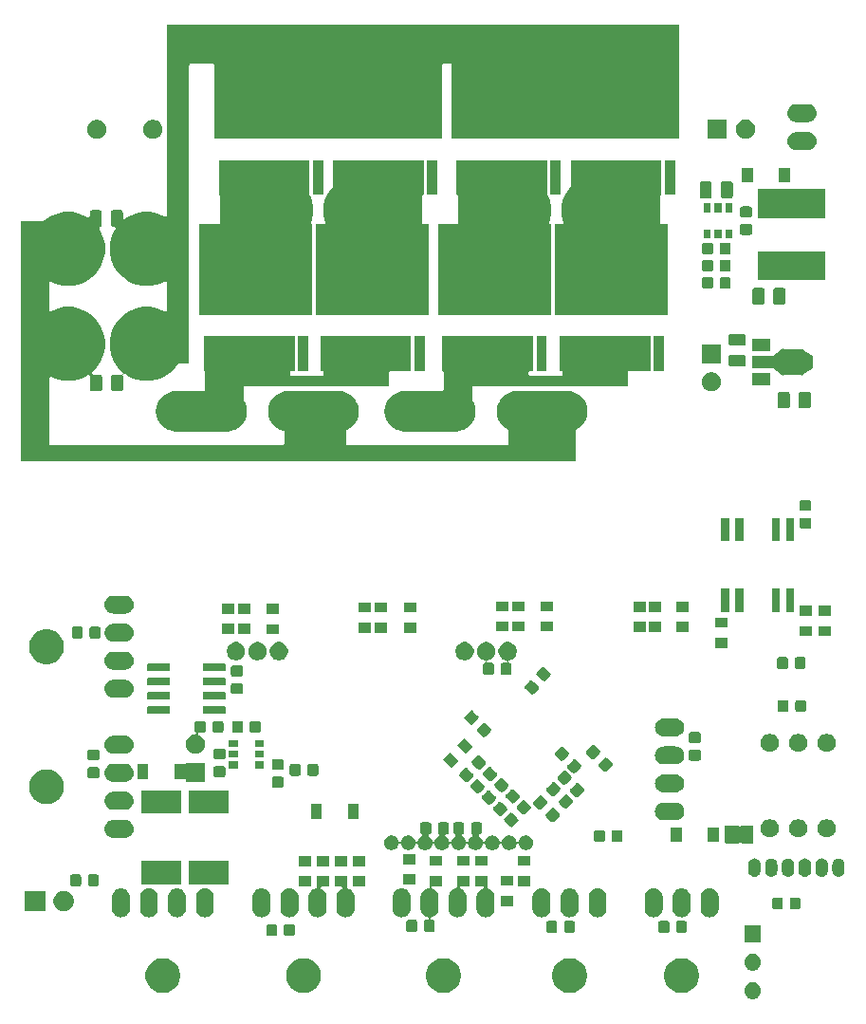
<source format=gbr>
G04 #@! TF.GenerationSoftware,KiCad,Pcbnew,(5.1.5)-3*
G04 #@! TF.CreationDate,2020-05-02T16:14:21+09:00*
G04 #@! TF.ProjectId,SteerMD,53746565-724d-4442-9e6b-696361645f70,rev?*
G04 #@! TF.SameCoordinates,Original*
G04 #@! TF.FileFunction,Soldermask,Bot*
G04 #@! TF.FilePolarity,Negative*
%FSLAX46Y46*%
G04 Gerber Fmt 4.6, Leading zero omitted, Abs format (unit mm)*
G04 Created by KiCad (PCBNEW (5.1.5)-3) date 2020-05-02 16:14:21*
%MOMM*%
%LPD*%
G04 APERTURE LIST*
%ADD10C,0.100000*%
G04 APERTURE END LIST*
D10*
G36*
X138394425Y-136944599D02*
G01*
X138518621Y-136969302D01*
X138655022Y-137025801D01*
X138777779Y-137107825D01*
X138882175Y-137212221D01*
X138964199Y-137334978D01*
X139020698Y-137471379D01*
X139049500Y-137616181D01*
X139049500Y-137763819D01*
X139020698Y-137908621D01*
X138964199Y-138045022D01*
X138882175Y-138167779D01*
X138777779Y-138272175D01*
X138655022Y-138354199D01*
X138518621Y-138410698D01*
X138394425Y-138435401D01*
X138373820Y-138439500D01*
X138226180Y-138439500D01*
X138205575Y-138435401D01*
X138081379Y-138410698D01*
X137944978Y-138354199D01*
X137822221Y-138272175D01*
X137717825Y-138167779D01*
X137635801Y-138045022D01*
X137579302Y-137908621D01*
X137550500Y-137763819D01*
X137550500Y-137616181D01*
X137579302Y-137471379D01*
X137635801Y-137334978D01*
X137717825Y-137212221D01*
X137822221Y-137107825D01*
X137944978Y-137025801D01*
X138081379Y-136969302D01*
X138205575Y-136944599D01*
X138226180Y-136940500D01*
X138373820Y-136940500D01*
X138394425Y-136944599D01*
G37*
G36*
X132252585Y-134828802D02*
G01*
X132402410Y-134858604D01*
X132684674Y-134975521D01*
X132938705Y-135145259D01*
X133154741Y-135361295D01*
X133324479Y-135615326D01*
X133441396Y-135897590D01*
X133501000Y-136197240D01*
X133501000Y-136502760D01*
X133441396Y-136802410D01*
X133324479Y-137084674D01*
X133154741Y-137338705D01*
X132938705Y-137554741D01*
X132684674Y-137724479D01*
X132402410Y-137841396D01*
X132252585Y-137871198D01*
X132102761Y-137901000D01*
X131797239Y-137901000D01*
X131647415Y-137871198D01*
X131497590Y-137841396D01*
X131215326Y-137724479D01*
X130961295Y-137554741D01*
X130745259Y-137338705D01*
X130575521Y-137084674D01*
X130458604Y-136802410D01*
X130399000Y-136502760D01*
X130399000Y-136197240D01*
X130458604Y-135897590D01*
X130575521Y-135615326D01*
X130745259Y-135361295D01*
X130961295Y-135145259D01*
X131215326Y-134975521D01*
X131497590Y-134858604D01*
X131647415Y-134828802D01*
X131797239Y-134799000D01*
X132102761Y-134799000D01*
X132252585Y-134828802D01*
G37*
G36*
X122252585Y-134828802D02*
G01*
X122402410Y-134858604D01*
X122684674Y-134975521D01*
X122938705Y-135145259D01*
X123154741Y-135361295D01*
X123324479Y-135615326D01*
X123441396Y-135897590D01*
X123501000Y-136197240D01*
X123501000Y-136502760D01*
X123441396Y-136802410D01*
X123324479Y-137084674D01*
X123154741Y-137338705D01*
X122938705Y-137554741D01*
X122684674Y-137724479D01*
X122402410Y-137841396D01*
X122252585Y-137871198D01*
X122102761Y-137901000D01*
X121797239Y-137901000D01*
X121647415Y-137871198D01*
X121497590Y-137841396D01*
X121215326Y-137724479D01*
X120961295Y-137554741D01*
X120745259Y-137338705D01*
X120575521Y-137084674D01*
X120458604Y-136802410D01*
X120399000Y-136502760D01*
X120399000Y-136197240D01*
X120458604Y-135897590D01*
X120575521Y-135615326D01*
X120745259Y-135361295D01*
X120961295Y-135145259D01*
X121215326Y-134975521D01*
X121497590Y-134858604D01*
X121647415Y-134828802D01*
X121797239Y-134799000D01*
X122102761Y-134799000D01*
X122252585Y-134828802D01*
G37*
G36*
X111002585Y-134828802D02*
G01*
X111152410Y-134858604D01*
X111434674Y-134975521D01*
X111688705Y-135145259D01*
X111904741Y-135361295D01*
X112074479Y-135615326D01*
X112191396Y-135897590D01*
X112251000Y-136197240D01*
X112251000Y-136502760D01*
X112191396Y-136802410D01*
X112074479Y-137084674D01*
X111904741Y-137338705D01*
X111688705Y-137554741D01*
X111434674Y-137724479D01*
X111152410Y-137841396D01*
X111002585Y-137871198D01*
X110852761Y-137901000D01*
X110547239Y-137901000D01*
X110397415Y-137871198D01*
X110247590Y-137841396D01*
X109965326Y-137724479D01*
X109711295Y-137554741D01*
X109495259Y-137338705D01*
X109325521Y-137084674D01*
X109208604Y-136802410D01*
X109149000Y-136502760D01*
X109149000Y-136197240D01*
X109208604Y-135897590D01*
X109325521Y-135615326D01*
X109495259Y-135361295D01*
X109711295Y-135145259D01*
X109965326Y-134975521D01*
X110247590Y-134858604D01*
X110397415Y-134828802D01*
X110547239Y-134799000D01*
X110852761Y-134799000D01*
X111002585Y-134828802D01*
G37*
G36*
X85952585Y-134828802D02*
G01*
X86102410Y-134858604D01*
X86384674Y-134975521D01*
X86638705Y-135145259D01*
X86854741Y-135361295D01*
X87024479Y-135615326D01*
X87141396Y-135897590D01*
X87201000Y-136197240D01*
X87201000Y-136502760D01*
X87141396Y-136802410D01*
X87024479Y-137084674D01*
X86854741Y-137338705D01*
X86638705Y-137554741D01*
X86384674Y-137724479D01*
X86102410Y-137841396D01*
X85952585Y-137871198D01*
X85802761Y-137901000D01*
X85497239Y-137901000D01*
X85347415Y-137871198D01*
X85197590Y-137841396D01*
X84915326Y-137724479D01*
X84661295Y-137554741D01*
X84445259Y-137338705D01*
X84275521Y-137084674D01*
X84158604Y-136802410D01*
X84099000Y-136502760D01*
X84099000Y-136197240D01*
X84158604Y-135897590D01*
X84275521Y-135615326D01*
X84445259Y-135361295D01*
X84661295Y-135145259D01*
X84915326Y-134975521D01*
X85197590Y-134858604D01*
X85347415Y-134828802D01*
X85497239Y-134799000D01*
X85802761Y-134799000D01*
X85952585Y-134828802D01*
G37*
G36*
X98502585Y-134828802D02*
G01*
X98652410Y-134858604D01*
X98934674Y-134975521D01*
X99188705Y-135145259D01*
X99404741Y-135361295D01*
X99574479Y-135615326D01*
X99691396Y-135897590D01*
X99751000Y-136197240D01*
X99751000Y-136502760D01*
X99691396Y-136802410D01*
X99574479Y-137084674D01*
X99404741Y-137338705D01*
X99188705Y-137554741D01*
X98934674Y-137724479D01*
X98652410Y-137841396D01*
X98502585Y-137871198D01*
X98352761Y-137901000D01*
X98047239Y-137901000D01*
X97897415Y-137871198D01*
X97747590Y-137841396D01*
X97465326Y-137724479D01*
X97211295Y-137554741D01*
X96995259Y-137338705D01*
X96825521Y-137084674D01*
X96708604Y-136802410D01*
X96649000Y-136502760D01*
X96649000Y-136197240D01*
X96708604Y-135897590D01*
X96825521Y-135615326D01*
X96995259Y-135361295D01*
X97211295Y-135145259D01*
X97465326Y-134975521D01*
X97747590Y-134858604D01*
X97897415Y-134828802D01*
X98047239Y-134799000D01*
X98352761Y-134799000D01*
X98502585Y-134828802D01*
G37*
G36*
X138394425Y-134404599D02*
G01*
X138518621Y-134429302D01*
X138655022Y-134485801D01*
X138777779Y-134567825D01*
X138882175Y-134672221D01*
X138964199Y-134794978D01*
X139020698Y-134931379D01*
X139049500Y-135076181D01*
X139049500Y-135223819D01*
X139020698Y-135368621D01*
X138964199Y-135505022D01*
X138882175Y-135627779D01*
X138777779Y-135732175D01*
X138655022Y-135814199D01*
X138518621Y-135870698D01*
X138394425Y-135895401D01*
X138373820Y-135899500D01*
X138226180Y-135899500D01*
X138205575Y-135895401D01*
X138081379Y-135870698D01*
X137944978Y-135814199D01*
X137822221Y-135732175D01*
X137717825Y-135627779D01*
X137635801Y-135505022D01*
X137579302Y-135368621D01*
X137550500Y-135223819D01*
X137550500Y-135076181D01*
X137579302Y-134931379D01*
X137635801Y-134794978D01*
X137717825Y-134672221D01*
X137822221Y-134567825D01*
X137944978Y-134485801D01*
X138081379Y-134429302D01*
X138205575Y-134404599D01*
X138226180Y-134400500D01*
X138373820Y-134400500D01*
X138394425Y-134404599D01*
G37*
G36*
X139049500Y-133359500D02*
G01*
X137550500Y-133359500D01*
X137550500Y-131860500D01*
X139049500Y-131860500D01*
X139049500Y-133359500D01*
G37*
G36*
X97279591Y-131778085D02*
G01*
X97313569Y-131788393D01*
X97344890Y-131805134D01*
X97372339Y-131827661D01*
X97394866Y-131855110D01*
X97411607Y-131886431D01*
X97421915Y-131920409D01*
X97426000Y-131961890D01*
X97426000Y-132638110D01*
X97421915Y-132679591D01*
X97411607Y-132713569D01*
X97394866Y-132744890D01*
X97372339Y-132772339D01*
X97344890Y-132794866D01*
X97313569Y-132811607D01*
X97279591Y-132821915D01*
X97238110Y-132826000D01*
X96636890Y-132826000D01*
X96595409Y-132821915D01*
X96561431Y-132811607D01*
X96530110Y-132794866D01*
X96502661Y-132772339D01*
X96480134Y-132744890D01*
X96463393Y-132713569D01*
X96453085Y-132679591D01*
X96449000Y-132638110D01*
X96449000Y-131961890D01*
X96453085Y-131920409D01*
X96463393Y-131886431D01*
X96480134Y-131855110D01*
X96502661Y-131827661D01*
X96530110Y-131805134D01*
X96561431Y-131788393D01*
X96595409Y-131778085D01*
X96636890Y-131774000D01*
X97238110Y-131774000D01*
X97279591Y-131778085D01*
G37*
G36*
X95704591Y-131778085D02*
G01*
X95738569Y-131788393D01*
X95769890Y-131805134D01*
X95797339Y-131827661D01*
X95819866Y-131855110D01*
X95836607Y-131886431D01*
X95846915Y-131920409D01*
X95851000Y-131961890D01*
X95851000Y-132638110D01*
X95846915Y-132679591D01*
X95836607Y-132713569D01*
X95819866Y-132744890D01*
X95797339Y-132772339D01*
X95769890Y-132794866D01*
X95738569Y-132811607D01*
X95704591Y-132821915D01*
X95663110Y-132826000D01*
X95061890Y-132826000D01*
X95020409Y-132821915D01*
X94986431Y-132811607D01*
X94955110Y-132794866D01*
X94927661Y-132772339D01*
X94905134Y-132744890D01*
X94888393Y-132713569D01*
X94878085Y-132679591D01*
X94874000Y-132638110D01*
X94874000Y-131961890D01*
X94878085Y-131920409D01*
X94888393Y-131886431D01*
X94905134Y-131855110D01*
X94927661Y-131827661D01*
X94955110Y-131805134D01*
X94986431Y-131788393D01*
X95020409Y-131778085D01*
X95061890Y-131774000D01*
X95663110Y-131774000D01*
X95704591Y-131778085D01*
G37*
G36*
X132279591Y-131478085D02*
G01*
X132313569Y-131488393D01*
X132344890Y-131505134D01*
X132372339Y-131527661D01*
X132394866Y-131555110D01*
X132411607Y-131586431D01*
X132421915Y-131620409D01*
X132426000Y-131661890D01*
X132426000Y-132338110D01*
X132421915Y-132379591D01*
X132411607Y-132413569D01*
X132394866Y-132444890D01*
X132372339Y-132472339D01*
X132344890Y-132494866D01*
X132313569Y-132511607D01*
X132279591Y-132521915D01*
X132238110Y-132526000D01*
X131636890Y-132526000D01*
X131595409Y-132521915D01*
X131561431Y-132511607D01*
X131530110Y-132494866D01*
X131502661Y-132472339D01*
X131480134Y-132444890D01*
X131463393Y-132413569D01*
X131453085Y-132379591D01*
X131449000Y-132338110D01*
X131449000Y-131661890D01*
X131453085Y-131620409D01*
X131463393Y-131586431D01*
X131480134Y-131555110D01*
X131502661Y-131527661D01*
X131530110Y-131505134D01*
X131561431Y-131488393D01*
X131595409Y-131478085D01*
X131636890Y-131474000D01*
X132238110Y-131474000D01*
X132279591Y-131478085D01*
G37*
G36*
X130704591Y-131478085D02*
G01*
X130738569Y-131488393D01*
X130769890Y-131505134D01*
X130797339Y-131527661D01*
X130819866Y-131555110D01*
X130836607Y-131586431D01*
X130846915Y-131620409D01*
X130851000Y-131661890D01*
X130851000Y-132338110D01*
X130846915Y-132379591D01*
X130836607Y-132413569D01*
X130819866Y-132444890D01*
X130797339Y-132472339D01*
X130769890Y-132494866D01*
X130738569Y-132511607D01*
X130704591Y-132521915D01*
X130663110Y-132526000D01*
X130061890Y-132526000D01*
X130020409Y-132521915D01*
X129986431Y-132511607D01*
X129955110Y-132494866D01*
X129927661Y-132472339D01*
X129905134Y-132444890D01*
X129888393Y-132413569D01*
X129878085Y-132379591D01*
X129874000Y-132338110D01*
X129874000Y-131661890D01*
X129878085Y-131620409D01*
X129888393Y-131586431D01*
X129905134Y-131555110D01*
X129927661Y-131527661D01*
X129955110Y-131505134D01*
X129986431Y-131488393D01*
X130020409Y-131478085D01*
X130061890Y-131474000D01*
X130663110Y-131474000D01*
X130704591Y-131478085D01*
G37*
G36*
X122279591Y-131478085D02*
G01*
X122313569Y-131488393D01*
X122344890Y-131505134D01*
X122372339Y-131527661D01*
X122394866Y-131555110D01*
X122411607Y-131586431D01*
X122421915Y-131620409D01*
X122426000Y-131661890D01*
X122426000Y-132338110D01*
X122421915Y-132379591D01*
X122411607Y-132413569D01*
X122394866Y-132444890D01*
X122372339Y-132472339D01*
X122344890Y-132494866D01*
X122313569Y-132511607D01*
X122279591Y-132521915D01*
X122238110Y-132526000D01*
X121636890Y-132526000D01*
X121595409Y-132521915D01*
X121561431Y-132511607D01*
X121530110Y-132494866D01*
X121502661Y-132472339D01*
X121480134Y-132444890D01*
X121463393Y-132413569D01*
X121453085Y-132379591D01*
X121449000Y-132338110D01*
X121449000Y-131661890D01*
X121453085Y-131620409D01*
X121463393Y-131586431D01*
X121480134Y-131555110D01*
X121502661Y-131527661D01*
X121530110Y-131505134D01*
X121561431Y-131488393D01*
X121595409Y-131478085D01*
X121636890Y-131474000D01*
X122238110Y-131474000D01*
X122279591Y-131478085D01*
G37*
G36*
X120704591Y-131478085D02*
G01*
X120738569Y-131488393D01*
X120769890Y-131505134D01*
X120797339Y-131527661D01*
X120819866Y-131555110D01*
X120836607Y-131586431D01*
X120846915Y-131620409D01*
X120851000Y-131661890D01*
X120851000Y-132338110D01*
X120846915Y-132379591D01*
X120836607Y-132413569D01*
X120819866Y-132444890D01*
X120797339Y-132472339D01*
X120769890Y-132494866D01*
X120738569Y-132511607D01*
X120704591Y-132521915D01*
X120663110Y-132526000D01*
X120061890Y-132526000D01*
X120020409Y-132521915D01*
X119986431Y-132511607D01*
X119955110Y-132494866D01*
X119927661Y-132472339D01*
X119905134Y-132444890D01*
X119888393Y-132413569D01*
X119878085Y-132379591D01*
X119874000Y-132338110D01*
X119874000Y-131661890D01*
X119878085Y-131620409D01*
X119888393Y-131586431D01*
X119905134Y-131555110D01*
X119927661Y-131527661D01*
X119955110Y-131505134D01*
X119986431Y-131488393D01*
X120020409Y-131478085D01*
X120061890Y-131474000D01*
X120663110Y-131474000D01*
X120704591Y-131478085D01*
G37*
G36*
X108204591Y-131378085D02*
G01*
X108238569Y-131388393D01*
X108269890Y-131405134D01*
X108297339Y-131427661D01*
X108319866Y-131455110D01*
X108336607Y-131486431D01*
X108346915Y-131520409D01*
X108351000Y-131561890D01*
X108351000Y-132238110D01*
X108346915Y-132279591D01*
X108336607Y-132313569D01*
X108319866Y-132344890D01*
X108297339Y-132372339D01*
X108269890Y-132394866D01*
X108238569Y-132411607D01*
X108204591Y-132421915D01*
X108163110Y-132426000D01*
X107561890Y-132426000D01*
X107520409Y-132421915D01*
X107486431Y-132411607D01*
X107455110Y-132394866D01*
X107427661Y-132372339D01*
X107405134Y-132344890D01*
X107388393Y-132313569D01*
X107378085Y-132279591D01*
X107374000Y-132238110D01*
X107374000Y-131561890D01*
X107378085Y-131520409D01*
X107388393Y-131486431D01*
X107405134Y-131455110D01*
X107427661Y-131427661D01*
X107455110Y-131405134D01*
X107486431Y-131388393D01*
X107520409Y-131378085D01*
X107561890Y-131374000D01*
X108163110Y-131374000D01*
X108204591Y-131378085D01*
G37*
G36*
X110601000Y-128351000D02*
G01*
X109758772Y-128351000D01*
X109734386Y-128353402D01*
X109710937Y-128360515D01*
X109689326Y-128372066D01*
X109670384Y-128387611D01*
X109654839Y-128406553D01*
X109643288Y-128428164D01*
X109636175Y-128451613D01*
X109633773Y-128475999D01*
X109636175Y-128500385D01*
X109643288Y-128523834D01*
X109654839Y-128545445D01*
X109670384Y-128564387D01*
X109689326Y-128579932D01*
X109710937Y-128591483D01*
X109722487Y-128595616D01*
X109758012Y-128606392D01*
X109813849Y-128636238D01*
X109897164Y-128680771D01*
X110019133Y-128780867D01*
X110034014Y-128799000D01*
X110119229Y-128902835D01*
X110193608Y-129041987D01*
X110208875Y-129092318D01*
X110239410Y-129192977D01*
X110251000Y-129310655D01*
X110251000Y-130389345D01*
X110239410Y-130507023D01*
X110221406Y-130566375D01*
X110193608Y-130658013D01*
X110119229Y-130797165D01*
X110019133Y-130919133D01*
X109897165Y-131019229D01*
X109758013Y-131093608D01*
X109706769Y-131109152D01*
X109640069Y-131129385D01*
X109617434Y-131138762D01*
X109597060Y-131152375D01*
X109579733Y-131169702D01*
X109566119Y-131190077D01*
X109556742Y-131212715D01*
X109551961Y-131236749D01*
X109551961Y-131261253D01*
X109556741Y-131285286D01*
X109566119Y-131307925D01*
X109579732Y-131328299D01*
X109597059Y-131345626D01*
X109617434Y-131359240D01*
X109640072Y-131368617D01*
X109664106Y-131373398D01*
X109676358Y-131374000D01*
X109738110Y-131374000D01*
X109779591Y-131378085D01*
X109813569Y-131388393D01*
X109844890Y-131405134D01*
X109872339Y-131427661D01*
X109894866Y-131455110D01*
X109911607Y-131486431D01*
X109921915Y-131520409D01*
X109926000Y-131561890D01*
X109926000Y-132238110D01*
X109921915Y-132279591D01*
X109911607Y-132313569D01*
X109894866Y-132344890D01*
X109872339Y-132372339D01*
X109844890Y-132394866D01*
X109813569Y-132411607D01*
X109779591Y-132421915D01*
X109738110Y-132426000D01*
X109136890Y-132426000D01*
X109095409Y-132421915D01*
X109061431Y-132411607D01*
X109030110Y-132394866D01*
X109002661Y-132372339D01*
X108980134Y-132344890D01*
X108963393Y-132313569D01*
X108953085Y-132279591D01*
X108949000Y-132238110D01*
X108949000Y-131561890D01*
X108953085Y-131520409D01*
X108963393Y-131486431D01*
X108980134Y-131455110D01*
X109002661Y-131427661D01*
X109030110Y-131405134D01*
X109061431Y-131388393D01*
X109095409Y-131378085D01*
X109136890Y-131374000D01*
X109223643Y-131374000D01*
X109248029Y-131371598D01*
X109271478Y-131364485D01*
X109293089Y-131352934D01*
X109312031Y-131337389D01*
X109327576Y-131318447D01*
X109339127Y-131296836D01*
X109346240Y-131273387D01*
X109348642Y-131249001D01*
X109346240Y-131224615D01*
X109339127Y-131201166D01*
X109327576Y-131179555D01*
X109312031Y-131160613D01*
X109293089Y-131145068D01*
X109271478Y-131133517D01*
X109259935Y-131129387D01*
X109193232Y-131109152D01*
X109141988Y-131093608D01*
X109002836Y-131019229D01*
X108880868Y-130919133D01*
X108780772Y-130797165D01*
X108706393Y-130658013D01*
X108678595Y-130566375D01*
X108660591Y-130507023D01*
X108649001Y-130389345D01*
X108649000Y-129310656D01*
X108660590Y-129192978D01*
X108706392Y-129041989D01*
X108706392Y-129041988D01*
X108780771Y-128902836D01*
X108781831Y-128901544D01*
X108880867Y-128780867D01*
X109002835Y-128680771D01*
X109086150Y-128636238D01*
X109141987Y-128606392D01*
X109212762Y-128584923D01*
X109292977Y-128560590D01*
X109334748Y-128556476D01*
X109386254Y-128551403D01*
X109410287Y-128546622D01*
X109432926Y-128537245D01*
X109453300Y-128523631D01*
X109470627Y-128506304D01*
X109484240Y-128485930D01*
X109493618Y-128463291D01*
X109499000Y-128427006D01*
X109499000Y-127449000D01*
X110601000Y-127449000D01*
X110601000Y-128351000D01*
G37*
G36*
X82057022Y-128560590D02*
G01*
X82137237Y-128584923D01*
X82208012Y-128606392D01*
X82263849Y-128636238D01*
X82347164Y-128680771D01*
X82469133Y-128780867D01*
X82484014Y-128799000D01*
X82569229Y-128902835D01*
X82643608Y-129041987D01*
X82658875Y-129092318D01*
X82689410Y-129192977D01*
X82701000Y-129310655D01*
X82701000Y-130389345D01*
X82689410Y-130507023D01*
X82671406Y-130566375D01*
X82643608Y-130658013D01*
X82569229Y-130797165D01*
X82469133Y-130919133D01*
X82347165Y-131019229D01*
X82208013Y-131093608D01*
X82157682Y-131108875D01*
X82057023Y-131139410D01*
X81900000Y-131154875D01*
X81742978Y-131139410D01*
X81642319Y-131108875D01*
X81591988Y-131093608D01*
X81452836Y-131019229D01*
X81330868Y-130919133D01*
X81230772Y-130797165D01*
X81156393Y-130658013D01*
X81128595Y-130566375D01*
X81110591Y-130507023D01*
X81099001Y-130389345D01*
X81099000Y-129310656D01*
X81110590Y-129192978D01*
X81156392Y-129041989D01*
X81156392Y-129041988D01*
X81230771Y-128902836D01*
X81231831Y-128901544D01*
X81330867Y-128780867D01*
X81452835Y-128680771D01*
X81536150Y-128636238D01*
X81591987Y-128606392D01*
X81662762Y-128584923D01*
X81742977Y-128560590D01*
X81900000Y-128545125D01*
X82057022Y-128560590D01*
G37*
G36*
X113001000Y-128351000D02*
G01*
X112258772Y-128351000D01*
X112234386Y-128353402D01*
X112210937Y-128360515D01*
X112189326Y-128372066D01*
X112170384Y-128387611D01*
X112154839Y-128406553D01*
X112143288Y-128428164D01*
X112136175Y-128451613D01*
X112133773Y-128475999D01*
X112136175Y-128500385D01*
X112143288Y-128523834D01*
X112154839Y-128545445D01*
X112170384Y-128564387D01*
X112189326Y-128579932D01*
X112210937Y-128591483D01*
X112222487Y-128595616D01*
X112258012Y-128606392D01*
X112313849Y-128636238D01*
X112397164Y-128680771D01*
X112519133Y-128780867D01*
X112534014Y-128799000D01*
X112619229Y-128902835D01*
X112693608Y-129041987D01*
X112708875Y-129092318D01*
X112739410Y-129192977D01*
X112751000Y-129310655D01*
X112751000Y-130389345D01*
X112739410Y-130507023D01*
X112721406Y-130566375D01*
X112693608Y-130658013D01*
X112619229Y-130797165D01*
X112519133Y-130919133D01*
X112397165Y-131019229D01*
X112258013Y-131093608D01*
X112207682Y-131108875D01*
X112107023Y-131139410D01*
X111950000Y-131154875D01*
X111792978Y-131139410D01*
X111692319Y-131108875D01*
X111641988Y-131093608D01*
X111502836Y-131019229D01*
X111380868Y-130919133D01*
X111280772Y-130797165D01*
X111206393Y-130658013D01*
X111178595Y-130566375D01*
X111160591Y-130507023D01*
X111149001Y-130389345D01*
X111149000Y-129310656D01*
X111160590Y-129192978D01*
X111206392Y-129041989D01*
X111206392Y-129041988D01*
X111280771Y-128902836D01*
X111281831Y-128901544D01*
X111380867Y-128780867D01*
X111502835Y-128680771D01*
X111586150Y-128636238D01*
X111641987Y-128606392D01*
X111677512Y-128595616D01*
X111792977Y-128560590D01*
X111792983Y-128560589D01*
X111799439Y-128558631D01*
X111810276Y-128556476D01*
X111832916Y-128547100D01*
X111853292Y-128533488D01*
X111870620Y-128516162D01*
X111884235Y-128495789D01*
X111893615Y-128473151D01*
X111898397Y-128449118D01*
X111899000Y-128436856D01*
X111899000Y-127449000D01*
X113001000Y-127449000D01*
X113001000Y-128351000D01*
G37*
G36*
X94607022Y-128560590D02*
G01*
X94687237Y-128584923D01*
X94758012Y-128606392D01*
X94813849Y-128636238D01*
X94897164Y-128680771D01*
X95019133Y-128780867D01*
X95034014Y-128799000D01*
X95119229Y-128902835D01*
X95193608Y-129041987D01*
X95208875Y-129092318D01*
X95239410Y-129192977D01*
X95251000Y-129310655D01*
X95251000Y-130389345D01*
X95239410Y-130507023D01*
X95221406Y-130566375D01*
X95193608Y-130658013D01*
X95119229Y-130797165D01*
X95019133Y-130919133D01*
X94897165Y-131019229D01*
X94758013Y-131093608D01*
X94707682Y-131108875D01*
X94607023Y-131139410D01*
X94450000Y-131154875D01*
X94292978Y-131139410D01*
X94192319Y-131108875D01*
X94141988Y-131093608D01*
X94002836Y-131019229D01*
X93880868Y-130919133D01*
X93780772Y-130797165D01*
X93706393Y-130658013D01*
X93678595Y-130566375D01*
X93660591Y-130507023D01*
X93649001Y-130389345D01*
X93649000Y-129310656D01*
X93660590Y-129192978D01*
X93706392Y-129041989D01*
X93706392Y-129041988D01*
X93780771Y-128902836D01*
X93781831Y-128901544D01*
X93880867Y-128780867D01*
X94002835Y-128680771D01*
X94086150Y-128636238D01*
X94141987Y-128606392D01*
X94212762Y-128584923D01*
X94292977Y-128560590D01*
X94450000Y-128545125D01*
X94607022Y-128560590D01*
G37*
G36*
X97107022Y-128560590D02*
G01*
X97187237Y-128584923D01*
X97258012Y-128606392D01*
X97313849Y-128636238D01*
X97397164Y-128680771D01*
X97519133Y-128780867D01*
X97534014Y-128799000D01*
X97619229Y-128902835D01*
X97693608Y-129041987D01*
X97708875Y-129092318D01*
X97739410Y-129192977D01*
X97751000Y-129310655D01*
X97751000Y-130389345D01*
X97739410Y-130507023D01*
X97721406Y-130566375D01*
X97693608Y-130658013D01*
X97619229Y-130797165D01*
X97519133Y-130919133D01*
X97397165Y-131019229D01*
X97258013Y-131093608D01*
X97207682Y-131108875D01*
X97107023Y-131139410D01*
X96950000Y-131154875D01*
X96792978Y-131139410D01*
X96692319Y-131108875D01*
X96641988Y-131093608D01*
X96502836Y-131019229D01*
X96380868Y-130919133D01*
X96280772Y-130797165D01*
X96206393Y-130658013D01*
X96178595Y-130566375D01*
X96160591Y-130507023D01*
X96149001Y-130389345D01*
X96149000Y-129310656D01*
X96160590Y-129192978D01*
X96206392Y-129041989D01*
X96206392Y-129041988D01*
X96280771Y-128902836D01*
X96281831Y-128901544D01*
X96380867Y-128780867D01*
X96502835Y-128680771D01*
X96586150Y-128636238D01*
X96641987Y-128606392D01*
X96712762Y-128584923D01*
X96792977Y-128560590D01*
X96950000Y-128545125D01*
X97107022Y-128560590D01*
G37*
G36*
X100501000Y-128401000D02*
G01*
X99872774Y-128401000D01*
X99848388Y-128403402D01*
X99824939Y-128410515D01*
X99803328Y-128422066D01*
X99784386Y-128437611D01*
X99768841Y-128456553D01*
X99757290Y-128478164D01*
X99750177Y-128501613D01*
X99747775Y-128525999D01*
X99750177Y-128550385D01*
X99757290Y-128573834D01*
X99768841Y-128595445D01*
X99784386Y-128614387D01*
X99813849Y-128636238D01*
X99897164Y-128680771D01*
X100019133Y-128780867D01*
X100034014Y-128799000D01*
X100119229Y-128902835D01*
X100193608Y-129041987D01*
X100208875Y-129092318D01*
X100239410Y-129192977D01*
X100251000Y-129310655D01*
X100251000Y-130389345D01*
X100239410Y-130507023D01*
X100221406Y-130566375D01*
X100193608Y-130658013D01*
X100119229Y-130797165D01*
X100019133Y-130919133D01*
X99897165Y-131019229D01*
X99758013Y-131093608D01*
X99707682Y-131108875D01*
X99607023Y-131139410D01*
X99450000Y-131154875D01*
X99292978Y-131139410D01*
X99192319Y-131108875D01*
X99141988Y-131093608D01*
X99002836Y-131019229D01*
X98880868Y-130919133D01*
X98780772Y-130797165D01*
X98706393Y-130658013D01*
X98678595Y-130566375D01*
X98660591Y-130507023D01*
X98649001Y-130389345D01*
X98649000Y-129310656D01*
X98660590Y-129192978D01*
X98706392Y-129041989D01*
X98706392Y-129041988D01*
X98780771Y-128902836D01*
X98781831Y-128901544D01*
X98880867Y-128780867D01*
X99002835Y-128680771D01*
X99086150Y-128636238D01*
X99141987Y-128606392D01*
X99177512Y-128595616D01*
X99292977Y-128560590D01*
X99292983Y-128560589D01*
X99299439Y-128558631D01*
X99310276Y-128556476D01*
X99332916Y-128547100D01*
X99353292Y-128533488D01*
X99370620Y-128516162D01*
X99384235Y-128495789D01*
X99393615Y-128473151D01*
X99398397Y-128449118D01*
X99399000Y-128436856D01*
X99399000Y-127499000D01*
X100501000Y-127499000D01*
X100501000Y-128401000D01*
G37*
G36*
X102101000Y-128466058D02*
G01*
X102103402Y-128490444D01*
X102110515Y-128513893D01*
X102122066Y-128535504D01*
X102137611Y-128554446D01*
X102156553Y-128569991D01*
X102178164Y-128581542D01*
X102189708Y-128585673D01*
X102258011Y-128606392D01*
X102397164Y-128680771D01*
X102519133Y-128780867D01*
X102534014Y-128799000D01*
X102619229Y-128902835D01*
X102693608Y-129041987D01*
X102708875Y-129092318D01*
X102739410Y-129192977D01*
X102751000Y-129310655D01*
X102751000Y-130389345D01*
X102739410Y-130507023D01*
X102721406Y-130566375D01*
X102693608Y-130658013D01*
X102619229Y-130797165D01*
X102519133Y-130919133D01*
X102397165Y-131019229D01*
X102258013Y-131093608D01*
X102207682Y-131108875D01*
X102107023Y-131139410D01*
X101950000Y-131154875D01*
X101792978Y-131139410D01*
X101692319Y-131108875D01*
X101641988Y-131093608D01*
X101502836Y-131019229D01*
X101380868Y-130919133D01*
X101280772Y-130797165D01*
X101206393Y-130658013D01*
X101178595Y-130566375D01*
X101160591Y-130507023D01*
X101149001Y-130389345D01*
X101149000Y-129310656D01*
X101160590Y-129192978D01*
X101206392Y-129041989D01*
X101206392Y-129041988D01*
X101280771Y-128902836D01*
X101281831Y-128901544D01*
X101380867Y-128780867D01*
X101502835Y-128680771D01*
X101586150Y-128636238D01*
X101606524Y-128622624D01*
X101623851Y-128605297D01*
X101637465Y-128584923D01*
X101646842Y-128562284D01*
X101651622Y-128538250D01*
X101651622Y-128513746D01*
X101646841Y-128489713D01*
X101637464Y-128467074D01*
X101623850Y-128446700D01*
X101606523Y-128429373D01*
X101586149Y-128415759D01*
X101563510Y-128406382D01*
X101527225Y-128401000D01*
X100999000Y-128401000D01*
X100999000Y-127499000D01*
X102101000Y-127499000D01*
X102101000Y-128466058D01*
G37*
G36*
X132107022Y-128560590D02*
G01*
X132187237Y-128584923D01*
X132258012Y-128606392D01*
X132313849Y-128636238D01*
X132397164Y-128680771D01*
X132519133Y-128780867D01*
X132534014Y-128799000D01*
X132619229Y-128902835D01*
X132693608Y-129041987D01*
X132708875Y-129092318D01*
X132739410Y-129192977D01*
X132751000Y-129310655D01*
X132751000Y-130389345D01*
X132739410Y-130507023D01*
X132721406Y-130566375D01*
X132693608Y-130658013D01*
X132619229Y-130797165D01*
X132519133Y-130919133D01*
X132397165Y-131019229D01*
X132258013Y-131093608D01*
X132207682Y-131108875D01*
X132107023Y-131139410D01*
X131950000Y-131154875D01*
X131792978Y-131139410D01*
X131692319Y-131108875D01*
X131641988Y-131093608D01*
X131502836Y-131019229D01*
X131380868Y-130919133D01*
X131280772Y-130797165D01*
X131206393Y-130658013D01*
X131178595Y-130566375D01*
X131160591Y-130507023D01*
X131149001Y-130389345D01*
X131149000Y-129310656D01*
X131160590Y-129192978D01*
X131206392Y-129041989D01*
X131206392Y-129041988D01*
X131280771Y-128902836D01*
X131281831Y-128901544D01*
X131380867Y-128780867D01*
X131502835Y-128680771D01*
X131586150Y-128636238D01*
X131641987Y-128606392D01*
X131712762Y-128584923D01*
X131792977Y-128560590D01*
X131950000Y-128545125D01*
X132107022Y-128560590D01*
G37*
G36*
X89557022Y-128560590D02*
G01*
X89637237Y-128584923D01*
X89708012Y-128606392D01*
X89763849Y-128636238D01*
X89847164Y-128680771D01*
X89969133Y-128780867D01*
X89984014Y-128799000D01*
X90069229Y-128902835D01*
X90143608Y-129041987D01*
X90158875Y-129092318D01*
X90189410Y-129192977D01*
X90201000Y-129310655D01*
X90201000Y-130389345D01*
X90189410Y-130507023D01*
X90171406Y-130566375D01*
X90143608Y-130658013D01*
X90069229Y-130797165D01*
X89969133Y-130919133D01*
X89847165Y-131019229D01*
X89708013Y-131093608D01*
X89657682Y-131108875D01*
X89557023Y-131139410D01*
X89400000Y-131154875D01*
X89242978Y-131139410D01*
X89142319Y-131108875D01*
X89091988Y-131093608D01*
X88952836Y-131019229D01*
X88830868Y-130919133D01*
X88730772Y-130797165D01*
X88656393Y-130658013D01*
X88628595Y-130566375D01*
X88610591Y-130507023D01*
X88599001Y-130389345D01*
X88599000Y-129310656D01*
X88610590Y-129192978D01*
X88656392Y-129041989D01*
X88656392Y-129041988D01*
X88730771Y-128902836D01*
X88731831Y-128901544D01*
X88830867Y-128780867D01*
X88952835Y-128680771D01*
X89036150Y-128636238D01*
X89091987Y-128606392D01*
X89162762Y-128584923D01*
X89242977Y-128560590D01*
X89400000Y-128545125D01*
X89557022Y-128560590D01*
G37*
G36*
X87057022Y-128560590D02*
G01*
X87137237Y-128584923D01*
X87208012Y-128606392D01*
X87263849Y-128636238D01*
X87347164Y-128680771D01*
X87469133Y-128780867D01*
X87484014Y-128799000D01*
X87569229Y-128902835D01*
X87643608Y-129041987D01*
X87658875Y-129092318D01*
X87689410Y-129192977D01*
X87701000Y-129310655D01*
X87701000Y-130389345D01*
X87689410Y-130507023D01*
X87671406Y-130566375D01*
X87643608Y-130658013D01*
X87569229Y-130797165D01*
X87469133Y-130919133D01*
X87347165Y-131019229D01*
X87208013Y-131093608D01*
X87157682Y-131108875D01*
X87057023Y-131139410D01*
X86900000Y-131154875D01*
X86742978Y-131139410D01*
X86642319Y-131108875D01*
X86591988Y-131093608D01*
X86452836Y-131019229D01*
X86330868Y-130919133D01*
X86230772Y-130797165D01*
X86156393Y-130658013D01*
X86128595Y-130566375D01*
X86110591Y-130507023D01*
X86099001Y-130389345D01*
X86099000Y-129310656D01*
X86110590Y-129192978D01*
X86156392Y-129041989D01*
X86156392Y-129041988D01*
X86230771Y-128902836D01*
X86231831Y-128901544D01*
X86330867Y-128780867D01*
X86452835Y-128680771D01*
X86536150Y-128636238D01*
X86591987Y-128606392D01*
X86662762Y-128584923D01*
X86742977Y-128560590D01*
X86900000Y-128545125D01*
X87057022Y-128560590D01*
G37*
G36*
X84557022Y-128560590D02*
G01*
X84637237Y-128584923D01*
X84708012Y-128606392D01*
X84763849Y-128636238D01*
X84847164Y-128680771D01*
X84969133Y-128780867D01*
X84984014Y-128799000D01*
X85069229Y-128902835D01*
X85143608Y-129041987D01*
X85158875Y-129092318D01*
X85189410Y-129192977D01*
X85201000Y-129310655D01*
X85201000Y-130389345D01*
X85189410Y-130507023D01*
X85171406Y-130566375D01*
X85143608Y-130658013D01*
X85069229Y-130797165D01*
X84969133Y-130919133D01*
X84847165Y-131019229D01*
X84708013Y-131093608D01*
X84657682Y-131108875D01*
X84557023Y-131139410D01*
X84400000Y-131154875D01*
X84242978Y-131139410D01*
X84142319Y-131108875D01*
X84091988Y-131093608D01*
X83952836Y-131019229D01*
X83830868Y-130919133D01*
X83730772Y-130797165D01*
X83656393Y-130658013D01*
X83628595Y-130566375D01*
X83610591Y-130507023D01*
X83599001Y-130389345D01*
X83599000Y-129310656D01*
X83610590Y-129192978D01*
X83656392Y-129041989D01*
X83656392Y-129041988D01*
X83730771Y-128902836D01*
X83731831Y-128901544D01*
X83830867Y-128780867D01*
X83952835Y-128680771D01*
X84036150Y-128636238D01*
X84091987Y-128606392D01*
X84162762Y-128584923D01*
X84242977Y-128560590D01*
X84400000Y-128545125D01*
X84557022Y-128560590D01*
G37*
G36*
X129607022Y-128560590D02*
G01*
X129687237Y-128584923D01*
X129758012Y-128606392D01*
X129813849Y-128636238D01*
X129897164Y-128680771D01*
X130019133Y-128780867D01*
X130034014Y-128799000D01*
X130119229Y-128902835D01*
X130193608Y-129041987D01*
X130208875Y-129092318D01*
X130239410Y-129192977D01*
X130251000Y-129310655D01*
X130251000Y-130389345D01*
X130239410Y-130507023D01*
X130221406Y-130566375D01*
X130193608Y-130658013D01*
X130119229Y-130797165D01*
X130019133Y-130919133D01*
X129897165Y-131019229D01*
X129758013Y-131093608D01*
X129707682Y-131108875D01*
X129607023Y-131139410D01*
X129450000Y-131154875D01*
X129292978Y-131139410D01*
X129192319Y-131108875D01*
X129141988Y-131093608D01*
X129002836Y-131019229D01*
X128880868Y-130919133D01*
X128780772Y-130797165D01*
X128706393Y-130658013D01*
X128678595Y-130566375D01*
X128660591Y-130507023D01*
X128649001Y-130389345D01*
X128649000Y-129310656D01*
X128660590Y-129192978D01*
X128706392Y-129041989D01*
X128706392Y-129041988D01*
X128780771Y-128902836D01*
X128781831Y-128901544D01*
X128880867Y-128780867D01*
X129002835Y-128680771D01*
X129086150Y-128636238D01*
X129141987Y-128606392D01*
X129212762Y-128584923D01*
X129292977Y-128560590D01*
X129450000Y-128545125D01*
X129607022Y-128560590D01*
G37*
G36*
X124607022Y-128560590D02*
G01*
X124687237Y-128584923D01*
X124758012Y-128606392D01*
X124813849Y-128636238D01*
X124897164Y-128680771D01*
X125019133Y-128780867D01*
X125034014Y-128799000D01*
X125119229Y-128902835D01*
X125193608Y-129041987D01*
X125208875Y-129092318D01*
X125239410Y-129192977D01*
X125251000Y-129310655D01*
X125251000Y-130389345D01*
X125239410Y-130507023D01*
X125221406Y-130566375D01*
X125193608Y-130658013D01*
X125119229Y-130797165D01*
X125019133Y-130919133D01*
X124897165Y-131019229D01*
X124758013Y-131093608D01*
X124707682Y-131108875D01*
X124607023Y-131139410D01*
X124450000Y-131154875D01*
X124292978Y-131139410D01*
X124192319Y-131108875D01*
X124141988Y-131093608D01*
X124002836Y-131019229D01*
X123880868Y-130919133D01*
X123780772Y-130797165D01*
X123706393Y-130658013D01*
X123678595Y-130566375D01*
X123660591Y-130507023D01*
X123649001Y-130389345D01*
X123649000Y-129310656D01*
X123660590Y-129192978D01*
X123706392Y-129041989D01*
X123706392Y-129041988D01*
X123780771Y-128902836D01*
X123781831Y-128901544D01*
X123880867Y-128780867D01*
X124002835Y-128680771D01*
X124086150Y-128636238D01*
X124141987Y-128606392D01*
X124212762Y-128584923D01*
X124292977Y-128560590D01*
X124450000Y-128545125D01*
X124607022Y-128560590D01*
G37*
G36*
X107107022Y-128560590D02*
G01*
X107187237Y-128584923D01*
X107258012Y-128606392D01*
X107313849Y-128636238D01*
X107397164Y-128680771D01*
X107519133Y-128780867D01*
X107534014Y-128799000D01*
X107619229Y-128902835D01*
X107693608Y-129041987D01*
X107708875Y-129092318D01*
X107739410Y-129192977D01*
X107751000Y-129310655D01*
X107751000Y-130389345D01*
X107739410Y-130507023D01*
X107721406Y-130566375D01*
X107693608Y-130658013D01*
X107619229Y-130797165D01*
X107519133Y-130919133D01*
X107397165Y-131019229D01*
X107258013Y-131093608D01*
X107207682Y-131108875D01*
X107107023Y-131139410D01*
X106950000Y-131154875D01*
X106792978Y-131139410D01*
X106692319Y-131108875D01*
X106641988Y-131093608D01*
X106502836Y-131019229D01*
X106380868Y-130919133D01*
X106280772Y-130797165D01*
X106206393Y-130658013D01*
X106178595Y-130566375D01*
X106160591Y-130507023D01*
X106149001Y-130389345D01*
X106149000Y-129310656D01*
X106160590Y-129192978D01*
X106206392Y-129041989D01*
X106206392Y-129041988D01*
X106280771Y-128902836D01*
X106281831Y-128901544D01*
X106380867Y-128780867D01*
X106502835Y-128680771D01*
X106586150Y-128636238D01*
X106641987Y-128606392D01*
X106712762Y-128584923D01*
X106792977Y-128560590D01*
X106950000Y-128545125D01*
X107107022Y-128560590D01*
G37*
G36*
X114601000Y-128466058D02*
G01*
X114603402Y-128490444D01*
X114610515Y-128513893D01*
X114622066Y-128535504D01*
X114637611Y-128554446D01*
X114656553Y-128569991D01*
X114678164Y-128581542D01*
X114689708Y-128585673D01*
X114758011Y-128606392D01*
X114897164Y-128680771D01*
X115019133Y-128780867D01*
X115034014Y-128799000D01*
X115119229Y-128902835D01*
X115193608Y-129041987D01*
X115208875Y-129092318D01*
X115239410Y-129192977D01*
X115251000Y-129310655D01*
X115251000Y-130389345D01*
X115239410Y-130507023D01*
X115221406Y-130566375D01*
X115193608Y-130658013D01*
X115119229Y-130797165D01*
X115019133Y-130919133D01*
X114897165Y-131019229D01*
X114758013Y-131093608D01*
X114707682Y-131108875D01*
X114607023Y-131139410D01*
X114450000Y-131154875D01*
X114292978Y-131139410D01*
X114192319Y-131108875D01*
X114141988Y-131093608D01*
X114002836Y-131019229D01*
X113880868Y-130919133D01*
X113780772Y-130797165D01*
X113706393Y-130658013D01*
X113678595Y-130566375D01*
X113660591Y-130507023D01*
X113649001Y-130389345D01*
X113649000Y-129310656D01*
X113660590Y-129192978D01*
X113706392Y-129041989D01*
X113706392Y-129041988D01*
X113780771Y-128902836D01*
X113781831Y-128901544D01*
X113880867Y-128780867D01*
X114002835Y-128680771D01*
X114086150Y-128636238D01*
X114141987Y-128606392D01*
X114177512Y-128595616D01*
X114200151Y-128586238D01*
X114220525Y-128572625D01*
X114237852Y-128555298D01*
X114251466Y-128534923D01*
X114260844Y-128512285D01*
X114265624Y-128488251D01*
X114265624Y-128463747D01*
X114260844Y-128439714D01*
X114251466Y-128417075D01*
X114237853Y-128396701D01*
X114220526Y-128379374D01*
X114200151Y-128365760D01*
X114177513Y-128356382D01*
X114153479Y-128351602D01*
X114141227Y-128351000D01*
X113499000Y-128351000D01*
X113499000Y-127449000D01*
X114601000Y-127449000D01*
X114601000Y-128466058D01*
G37*
G36*
X119607022Y-128560590D02*
G01*
X119687237Y-128584923D01*
X119758012Y-128606392D01*
X119813849Y-128636238D01*
X119897164Y-128680771D01*
X120019133Y-128780867D01*
X120034014Y-128799000D01*
X120119229Y-128902835D01*
X120193608Y-129041987D01*
X120208875Y-129092318D01*
X120239410Y-129192977D01*
X120251000Y-129310655D01*
X120251000Y-130389345D01*
X120239410Y-130507023D01*
X120221406Y-130566375D01*
X120193608Y-130658013D01*
X120119229Y-130797165D01*
X120019133Y-130919133D01*
X119897165Y-131019229D01*
X119758013Y-131093608D01*
X119707682Y-131108875D01*
X119607023Y-131139410D01*
X119450000Y-131154875D01*
X119292978Y-131139410D01*
X119192319Y-131108875D01*
X119141988Y-131093608D01*
X119002836Y-131019229D01*
X118880868Y-130919133D01*
X118780772Y-130797165D01*
X118706393Y-130658013D01*
X118678595Y-130566375D01*
X118660591Y-130507023D01*
X118649001Y-130389345D01*
X118649000Y-129310656D01*
X118660590Y-129192978D01*
X118706392Y-129041989D01*
X118706392Y-129041988D01*
X118780771Y-128902836D01*
X118781831Y-128901544D01*
X118880867Y-128780867D01*
X119002835Y-128680771D01*
X119086150Y-128636238D01*
X119141987Y-128606392D01*
X119212762Y-128584923D01*
X119292977Y-128560590D01*
X119450000Y-128545125D01*
X119607022Y-128560590D01*
G37*
G36*
X122107022Y-128560590D02*
G01*
X122187237Y-128584923D01*
X122258012Y-128606392D01*
X122313849Y-128636238D01*
X122397164Y-128680771D01*
X122519133Y-128780867D01*
X122534014Y-128799000D01*
X122619229Y-128902835D01*
X122693608Y-129041987D01*
X122708875Y-129092318D01*
X122739410Y-129192977D01*
X122751000Y-129310655D01*
X122751000Y-130389345D01*
X122739410Y-130507023D01*
X122721406Y-130566375D01*
X122693608Y-130658013D01*
X122619229Y-130797165D01*
X122519133Y-130919133D01*
X122397165Y-131019229D01*
X122258013Y-131093608D01*
X122207682Y-131108875D01*
X122107023Y-131139410D01*
X121950000Y-131154875D01*
X121792978Y-131139410D01*
X121692319Y-131108875D01*
X121641988Y-131093608D01*
X121502836Y-131019229D01*
X121380868Y-130919133D01*
X121280772Y-130797165D01*
X121206393Y-130658013D01*
X121178595Y-130566375D01*
X121160591Y-130507023D01*
X121149001Y-130389345D01*
X121149000Y-129310656D01*
X121160590Y-129192978D01*
X121206392Y-129041989D01*
X121206392Y-129041988D01*
X121280771Y-128902836D01*
X121281831Y-128901544D01*
X121380867Y-128780867D01*
X121502835Y-128680771D01*
X121586150Y-128636238D01*
X121641987Y-128606392D01*
X121712762Y-128584923D01*
X121792977Y-128560590D01*
X121950000Y-128545125D01*
X122107022Y-128560590D01*
G37*
G36*
X134607022Y-128560590D02*
G01*
X134687237Y-128584923D01*
X134758012Y-128606392D01*
X134813849Y-128636238D01*
X134897164Y-128680771D01*
X135019133Y-128780867D01*
X135034014Y-128799000D01*
X135119229Y-128902835D01*
X135193608Y-129041987D01*
X135208875Y-129092318D01*
X135239410Y-129192977D01*
X135251000Y-129310655D01*
X135251000Y-130389345D01*
X135239410Y-130507023D01*
X135221406Y-130566375D01*
X135193608Y-130658013D01*
X135119229Y-130797165D01*
X135019133Y-130919133D01*
X134897165Y-131019229D01*
X134758013Y-131093608D01*
X134707682Y-131108875D01*
X134607023Y-131139410D01*
X134450000Y-131154875D01*
X134292978Y-131139410D01*
X134192319Y-131108875D01*
X134141988Y-131093608D01*
X134002836Y-131019229D01*
X133880868Y-130919133D01*
X133780772Y-130797165D01*
X133706393Y-130658013D01*
X133678595Y-130566375D01*
X133660591Y-130507023D01*
X133649001Y-130389345D01*
X133649000Y-129310656D01*
X133660590Y-129192978D01*
X133706392Y-129041989D01*
X133706392Y-129041988D01*
X133780771Y-128902836D01*
X133781831Y-128901544D01*
X133880867Y-128780867D01*
X134002835Y-128680771D01*
X134086150Y-128636238D01*
X134141987Y-128606392D01*
X134212762Y-128584923D01*
X134292977Y-128560590D01*
X134450000Y-128545125D01*
X134607022Y-128560590D01*
G37*
G36*
X75151000Y-130601000D02*
G01*
X73349000Y-130601000D01*
X73349000Y-128799000D01*
X75151000Y-128799000D01*
X75151000Y-130601000D01*
G37*
G36*
X76903512Y-128803927D02*
G01*
X77052812Y-128833624D01*
X77216784Y-128901544D01*
X77364354Y-129000147D01*
X77489853Y-129125646D01*
X77588456Y-129273216D01*
X77656376Y-129437188D01*
X77691000Y-129611259D01*
X77691000Y-129788741D01*
X77656376Y-129962812D01*
X77588456Y-130126784D01*
X77489853Y-130274354D01*
X77364354Y-130399853D01*
X77216784Y-130498456D01*
X77052812Y-130566376D01*
X76903512Y-130596073D01*
X76878742Y-130601000D01*
X76701258Y-130601000D01*
X76676488Y-130596073D01*
X76527188Y-130566376D01*
X76363216Y-130498456D01*
X76215646Y-130399853D01*
X76090147Y-130274354D01*
X75991544Y-130126784D01*
X75923624Y-129962812D01*
X75889000Y-129788741D01*
X75889000Y-129611259D01*
X75923624Y-129437188D01*
X75991544Y-129273216D01*
X76090147Y-129125646D01*
X76215646Y-129000147D01*
X76363216Y-128901544D01*
X76527188Y-128833624D01*
X76676488Y-128803927D01*
X76701258Y-128799000D01*
X76878742Y-128799000D01*
X76903512Y-128803927D01*
G37*
G36*
X140854591Y-129378085D02*
G01*
X140888569Y-129388393D01*
X140919890Y-129405134D01*
X140947339Y-129427661D01*
X140969866Y-129455110D01*
X140986607Y-129486431D01*
X140996915Y-129520409D01*
X141001000Y-129561890D01*
X141001000Y-130238110D01*
X140996915Y-130279591D01*
X140986607Y-130313569D01*
X140969866Y-130344890D01*
X140947339Y-130372339D01*
X140919890Y-130394866D01*
X140888569Y-130411607D01*
X140854591Y-130421915D01*
X140813110Y-130426000D01*
X140211890Y-130426000D01*
X140170409Y-130421915D01*
X140136431Y-130411607D01*
X140105110Y-130394866D01*
X140077661Y-130372339D01*
X140055134Y-130344890D01*
X140038393Y-130313569D01*
X140028085Y-130279591D01*
X140024000Y-130238110D01*
X140024000Y-129561890D01*
X140028085Y-129520409D01*
X140038393Y-129486431D01*
X140055134Y-129455110D01*
X140077661Y-129427661D01*
X140105110Y-129405134D01*
X140136431Y-129388393D01*
X140170409Y-129378085D01*
X140211890Y-129374000D01*
X140813110Y-129374000D01*
X140854591Y-129378085D01*
G37*
G36*
X142429591Y-129378085D02*
G01*
X142463569Y-129388393D01*
X142494890Y-129405134D01*
X142522339Y-129427661D01*
X142544866Y-129455110D01*
X142561607Y-129486431D01*
X142571915Y-129520409D01*
X142576000Y-129561890D01*
X142576000Y-130238110D01*
X142571915Y-130279591D01*
X142561607Y-130313569D01*
X142544866Y-130344890D01*
X142522339Y-130372339D01*
X142494890Y-130394866D01*
X142463569Y-130411607D01*
X142429591Y-130421915D01*
X142388110Y-130426000D01*
X141786890Y-130426000D01*
X141745409Y-130421915D01*
X141711431Y-130411607D01*
X141680110Y-130394866D01*
X141652661Y-130372339D01*
X141630134Y-130344890D01*
X141613393Y-130313569D01*
X141603085Y-130279591D01*
X141599000Y-130238110D01*
X141599000Y-129561890D01*
X141603085Y-129520409D01*
X141613393Y-129486431D01*
X141630134Y-129455110D01*
X141652661Y-129427661D01*
X141680110Y-129405134D01*
X141711431Y-129388393D01*
X141745409Y-129378085D01*
X141786890Y-129374000D01*
X142388110Y-129374000D01*
X142429591Y-129378085D01*
G37*
G36*
X116951000Y-130129000D02*
G01*
X115849000Y-130129000D01*
X115849000Y-129227000D01*
X116951000Y-129227000D01*
X116951000Y-130129000D01*
G37*
G36*
X98901000Y-128401000D02*
G01*
X97799000Y-128401000D01*
X97799000Y-127499000D01*
X98901000Y-127499000D01*
X98901000Y-128401000D01*
G37*
G36*
X103701000Y-128401000D02*
G01*
X102599000Y-128401000D01*
X102599000Y-127499000D01*
X103701000Y-127499000D01*
X103701000Y-128401000D01*
G37*
G36*
X78204591Y-127328085D02*
G01*
X78238569Y-127338393D01*
X78269890Y-127355134D01*
X78297339Y-127377661D01*
X78319866Y-127405110D01*
X78336607Y-127436431D01*
X78346915Y-127470409D01*
X78351000Y-127511890D01*
X78351000Y-128188110D01*
X78346915Y-128229591D01*
X78336607Y-128263569D01*
X78319866Y-128294890D01*
X78297339Y-128322339D01*
X78269890Y-128344866D01*
X78238569Y-128361607D01*
X78204591Y-128371915D01*
X78163110Y-128376000D01*
X77561890Y-128376000D01*
X77520409Y-128371915D01*
X77486431Y-128361607D01*
X77455110Y-128344866D01*
X77427661Y-128322339D01*
X77405134Y-128294890D01*
X77388393Y-128263569D01*
X77378085Y-128229591D01*
X77374000Y-128188110D01*
X77374000Y-127511890D01*
X77378085Y-127470409D01*
X77388393Y-127436431D01*
X77405134Y-127405110D01*
X77427661Y-127377661D01*
X77455110Y-127355134D01*
X77486431Y-127338393D01*
X77520409Y-127328085D01*
X77561890Y-127324000D01*
X78163110Y-127324000D01*
X78204591Y-127328085D01*
G37*
G36*
X79779591Y-127328085D02*
G01*
X79813569Y-127338393D01*
X79844890Y-127355134D01*
X79872339Y-127377661D01*
X79894866Y-127405110D01*
X79911607Y-127436431D01*
X79921915Y-127470409D01*
X79926000Y-127511890D01*
X79926000Y-128188110D01*
X79921915Y-128229591D01*
X79911607Y-128263569D01*
X79894866Y-128294890D01*
X79872339Y-128322339D01*
X79844890Y-128344866D01*
X79813569Y-128361607D01*
X79779591Y-128371915D01*
X79738110Y-128376000D01*
X79136890Y-128376000D01*
X79095409Y-128371915D01*
X79061431Y-128361607D01*
X79030110Y-128344866D01*
X79002661Y-128322339D01*
X78980134Y-128294890D01*
X78963393Y-128263569D01*
X78953085Y-128229591D01*
X78949000Y-128188110D01*
X78949000Y-127511890D01*
X78953085Y-127470409D01*
X78963393Y-127436431D01*
X78980134Y-127405110D01*
X79002661Y-127377661D01*
X79030110Y-127355134D01*
X79061431Y-127338393D01*
X79095409Y-127328085D01*
X79136890Y-127324000D01*
X79738110Y-127324000D01*
X79779591Y-127328085D01*
G37*
G36*
X118401000Y-128351000D02*
G01*
X117299000Y-128351000D01*
X117299000Y-127449000D01*
X118401000Y-127449000D01*
X118401000Y-128351000D01*
G37*
G36*
X116951000Y-128329000D02*
G01*
X115849000Y-128329000D01*
X115849000Y-127427000D01*
X116951000Y-127427000D01*
X116951000Y-128329000D01*
G37*
G36*
X108201000Y-128201000D02*
G01*
X107099000Y-128201000D01*
X107099000Y-127299000D01*
X108201000Y-127299000D01*
X108201000Y-128201000D01*
G37*
G36*
X87301000Y-128201000D02*
G01*
X83699000Y-128201000D01*
X83699000Y-126099000D01*
X87301000Y-126099000D01*
X87301000Y-128201000D01*
G37*
G36*
X91551000Y-128201000D02*
G01*
X87949000Y-128201000D01*
X87949000Y-126099000D01*
X91551000Y-126099000D01*
X91551000Y-128201000D01*
G37*
G36*
X138558015Y-125894973D02*
G01*
X138661879Y-125926479D01*
X138689055Y-125941005D01*
X138757600Y-125977643D01*
X138841501Y-126046499D01*
X138910357Y-126130400D01*
X138946995Y-126198945D01*
X138961521Y-126226121D01*
X138993027Y-126329985D01*
X139001000Y-126410933D01*
X139001000Y-126989067D01*
X138993027Y-127070015D01*
X138961521Y-127173879D01*
X138910356Y-127269600D01*
X138841501Y-127353501D01*
X138772645Y-127410009D01*
X138757599Y-127422357D01*
X138738525Y-127432552D01*
X138661878Y-127473521D01*
X138558014Y-127505027D01*
X138450000Y-127515666D01*
X138341985Y-127505027D01*
X138238121Y-127473521D01*
X138168732Y-127436431D01*
X138142401Y-127422357D01*
X138129643Y-127411887D01*
X138058499Y-127353501D01*
X137989644Y-127269600D01*
X137938479Y-127173878D01*
X137906973Y-127070014D01*
X137899000Y-126989066D01*
X137899000Y-126410933D01*
X137906973Y-126329985D01*
X137938480Y-126226121D01*
X137938481Y-126226118D01*
X137989643Y-126130401D01*
X138058500Y-126046499D01*
X138142401Y-125977643D01*
X138210946Y-125941005D01*
X138238122Y-125926479D01*
X138341986Y-125894973D01*
X138450000Y-125884334D01*
X138558015Y-125894973D01*
G37*
G36*
X140058015Y-125894973D02*
G01*
X140161879Y-125926479D01*
X140189055Y-125941005D01*
X140257600Y-125977643D01*
X140341501Y-126046499D01*
X140410357Y-126130400D01*
X140446995Y-126198945D01*
X140461521Y-126226121D01*
X140493027Y-126329985D01*
X140501000Y-126410933D01*
X140501000Y-126989067D01*
X140493027Y-127070015D01*
X140461521Y-127173879D01*
X140410356Y-127269600D01*
X140341501Y-127353501D01*
X140272645Y-127410009D01*
X140257599Y-127422357D01*
X140238525Y-127432552D01*
X140161878Y-127473521D01*
X140058014Y-127505027D01*
X139950000Y-127515666D01*
X139841985Y-127505027D01*
X139738121Y-127473521D01*
X139668732Y-127436431D01*
X139642401Y-127422357D01*
X139629643Y-127411887D01*
X139558499Y-127353501D01*
X139489644Y-127269600D01*
X139438479Y-127173878D01*
X139406973Y-127070014D01*
X139399000Y-126989066D01*
X139399000Y-126410933D01*
X139406973Y-126329985D01*
X139438480Y-126226121D01*
X139438481Y-126226118D01*
X139489643Y-126130401D01*
X139558500Y-126046499D01*
X139642401Y-125977643D01*
X139710946Y-125941005D01*
X139738122Y-125926479D01*
X139841986Y-125894973D01*
X139950000Y-125884334D01*
X140058015Y-125894973D01*
G37*
G36*
X141558015Y-125894973D02*
G01*
X141661879Y-125926479D01*
X141689055Y-125941005D01*
X141757600Y-125977643D01*
X141841501Y-126046499D01*
X141910357Y-126130400D01*
X141946995Y-126198945D01*
X141961521Y-126226121D01*
X141993027Y-126329985D01*
X142001000Y-126410933D01*
X142001000Y-126989067D01*
X141993027Y-127070015D01*
X141961521Y-127173879D01*
X141910356Y-127269600D01*
X141841501Y-127353501D01*
X141772645Y-127410009D01*
X141757599Y-127422357D01*
X141738525Y-127432552D01*
X141661878Y-127473521D01*
X141558014Y-127505027D01*
X141450000Y-127515666D01*
X141341985Y-127505027D01*
X141238121Y-127473521D01*
X141168732Y-127436431D01*
X141142401Y-127422357D01*
X141129643Y-127411887D01*
X141058499Y-127353501D01*
X140989644Y-127269600D01*
X140938479Y-127173878D01*
X140906973Y-127070014D01*
X140899000Y-126989066D01*
X140899000Y-126410933D01*
X140906973Y-126329985D01*
X140938480Y-126226121D01*
X140938481Y-126226118D01*
X140989643Y-126130401D01*
X141058500Y-126046499D01*
X141142401Y-125977643D01*
X141210946Y-125941005D01*
X141238122Y-125926479D01*
X141341986Y-125894973D01*
X141450000Y-125884334D01*
X141558015Y-125894973D01*
G37*
G36*
X143058015Y-125894973D02*
G01*
X143161879Y-125926479D01*
X143189055Y-125941005D01*
X143257600Y-125977643D01*
X143341501Y-126046499D01*
X143410357Y-126130400D01*
X143446995Y-126198945D01*
X143461521Y-126226121D01*
X143493027Y-126329985D01*
X143501000Y-126410933D01*
X143501000Y-126989067D01*
X143493027Y-127070015D01*
X143461521Y-127173879D01*
X143410356Y-127269600D01*
X143341501Y-127353501D01*
X143272645Y-127410009D01*
X143257599Y-127422357D01*
X143238525Y-127432552D01*
X143161878Y-127473521D01*
X143058014Y-127505027D01*
X142950000Y-127515666D01*
X142841985Y-127505027D01*
X142738121Y-127473521D01*
X142668732Y-127436431D01*
X142642401Y-127422357D01*
X142629643Y-127411887D01*
X142558499Y-127353501D01*
X142489644Y-127269600D01*
X142438479Y-127173878D01*
X142406973Y-127070014D01*
X142399000Y-126989066D01*
X142399000Y-126410933D01*
X142406973Y-126329985D01*
X142438480Y-126226121D01*
X142438481Y-126226118D01*
X142489643Y-126130401D01*
X142558500Y-126046499D01*
X142642401Y-125977643D01*
X142710946Y-125941005D01*
X142738122Y-125926479D01*
X142841986Y-125894973D01*
X142950000Y-125884334D01*
X143058015Y-125894973D01*
G37*
G36*
X144558015Y-125894973D02*
G01*
X144661879Y-125926479D01*
X144689055Y-125941005D01*
X144757600Y-125977643D01*
X144841501Y-126046499D01*
X144910357Y-126130400D01*
X144946995Y-126198945D01*
X144961521Y-126226121D01*
X144993027Y-126329985D01*
X145001000Y-126410933D01*
X145001000Y-126989067D01*
X144993027Y-127070015D01*
X144961521Y-127173879D01*
X144910356Y-127269600D01*
X144841501Y-127353501D01*
X144772645Y-127410009D01*
X144757599Y-127422357D01*
X144738525Y-127432552D01*
X144661878Y-127473521D01*
X144558014Y-127505027D01*
X144450000Y-127515666D01*
X144341985Y-127505027D01*
X144238121Y-127473521D01*
X144168732Y-127436431D01*
X144142401Y-127422357D01*
X144129643Y-127411887D01*
X144058499Y-127353501D01*
X143989644Y-127269600D01*
X143938479Y-127173878D01*
X143906973Y-127070014D01*
X143899000Y-126989066D01*
X143899000Y-126410933D01*
X143906973Y-126329985D01*
X143938480Y-126226121D01*
X143938481Y-126226118D01*
X143989643Y-126130401D01*
X144058500Y-126046499D01*
X144142401Y-125977643D01*
X144210946Y-125941005D01*
X144238122Y-125926479D01*
X144341986Y-125894973D01*
X144450000Y-125884334D01*
X144558015Y-125894973D01*
G37*
G36*
X146058015Y-125894973D02*
G01*
X146161879Y-125926479D01*
X146189055Y-125941005D01*
X146257600Y-125977643D01*
X146341501Y-126046499D01*
X146410357Y-126130400D01*
X146446995Y-126198945D01*
X146461521Y-126226121D01*
X146493027Y-126329985D01*
X146501000Y-126410933D01*
X146501000Y-126989067D01*
X146493027Y-127070015D01*
X146461521Y-127173879D01*
X146410356Y-127269600D01*
X146341501Y-127353501D01*
X146272645Y-127410009D01*
X146257599Y-127422357D01*
X146238525Y-127432552D01*
X146161878Y-127473521D01*
X146058014Y-127505027D01*
X145950000Y-127515666D01*
X145841985Y-127505027D01*
X145738121Y-127473521D01*
X145668732Y-127436431D01*
X145642401Y-127422357D01*
X145629643Y-127411887D01*
X145558499Y-127353501D01*
X145489644Y-127269600D01*
X145438479Y-127173878D01*
X145406973Y-127070014D01*
X145399000Y-126989066D01*
X145399000Y-126410933D01*
X145406973Y-126329985D01*
X145438480Y-126226121D01*
X145438481Y-126226118D01*
X145489643Y-126130401D01*
X145558500Y-126046499D01*
X145642401Y-125977643D01*
X145710946Y-125941005D01*
X145738122Y-125926479D01*
X145841986Y-125894973D01*
X145950000Y-125884334D01*
X146058015Y-125894973D01*
G37*
G36*
X98901000Y-126601000D02*
G01*
X97799000Y-126601000D01*
X97799000Y-125699000D01*
X98901000Y-125699000D01*
X98901000Y-126601000D01*
G37*
G36*
X100501000Y-126601000D02*
G01*
X99399000Y-126601000D01*
X99399000Y-125699000D01*
X100501000Y-125699000D01*
X100501000Y-126601000D01*
G37*
G36*
X103701000Y-126601000D02*
G01*
X102599000Y-126601000D01*
X102599000Y-125699000D01*
X103701000Y-125699000D01*
X103701000Y-126601000D01*
G37*
G36*
X102101000Y-126601000D02*
G01*
X100999000Y-126601000D01*
X100999000Y-125699000D01*
X102101000Y-125699000D01*
X102101000Y-126601000D01*
G37*
G36*
X113001000Y-126551000D02*
G01*
X111899000Y-126551000D01*
X111899000Y-125649000D01*
X113001000Y-125649000D01*
X113001000Y-126551000D01*
G37*
G36*
X110601000Y-126551000D02*
G01*
X109499000Y-126551000D01*
X109499000Y-125649000D01*
X110601000Y-125649000D01*
X110601000Y-126551000D01*
G37*
G36*
X114601000Y-126551000D02*
G01*
X113499000Y-126551000D01*
X113499000Y-125649000D01*
X114601000Y-125649000D01*
X114601000Y-126551000D01*
G37*
G36*
X118401000Y-126551000D02*
G01*
X117299000Y-126551000D01*
X117299000Y-125649000D01*
X118401000Y-125649000D01*
X118401000Y-126551000D01*
G37*
G36*
X108201000Y-126401000D02*
G01*
X107099000Y-126401000D01*
X107099000Y-125499000D01*
X108201000Y-125499000D01*
X108201000Y-126401000D01*
G37*
G36*
X109454591Y-122678085D02*
G01*
X109488569Y-122688393D01*
X109519890Y-122705134D01*
X109547339Y-122727661D01*
X109569866Y-122755110D01*
X109586607Y-122786431D01*
X109596915Y-122820409D01*
X109601000Y-122861890D01*
X109601000Y-123538110D01*
X109596915Y-123579591D01*
X109586607Y-123613569D01*
X109569866Y-123644890D01*
X109547339Y-123672339D01*
X109519890Y-123694866D01*
X109488569Y-123711607D01*
X109453247Y-123722322D01*
X109431955Y-123726558D01*
X109409316Y-123735936D01*
X109388942Y-123749550D01*
X109371615Y-123766877D01*
X109358002Y-123787252D01*
X109348625Y-123809891D01*
X109343845Y-123833924D01*
X109343845Y-123858428D01*
X109348626Y-123882461D01*
X109358004Y-123905100D01*
X109371618Y-123925474D01*
X109398796Y-123950107D01*
X109464988Y-123994335D01*
X109555665Y-124085012D01*
X109626910Y-124191638D01*
X109675983Y-124310111D01*
X109677403Y-124317249D01*
X109684516Y-124340698D01*
X109696067Y-124362309D01*
X109711612Y-124381251D01*
X109730554Y-124396797D01*
X109752164Y-124408348D01*
X109775613Y-124415461D01*
X109799999Y-124417863D01*
X109824385Y-124415461D01*
X109847834Y-124408348D01*
X109869445Y-124396797D01*
X109888387Y-124381252D01*
X109903933Y-124362310D01*
X109915484Y-124340700D01*
X109922597Y-124317249D01*
X109924017Y-124310111D01*
X109973090Y-124191638D01*
X110044335Y-124085012D01*
X110135012Y-123994335D01*
X110214528Y-123941204D01*
X110241636Y-123923091D01*
X110248029Y-123920443D01*
X110259701Y-123915608D01*
X110281312Y-123904057D01*
X110300254Y-123888512D01*
X110315799Y-123869570D01*
X110327350Y-123847959D01*
X110334463Y-123824510D01*
X110336865Y-123800124D01*
X110334463Y-123775738D01*
X110327350Y-123752289D01*
X110315799Y-123730678D01*
X110300254Y-123711736D01*
X110289028Y-123703408D01*
X110289628Y-123702677D01*
X110252661Y-123672339D01*
X110230134Y-123644890D01*
X110213393Y-123613569D01*
X110203085Y-123579591D01*
X110199000Y-123538110D01*
X110199000Y-122861890D01*
X110203085Y-122820409D01*
X110213393Y-122786431D01*
X110230134Y-122755110D01*
X110252661Y-122727661D01*
X110280110Y-122705134D01*
X110311431Y-122688393D01*
X110345409Y-122678085D01*
X110386890Y-122674000D01*
X110988110Y-122674000D01*
X111029591Y-122678085D01*
X111063569Y-122688393D01*
X111094890Y-122705134D01*
X111122339Y-122727661D01*
X111144866Y-122755110D01*
X111161607Y-122786431D01*
X111171915Y-122820409D01*
X111176000Y-122861890D01*
X111176000Y-123538110D01*
X111171915Y-123579591D01*
X111161607Y-123613569D01*
X111144866Y-123644890D01*
X111122339Y-123672339D01*
X111094890Y-123694866D01*
X111063569Y-123711607D01*
X111029591Y-123721915D01*
X110988110Y-123726000D01*
X110975463Y-123726000D01*
X110951077Y-123728402D01*
X110927628Y-123735515D01*
X110906017Y-123747066D01*
X110887075Y-123762611D01*
X110871530Y-123781553D01*
X110859979Y-123803164D01*
X110852866Y-123826613D01*
X110850464Y-123850999D01*
X110852866Y-123875385D01*
X110859979Y-123898834D01*
X110871530Y-123920445D01*
X110887075Y-123939387D01*
X110906018Y-123954932D01*
X110964986Y-123994333D01*
X111055665Y-124085012D01*
X111126910Y-124191638D01*
X111175983Y-124310111D01*
X111177403Y-124317249D01*
X111184516Y-124340698D01*
X111196067Y-124362309D01*
X111211612Y-124381251D01*
X111230554Y-124396797D01*
X111252164Y-124408348D01*
X111275613Y-124415461D01*
X111299999Y-124417863D01*
X111324385Y-124415461D01*
X111347834Y-124408348D01*
X111369445Y-124396797D01*
X111388387Y-124381252D01*
X111403933Y-124362310D01*
X111415484Y-124340700D01*
X111422597Y-124317249D01*
X111424017Y-124310111D01*
X111473090Y-124191638D01*
X111544335Y-124085012D01*
X111635012Y-123994335D01*
X111722334Y-123935988D01*
X111741276Y-123920443D01*
X111756821Y-123901501D01*
X111768372Y-123879890D01*
X111775485Y-123856441D01*
X111777887Y-123832055D01*
X111775485Y-123807669D01*
X111768372Y-123784220D01*
X111756821Y-123762609D01*
X111741276Y-123743667D01*
X111722334Y-123728122D01*
X111700723Y-123716571D01*
X111689170Y-123712437D01*
X111686426Y-123711605D01*
X111655110Y-123694866D01*
X111627661Y-123672339D01*
X111605134Y-123644890D01*
X111588393Y-123613569D01*
X111578085Y-123579591D01*
X111574000Y-123538110D01*
X111574000Y-122861890D01*
X111578085Y-122820409D01*
X111588393Y-122786431D01*
X111605134Y-122755110D01*
X111627661Y-122727661D01*
X111655110Y-122705134D01*
X111686431Y-122688393D01*
X111720409Y-122678085D01*
X111761890Y-122674000D01*
X112363110Y-122674000D01*
X112404591Y-122678085D01*
X112438569Y-122688393D01*
X112469890Y-122705134D01*
X112497339Y-122727661D01*
X112519866Y-122755110D01*
X112536607Y-122786431D01*
X112546915Y-122820409D01*
X112551000Y-122861890D01*
X112551000Y-123538110D01*
X112546915Y-123579591D01*
X112536607Y-123613569D01*
X112519866Y-123644890D01*
X112497339Y-123672339D01*
X112469890Y-123694866D01*
X112438572Y-123711606D01*
X112418633Y-123717654D01*
X112395994Y-123727031D01*
X112375620Y-123740645D01*
X112358293Y-123757972D01*
X112344679Y-123778346D01*
X112335302Y-123800985D01*
X112330521Y-123825018D01*
X112330521Y-123849522D01*
X112335301Y-123873556D01*
X112344678Y-123896195D01*
X112358292Y-123916569D01*
X112375619Y-123933896D01*
X112385472Y-123941204D01*
X112464988Y-123994335D01*
X112555665Y-124085012D01*
X112626910Y-124191638D01*
X112675983Y-124310111D01*
X112677403Y-124317249D01*
X112684516Y-124340698D01*
X112696067Y-124362309D01*
X112711612Y-124381251D01*
X112730554Y-124396797D01*
X112752164Y-124408348D01*
X112775613Y-124415461D01*
X112799999Y-124417863D01*
X112824385Y-124415461D01*
X112847834Y-124408348D01*
X112869445Y-124396797D01*
X112888387Y-124381252D01*
X112903933Y-124362310D01*
X112915484Y-124340700D01*
X112922597Y-124317249D01*
X112924017Y-124310111D01*
X112973090Y-124191638D01*
X113044335Y-124085012D01*
X113135012Y-123994335D01*
X113193983Y-123954932D01*
X113241636Y-123923091D01*
X113241639Y-123923090D01*
X113250756Y-123916998D01*
X113253167Y-123915708D01*
X113272105Y-123900158D01*
X113287646Y-123881212D01*
X113299192Y-123859599D01*
X113306299Y-123836148D01*
X113308695Y-123811761D01*
X113306287Y-123787376D01*
X113299168Y-123763929D01*
X113287612Y-123742321D01*
X113272062Y-123723383D01*
X113242620Y-123701553D01*
X113230112Y-123694867D01*
X113202661Y-123672339D01*
X113180134Y-123644890D01*
X113163393Y-123613569D01*
X113153085Y-123579591D01*
X113149000Y-123538110D01*
X113149000Y-122861890D01*
X113153085Y-122820409D01*
X113163393Y-122786431D01*
X113180134Y-122755110D01*
X113202661Y-122727661D01*
X113230110Y-122705134D01*
X113261431Y-122688393D01*
X113295409Y-122678085D01*
X113336890Y-122674000D01*
X113938110Y-122674000D01*
X113979591Y-122678085D01*
X114013569Y-122688393D01*
X114044890Y-122705134D01*
X114072339Y-122727661D01*
X114094866Y-122755110D01*
X114111607Y-122786431D01*
X114121915Y-122820409D01*
X114126000Y-122861890D01*
X114126000Y-123538110D01*
X114121915Y-123579591D01*
X114111607Y-123613569D01*
X114094866Y-123644890D01*
X114072339Y-123672339D01*
X114044890Y-123694866D01*
X114013569Y-123711607D01*
X113979591Y-123721915D01*
X113959201Y-123723923D01*
X113935168Y-123728704D01*
X113912529Y-123738081D01*
X113892155Y-123751695D01*
X113874828Y-123769022D01*
X113861214Y-123789397D01*
X113851837Y-123812036D01*
X113847057Y-123836069D01*
X113847057Y-123860573D01*
X113851838Y-123884606D01*
X113861215Y-123907245D01*
X113874829Y-123927619D01*
X113902008Y-123952253D01*
X113964988Y-123994335D01*
X114055665Y-124085012D01*
X114126910Y-124191638D01*
X114175983Y-124310111D01*
X114177403Y-124317249D01*
X114184516Y-124340698D01*
X114196067Y-124362309D01*
X114211612Y-124381251D01*
X114230554Y-124396797D01*
X114252164Y-124408348D01*
X114275613Y-124415461D01*
X114299999Y-124417863D01*
X114324385Y-124415461D01*
X114347834Y-124408348D01*
X114369445Y-124396797D01*
X114388387Y-124381252D01*
X114403933Y-124362310D01*
X114415484Y-124340700D01*
X114422597Y-124317249D01*
X114424017Y-124310111D01*
X114473090Y-124191638D01*
X114544335Y-124085012D01*
X114635012Y-123994335D01*
X114714528Y-123941204D01*
X114741636Y-123923091D01*
X114748029Y-123920443D01*
X114860110Y-123874017D01*
X114985881Y-123849000D01*
X115114119Y-123849000D01*
X115239890Y-123874017D01*
X115351972Y-123920443D01*
X115358364Y-123923091D01*
X115385472Y-123941204D01*
X115464988Y-123994335D01*
X115555665Y-124085012D01*
X115626910Y-124191638D01*
X115675983Y-124310111D01*
X115677403Y-124317249D01*
X115684516Y-124340698D01*
X115696067Y-124362309D01*
X115711612Y-124381251D01*
X115730554Y-124396797D01*
X115752164Y-124408348D01*
X115775613Y-124415461D01*
X115799999Y-124417863D01*
X115824385Y-124415461D01*
X115847834Y-124408348D01*
X115869445Y-124396797D01*
X115888387Y-124381252D01*
X115903933Y-124362310D01*
X115915484Y-124340700D01*
X115922597Y-124317249D01*
X115924017Y-124310111D01*
X115973090Y-124191638D01*
X116044335Y-124085012D01*
X116135012Y-123994335D01*
X116214528Y-123941204D01*
X116241636Y-123923091D01*
X116248029Y-123920443D01*
X116360110Y-123874017D01*
X116485881Y-123849000D01*
X116614119Y-123849000D01*
X116739890Y-123874017D01*
X116851972Y-123920443D01*
X116858364Y-123923091D01*
X116885472Y-123941204D01*
X116964988Y-123994335D01*
X117055665Y-124085012D01*
X117126910Y-124191638D01*
X117175983Y-124310111D01*
X117177403Y-124317249D01*
X117184516Y-124340698D01*
X117196067Y-124362309D01*
X117211612Y-124381251D01*
X117230554Y-124396797D01*
X117252164Y-124408348D01*
X117275613Y-124415461D01*
X117299999Y-124417863D01*
X117324385Y-124415461D01*
X117347834Y-124408348D01*
X117369445Y-124396797D01*
X117388387Y-124381252D01*
X117403933Y-124362310D01*
X117415484Y-124340700D01*
X117422597Y-124317249D01*
X117424017Y-124310111D01*
X117473090Y-124191638D01*
X117544335Y-124085012D01*
X117635012Y-123994335D01*
X117714528Y-123941204D01*
X117741636Y-123923091D01*
X117748029Y-123920443D01*
X117860110Y-123874017D01*
X117985881Y-123849000D01*
X118114119Y-123849000D01*
X118239890Y-123874017D01*
X118351972Y-123920443D01*
X118358364Y-123923091D01*
X118385472Y-123941204D01*
X118464988Y-123994335D01*
X118555665Y-124085012D01*
X118626910Y-124191638D01*
X118675983Y-124310110D01*
X118701000Y-124435881D01*
X118701000Y-124564119D01*
X118686366Y-124637690D01*
X118675983Y-124689890D01*
X118626909Y-124808364D01*
X118555665Y-124914988D01*
X118464988Y-125005665D01*
X118358364Y-125076909D01*
X118358363Y-125076910D01*
X118358362Y-125076910D01*
X118239890Y-125125983D01*
X118114119Y-125151000D01*
X117985881Y-125151000D01*
X117860110Y-125125983D01*
X117741638Y-125076910D01*
X117741637Y-125076910D01*
X117741636Y-125076909D01*
X117635012Y-125005665D01*
X117544335Y-124914988D01*
X117473091Y-124808364D01*
X117424017Y-124689890D01*
X117422597Y-124682751D01*
X117415484Y-124659302D01*
X117403933Y-124637691D01*
X117388388Y-124618749D01*
X117369446Y-124603203D01*
X117347836Y-124591652D01*
X117324387Y-124584539D01*
X117300001Y-124582137D01*
X117275615Y-124584539D01*
X117252166Y-124591652D01*
X117230555Y-124603203D01*
X117211613Y-124618748D01*
X117196067Y-124637690D01*
X117184516Y-124659300D01*
X117177403Y-124682751D01*
X117175983Y-124689890D01*
X117126909Y-124808364D01*
X117055665Y-124914988D01*
X116964988Y-125005665D01*
X116858364Y-125076909D01*
X116858363Y-125076910D01*
X116858362Y-125076910D01*
X116739890Y-125125983D01*
X116614119Y-125151000D01*
X116485881Y-125151000D01*
X116360110Y-125125983D01*
X116241638Y-125076910D01*
X116241637Y-125076910D01*
X116241636Y-125076909D01*
X116135012Y-125005665D01*
X116044335Y-124914988D01*
X115973091Y-124808364D01*
X115924017Y-124689890D01*
X115922597Y-124682751D01*
X115915484Y-124659302D01*
X115903933Y-124637691D01*
X115888388Y-124618749D01*
X115869446Y-124603203D01*
X115847836Y-124591652D01*
X115824387Y-124584539D01*
X115800001Y-124582137D01*
X115775615Y-124584539D01*
X115752166Y-124591652D01*
X115730555Y-124603203D01*
X115711613Y-124618748D01*
X115696067Y-124637690D01*
X115684516Y-124659300D01*
X115677403Y-124682751D01*
X115675983Y-124689890D01*
X115626909Y-124808364D01*
X115555665Y-124914988D01*
X115464988Y-125005665D01*
X115358364Y-125076909D01*
X115358363Y-125076910D01*
X115358362Y-125076910D01*
X115239890Y-125125983D01*
X115114119Y-125151000D01*
X114985881Y-125151000D01*
X114860110Y-125125983D01*
X114741638Y-125076910D01*
X114741637Y-125076910D01*
X114741636Y-125076909D01*
X114635012Y-125005665D01*
X114544335Y-124914988D01*
X114473091Y-124808364D01*
X114424017Y-124689890D01*
X114422597Y-124682751D01*
X114415484Y-124659302D01*
X114403933Y-124637691D01*
X114388388Y-124618749D01*
X114369446Y-124603203D01*
X114347836Y-124591652D01*
X114324387Y-124584539D01*
X114300001Y-124582137D01*
X114275615Y-124584539D01*
X114252166Y-124591652D01*
X114230555Y-124603203D01*
X114211613Y-124618748D01*
X114196067Y-124637690D01*
X114184516Y-124659300D01*
X114177403Y-124682751D01*
X114175983Y-124689890D01*
X114126909Y-124808364D01*
X114055665Y-124914988D01*
X113964988Y-125005665D01*
X113858364Y-125076909D01*
X113858363Y-125076910D01*
X113858362Y-125076910D01*
X113739890Y-125125983D01*
X113614119Y-125151000D01*
X113485881Y-125151000D01*
X113360110Y-125125983D01*
X113241638Y-125076910D01*
X113241637Y-125076910D01*
X113241636Y-125076909D01*
X113135012Y-125005665D01*
X113044335Y-124914988D01*
X112973091Y-124808364D01*
X112924017Y-124689890D01*
X112922597Y-124682751D01*
X112915484Y-124659302D01*
X112903933Y-124637691D01*
X112888388Y-124618749D01*
X112869446Y-124603203D01*
X112847836Y-124591652D01*
X112824387Y-124584539D01*
X112800001Y-124582137D01*
X112775615Y-124584539D01*
X112752166Y-124591652D01*
X112730555Y-124603203D01*
X112711613Y-124618748D01*
X112696067Y-124637690D01*
X112684516Y-124659300D01*
X112677403Y-124682751D01*
X112675983Y-124689890D01*
X112626909Y-124808364D01*
X112555665Y-124914988D01*
X112464988Y-125005665D01*
X112358364Y-125076909D01*
X112358363Y-125076910D01*
X112358362Y-125076910D01*
X112239890Y-125125983D01*
X112114119Y-125151000D01*
X111985881Y-125151000D01*
X111860110Y-125125983D01*
X111741638Y-125076910D01*
X111741637Y-125076910D01*
X111741636Y-125076909D01*
X111635012Y-125005665D01*
X111544335Y-124914988D01*
X111473091Y-124808364D01*
X111424017Y-124689890D01*
X111422597Y-124682751D01*
X111415484Y-124659302D01*
X111403933Y-124637691D01*
X111388388Y-124618749D01*
X111369446Y-124603203D01*
X111347836Y-124591652D01*
X111324387Y-124584539D01*
X111300001Y-124582137D01*
X111275615Y-124584539D01*
X111252166Y-124591652D01*
X111230555Y-124603203D01*
X111211613Y-124618748D01*
X111196067Y-124637690D01*
X111184516Y-124659300D01*
X111177403Y-124682751D01*
X111175983Y-124689890D01*
X111126909Y-124808364D01*
X111055665Y-124914988D01*
X110964988Y-125005665D01*
X110858364Y-125076909D01*
X110858363Y-125076910D01*
X110858362Y-125076910D01*
X110739890Y-125125983D01*
X110614119Y-125151000D01*
X110485881Y-125151000D01*
X110360110Y-125125983D01*
X110241638Y-125076910D01*
X110241637Y-125076910D01*
X110241636Y-125076909D01*
X110135012Y-125005665D01*
X110044335Y-124914988D01*
X109973091Y-124808364D01*
X109924017Y-124689890D01*
X109922597Y-124682751D01*
X109915484Y-124659302D01*
X109903933Y-124637691D01*
X109888388Y-124618749D01*
X109869446Y-124603203D01*
X109847836Y-124591652D01*
X109824387Y-124584539D01*
X109800001Y-124582137D01*
X109775615Y-124584539D01*
X109752166Y-124591652D01*
X109730555Y-124603203D01*
X109711613Y-124618748D01*
X109696067Y-124637690D01*
X109684516Y-124659300D01*
X109677403Y-124682751D01*
X109675983Y-124689890D01*
X109626909Y-124808364D01*
X109555665Y-124914988D01*
X109464988Y-125005665D01*
X109358364Y-125076909D01*
X109358363Y-125076910D01*
X109358362Y-125076910D01*
X109239890Y-125125983D01*
X109114119Y-125151000D01*
X108985881Y-125151000D01*
X108860110Y-125125983D01*
X108741638Y-125076910D01*
X108741637Y-125076910D01*
X108741636Y-125076909D01*
X108635012Y-125005665D01*
X108544335Y-124914988D01*
X108473091Y-124808364D01*
X108424017Y-124689890D01*
X108422597Y-124682751D01*
X108415484Y-124659302D01*
X108403933Y-124637691D01*
X108388388Y-124618749D01*
X108369446Y-124603203D01*
X108347836Y-124591652D01*
X108324387Y-124584539D01*
X108300001Y-124582137D01*
X108275615Y-124584539D01*
X108252166Y-124591652D01*
X108230555Y-124603203D01*
X108211613Y-124618748D01*
X108196067Y-124637690D01*
X108184516Y-124659300D01*
X108177403Y-124682751D01*
X108175983Y-124689890D01*
X108126909Y-124808364D01*
X108055665Y-124914988D01*
X107964988Y-125005665D01*
X107858364Y-125076909D01*
X107858363Y-125076910D01*
X107858362Y-125076910D01*
X107739890Y-125125983D01*
X107614119Y-125151000D01*
X107485881Y-125151000D01*
X107360110Y-125125983D01*
X107241638Y-125076910D01*
X107241637Y-125076910D01*
X107241636Y-125076909D01*
X107135012Y-125005665D01*
X107044335Y-124914988D01*
X106973091Y-124808364D01*
X106924017Y-124689890D01*
X106922597Y-124682751D01*
X106915484Y-124659302D01*
X106903933Y-124637691D01*
X106888388Y-124618749D01*
X106869446Y-124603203D01*
X106847836Y-124591652D01*
X106824387Y-124584539D01*
X106800001Y-124582137D01*
X106775615Y-124584539D01*
X106752166Y-124591652D01*
X106730555Y-124603203D01*
X106711613Y-124618748D01*
X106696067Y-124637690D01*
X106684516Y-124659300D01*
X106677403Y-124682751D01*
X106675983Y-124689890D01*
X106626909Y-124808364D01*
X106555665Y-124914988D01*
X106464988Y-125005665D01*
X106358364Y-125076909D01*
X106358363Y-125076910D01*
X106358362Y-125076910D01*
X106239890Y-125125983D01*
X106114119Y-125151000D01*
X105985881Y-125151000D01*
X105860110Y-125125983D01*
X105741638Y-125076910D01*
X105741637Y-125076910D01*
X105741636Y-125076909D01*
X105635012Y-125005665D01*
X105544335Y-124914988D01*
X105473091Y-124808364D01*
X105424017Y-124689890D01*
X105413634Y-124637690D01*
X105399000Y-124564119D01*
X105399000Y-124435881D01*
X105424017Y-124310110D01*
X105473090Y-124191638D01*
X105544335Y-124085012D01*
X105635012Y-123994335D01*
X105714528Y-123941204D01*
X105741636Y-123923091D01*
X105748029Y-123920443D01*
X105860110Y-123874017D01*
X105985881Y-123849000D01*
X106114119Y-123849000D01*
X106239890Y-123874017D01*
X106351972Y-123920443D01*
X106358364Y-123923091D01*
X106385472Y-123941204D01*
X106464988Y-123994335D01*
X106555665Y-124085012D01*
X106626910Y-124191638D01*
X106675983Y-124310111D01*
X106677403Y-124317249D01*
X106684516Y-124340698D01*
X106696067Y-124362309D01*
X106711612Y-124381251D01*
X106730554Y-124396797D01*
X106752164Y-124408348D01*
X106775613Y-124415461D01*
X106799999Y-124417863D01*
X106824385Y-124415461D01*
X106847834Y-124408348D01*
X106869445Y-124396797D01*
X106888387Y-124381252D01*
X106903933Y-124362310D01*
X106915484Y-124340700D01*
X106922597Y-124317249D01*
X106924017Y-124310111D01*
X106973090Y-124191638D01*
X107044335Y-124085012D01*
X107135012Y-123994335D01*
X107214528Y-123941204D01*
X107241636Y-123923091D01*
X107248029Y-123920443D01*
X107360110Y-123874017D01*
X107485881Y-123849000D01*
X107614119Y-123849000D01*
X107739890Y-123874017D01*
X107851972Y-123920443D01*
X107858364Y-123923091D01*
X107885472Y-123941204D01*
X107964988Y-123994335D01*
X108055665Y-124085012D01*
X108126910Y-124191638D01*
X108175983Y-124310111D01*
X108177403Y-124317249D01*
X108184516Y-124340698D01*
X108196067Y-124362309D01*
X108211612Y-124381251D01*
X108230554Y-124396797D01*
X108252164Y-124408348D01*
X108275613Y-124415461D01*
X108299999Y-124417863D01*
X108324385Y-124415461D01*
X108347834Y-124408348D01*
X108369445Y-124396797D01*
X108388387Y-124381252D01*
X108403933Y-124362310D01*
X108415484Y-124340700D01*
X108422597Y-124317249D01*
X108424017Y-124310111D01*
X108473090Y-124191638D01*
X108544335Y-124085012D01*
X108635012Y-123994335D01*
X108741763Y-123923006D01*
X108760705Y-123907461D01*
X108776250Y-123888519D01*
X108787801Y-123866908D01*
X108794914Y-123843459D01*
X108797316Y-123819073D01*
X108794914Y-123794687D01*
X108787801Y-123771238D01*
X108776250Y-123749627D01*
X108760705Y-123730685D01*
X108731242Y-123708834D01*
X108705110Y-123694866D01*
X108677661Y-123672339D01*
X108655134Y-123644890D01*
X108638393Y-123613569D01*
X108628085Y-123579591D01*
X108624000Y-123538110D01*
X108624000Y-122861890D01*
X108628085Y-122820409D01*
X108638393Y-122786431D01*
X108655134Y-122755110D01*
X108677661Y-122727661D01*
X108705110Y-122705134D01*
X108736431Y-122688393D01*
X108770409Y-122678085D01*
X108811890Y-122674000D01*
X109413110Y-122674000D01*
X109454591Y-122678085D01*
G37*
G36*
X137034999Y-122949737D02*
G01*
X137044608Y-122952652D01*
X137053472Y-122957390D01*
X137061237Y-122963763D01*
X137071884Y-122976737D01*
X137078053Y-122985968D01*
X137095381Y-123003294D01*
X137115756Y-123016907D01*
X137138395Y-123026283D01*
X137162428Y-123031063D01*
X137186932Y-123031062D01*
X137210965Y-123026280D01*
X137233604Y-123016902D01*
X137253978Y-123003287D01*
X137271304Y-122985959D01*
X137278175Y-122976683D01*
X137288726Y-122963800D01*
X137290103Y-122962668D01*
X137296484Y-122957419D01*
X137305339Y-122952674D01*
X137308377Y-122951749D01*
X137314915Y-122949758D01*
X137314918Y-122949758D01*
X137314950Y-122949748D01*
X137325000Y-122948753D01*
X137325065Y-122948753D01*
X137331175Y-122948148D01*
X138318860Y-122948148D01*
X138334999Y-122949737D01*
X138344608Y-122952652D01*
X138353472Y-122957390D01*
X138361237Y-122963763D01*
X138367610Y-122971528D01*
X138372348Y-122980392D01*
X138375263Y-122990001D01*
X138376852Y-123006140D01*
X138376852Y-124493860D01*
X138375263Y-124509999D01*
X138372348Y-124519608D01*
X138367610Y-124528472D01*
X138361237Y-124536237D01*
X138353472Y-124542610D01*
X138344608Y-124547348D01*
X138334999Y-124550263D01*
X138318860Y-124551852D01*
X137331140Y-124551852D01*
X137315001Y-124550263D01*
X137305392Y-124547348D01*
X137296528Y-124542610D01*
X137288788Y-124536258D01*
X137288787Y-124536257D01*
X137288763Y-124536237D01*
X137282360Y-124528427D01*
X137282323Y-124528372D01*
X137274520Y-124518853D01*
X137274489Y-124518878D01*
X137263147Y-124505028D01*
X137244221Y-124489463D01*
X137222623Y-124477889D01*
X137199181Y-124470751D01*
X137174798Y-124468324D01*
X137150409Y-124470700D01*
X137126953Y-124477789D01*
X137105330Y-124489318D01*
X137086372Y-124504843D01*
X137070807Y-124523769D01*
X137068971Y-124526825D01*
X137067582Y-124528514D01*
X137067581Y-124528516D01*
X137062485Y-124534712D01*
X137061200Y-124536274D01*
X137053425Y-124542642D01*
X137047517Y-124545791D01*
X137044562Y-124547367D01*
X137034981Y-124550262D01*
X137034915Y-124550282D01*
X137018887Y-124551852D01*
X135881140Y-124551852D01*
X135865001Y-124550263D01*
X135855392Y-124547348D01*
X135846528Y-124542610D01*
X135838763Y-124536237D01*
X135832390Y-124528472D01*
X135827652Y-124519608D01*
X135824737Y-124509999D01*
X135823148Y-124493860D01*
X135823148Y-123006140D01*
X135824737Y-122990001D01*
X135827652Y-122980392D01*
X135832390Y-122971528D01*
X135838763Y-122963763D01*
X135846528Y-122957390D01*
X135855392Y-122952652D01*
X135865001Y-122949737D01*
X135881140Y-122948148D01*
X137018860Y-122948148D01*
X137034999Y-122949737D01*
G37*
G36*
X124954591Y-123378085D02*
G01*
X124988569Y-123388393D01*
X125019890Y-123405134D01*
X125047339Y-123427661D01*
X125069866Y-123455110D01*
X125086607Y-123486431D01*
X125096915Y-123520409D01*
X125101000Y-123561890D01*
X125101000Y-124238110D01*
X125096915Y-124279591D01*
X125086607Y-124313569D01*
X125069866Y-124344890D01*
X125047339Y-124372339D01*
X125019890Y-124394866D01*
X124988569Y-124411607D01*
X124954591Y-124421915D01*
X124913110Y-124426000D01*
X124311890Y-124426000D01*
X124270409Y-124421915D01*
X124236431Y-124411607D01*
X124205110Y-124394866D01*
X124177661Y-124372339D01*
X124155134Y-124344890D01*
X124138393Y-124313569D01*
X124128085Y-124279591D01*
X124124000Y-124238110D01*
X124124000Y-123561890D01*
X124128085Y-123520409D01*
X124138393Y-123486431D01*
X124155134Y-123455110D01*
X124177661Y-123427661D01*
X124205110Y-123405134D01*
X124236431Y-123388393D01*
X124270409Y-123378085D01*
X124311890Y-123374000D01*
X124913110Y-123374000D01*
X124954591Y-123378085D01*
G37*
G36*
X126529591Y-123378085D02*
G01*
X126563569Y-123388393D01*
X126594890Y-123405134D01*
X126622339Y-123427661D01*
X126644866Y-123455110D01*
X126661607Y-123486431D01*
X126671915Y-123520409D01*
X126676000Y-123561890D01*
X126676000Y-124238110D01*
X126671915Y-124279591D01*
X126661607Y-124313569D01*
X126644866Y-124344890D01*
X126622339Y-124372339D01*
X126594890Y-124394866D01*
X126563569Y-124411607D01*
X126529591Y-124421915D01*
X126488110Y-124426000D01*
X125886890Y-124426000D01*
X125845409Y-124421915D01*
X125811431Y-124411607D01*
X125780110Y-124394866D01*
X125752661Y-124372339D01*
X125730134Y-124344890D01*
X125713393Y-124313569D01*
X125703085Y-124279591D01*
X125699000Y-124238110D01*
X125699000Y-123561890D01*
X125703085Y-123520409D01*
X125713393Y-123486431D01*
X125730134Y-123455110D01*
X125752661Y-123427661D01*
X125780110Y-123405134D01*
X125811431Y-123388393D01*
X125845409Y-123378085D01*
X125886890Y-123374000D01*
X126488110Y-123374000D01*
X126529591Y-123378085D01*
G37*
G36*
X131951000Y-124401000D02*
G01*
X130949000Y-124401000D01*
X130949000Y-123099000D01*
X131951000Y-123099000D01*
X131951000Y-124401000D01*
G37*
G36*
X135251000Y-124401000D02*
G01*
X134249000Y-124401000D01*
X134249000Y-123099000D01*
X135251000Y-123099000D01*
X135251000Y-124401000D01*
G37*
G36*
X82328571Y-122452863D02*
G01*
X82407023Y-122460590D01*
X82502030Y-122489410D01*
X82558013Y-122506392D01*
X82697165Y-122580771D01*
X82819133Y-122680867D01*
X82919229Y-122802835D01*
X82993608Y-122941987D01*
X83000225Y-122963800D01*
X83039410Y-123092977D01*
X83054875Y-123250000D01*
X83039410Y-123407023D01*
X83015322Y-123486431D01*
X82993608Y-123558013D01*
X82919229Y-123697165D01*
X82819133Y-123819133D01*
X82697165Y-123919229D01*
X82558013Y-123993608D01*
X82507682Y-124008875D01*
X82407023Y-124039410D01*
X82328571Y-124047137D01*
X82289346Y-124051000D01*
X81210654Y-124051000D01*
X81171429Y-124047137D01*
X81092977Y-124039410D01*
X80992318Y-124008875D01*
X80941987Y-123993608D01*
X80802835Y-123919229D01*
X80680867Y-123819133D01*
X80580771Y-123697165D01*
X80506392Y-123558013D01*
X80484678Y-123486431D01*
X80460590Y-123407023D01*
X80445125Y-123250000D01*
X80460590Y-123092977D01*
X80499775Y-122963800D01*
X80506392Y-122941987D01*
X80580771Y-122802835D01*
X80680867Y-122680867D01*
X80802835Y-122580771D01*
X80941987Y-122506392D01*
X80997970Y-122489410D01*
X81092977Y-122460590D01*
X81171429Y-122452863D01*
X81210654Y-122449000D01*
X82289346Y-122449000D01*
X82328571Y-122452863D01*
G37*
G36*
X145127142Y-122428242D02*
G01*
X145275101Y-122489529D01*
X145408255Y-122578499D01*
X145521501Y-122691745D01*
X145610471Y-122824899D01*
X145671758Y-122972858D01*
X145703000Y-123129925D01*
X145703000Y-123290075D01*
X145671758Y-123447142D01*
X145610471Y-123595101D01*
X145521501Y-123728255D01*
X145408255Y-123841501D01*
X145275101Y-123930471D01*
X145127142Y-123991758D01*
X144970075Y-124023000D01*
X144809925Y-124023000D01*
X144652858Y-123991758D01*
X144504899Y-123930471D01*
X144371745Y-123841501D01*
X144258499Y-123728255D01*
X144169529Y-123595101D01*
X144108242Y-123447142D01*
X144077000Y-123290075D01*
X144077000Y-123129925D01*
X144108242Y-122972858D01*
X144169529Y-122824899D01*
X144258499Y-122691745D01*
X144371745Y-122578499D01*
X144504899Y-122489529D01*
X144652858Y-122428242D01*
X144809925Y-122397000D01*
X144970075Y-122397000D01*
X145127142Y-122428242D01*
G37*
G36*
X142587142Y-122428242D02*
G01*
X142735101Y-122489529D01*
X142868255Y-122578499D01*
X142981501Y-122691745D01*
X143070471Y-122824899D01*
X143131758Y-122972858D01*
X143163000Y-123129925D01*
X143163000Y-123290075D01*
X143131758Y-123447142D01*
X143070471Y-123595101D01*
X142981501Y-123728255D01*
X142868255Y-123841501D01*
X142735101Y-123930471D01*
X142587142Y-123991758D01*
X142430075Y-124023000D01*
X142269925Y-124023000D01*
X142112858Y-123991758D01*
X141964899Y-123930471D01*
X141831745Y-123841501D01*
X141718499Y-123728255D01*
X141629529Y-123595101D01*
X141568242Y-123447142D01*
X141537000Y-123290075D01*
X141537000Y-123129925D01*
X141568242Y-122972858D01*
X141629529Y-122824899D01*
X141718499Y-122691745D01*
X141831745Y-122578499D01*
X141964899Y-122489529D01*
X142112858Y-122428242D01*
X142269925Y-122397000D01*
X142430075Y-122397000D01*
X142587142Y-122428242D01*
G37*
G36*
X140047142Y-122428242D02*
G01*
X140195101Y-122489529D01*
X140328255Y-122578499D01*
X140441501Y-122691745D01*
X140530471Y-122824899D01*
X140591758Y-122972858D01*
X140623000Y-123129925D01*
X140623000Y-123290075D01*
X140591758Y-123447142D01*
X140530471Y-123595101D01*
X140441501Y-123728255D01*
X140328255Y-123841501D01*
X140195101Y-123930471D01*
X140047142Y-123991758D01*
X139890075Y-124023000D01*
X139729925Y-124023000D01*
X139572858Y-123991758D01*
X139424899Y-123930471D01*
X139291745Y-123841501D01*
X139178499Y-123728255D01*
X139089529Y-123595101D01*
X139028242Y-123447142D01*
X138997000Y-123290075D01*
X138997000Y-123129925D01*
X139028242Y-122972858D01*
X139089529Y-122824899D01*
X139178499Y-122691745D01*
X139291745Y-122578499D01*
X139424899Y-122489529D01*
X139572858Y-122428242D01*
X139729925Y-122397000D01*
X139890075Y-122397000D01*
X140047142Y-122428242D01*
G37*
G36*
X116751977Y-121818855D02*
G01*
X116785955Y-121829163D01*
X116817276Y-121845904D01*
X116849490Y-121872342D01*
X116889341Y-121912193D01*
X116889347Y-121912198D01*
X117287802Y-122310653D01*
X117287807Y-122310659D01*
X117327658Y-122350510D01*
X117354096Y-122382724D01*
X117370837Y-122414045D01*
X117381145Y-122448023D01*
X117384625Y-122483364D01*
X117381145Y-122518705D01*
X117370837Y-122552683D01*
X117354096Y-122584004D01*
X117327658Y-122616218D01*
X117287807Y-122656069D01*
X117287802Y-122656075D01*
X116942381Y-123001496D01*
X116942375Y-123001501D01*
X116902524Y-123041352D01*
X116870310Y-123067790D01*
X116838989Y-123084531D01*
X116805011Y-123094839D01*
X116769670Y-123098319D01*
X116734329Y-123094839D01*
X116700351Y-123084531D01*
X116669030Y-123067790D01*
X116636816Y-123041352D01*
X116596965Y-123001501D01*
X116596959Y-123001496D01*
X116198504Y-122603041D01*
X116198499Y-122603035D01*
X116158648Y-122563184D01*
X116132210Y-122530970D01*
X116115469Y-122499649D01*
X116105161Y-122465671D01*
X116101681Y-122430330D01*
X116105161Y-122394989D01*
X116115469Y-122361011D01*
X116132210Y-122329690D01*
X116158648Y-122297476D01*
X116198499Y-122257625D01*
X116198504Y-122257619D01*
X116543925Y-121912198D01*
X116543931Y-121912193D01*
X116583782Y-121872342D01*
X116615996Y-121845904D01*
X116647317Y-121829163D01*
X116681295Y-121818855D01*
X116716636Y-121815375D01*
X116751977Y-121818855D01*
G37*
G36*
X120518705Y-121393855D02*
G01*
X120552683Y-121404163D01*
X120584004Y-121420904D01*
X120616218Y-121447342D01*
X120656069Y-121487193D01*
X120656075Y-121487198D01*
X121001496Y-121832619D01*
X121001501Y-121832625D01*
X121041352Y-121872476D01*
X121067790Y-121904690D01*
X121084531Y-121936011D01*
X121094839Y-121969989D01*
X121098319Y-122005330D01*
X121094839Y-122040671D01*
X121084531Y-122074649D01*
X121067790Y-122105970D01*
X121041352Y-122138184D01*
X121001501Y-122178035D01*
X121001496Y-122178041D01*
X120603041Y-122576496D01*
X120603035Y-122576501D01*
X120563184Y-122616352D01*
X120530970Y-122642790D01*
X120499649Y-122659531D01*
X120465671Y-122669839D01*
X120430330Y-122673319D01*
X120394989Y-122669839D01*
X120361011Y-122659531D01*
X120329690Y-122642790D01*
X120297476Y-122616352D01*
X120257625Y-122576501D01*
X120257619Y-122576496D01*
X119912198Y-122231075D01*
X119912193Y-122231069D01*
X119872342Y-122191218D01*
X119845904Y-122159004D01*
X119829163Y-122127683D01*
X119818855Y-122093705D01*
X119815375Y-122058364D01*
X119818855Y-122023023D01*
X119829163Y-121989045D01*
X119845904Y-121957724D01*
X119872342Y-121925510D01*
X119912193Y-121885659D01*
X119912198Y-121885653D01*
X120310653Y-121487198D01*
X120310659Y-121487193D01*
X120350510Y-121447342D01*
X120382724Y-121420904D01*
X120414045Y-121404163D01*
X120448023Y-121393855D01*
X120483364Y-121390375D01*
X120518705Y-121393855D01*
G37*
G36*
X131451740Y-120902683D02*
G01*
X131532023Y-120910590D01*
X131626624Y-120939287D01*
X131683013Y-120956392D01*
X131822165Y-121030771D01*
X131944133Y-121130867D01*
X132044229Y-121252835D01*
X132118608Y-121391987D01*
X132127212Y-121420352D01*
X132164410Y-121542977D01*
X132179875Y-121700000D01*
X132164410Y-121857023D01*
X132149950Y-121904690D01*
X132118608Y-122008013D01*
X132044229Y-122147165D01*
X131944133Y-122269133D01*
X131822165Y-122369229D01*
X131683013Y-122443608D01*
X131632682Y-122458875D01*
X131532023Y-122489410D01*
X131453571Y-122497137D01*
X131414346Y-122501000D01*
X130335654Y-122501000D01*
X130296429Y-122497137D01*
X130217977Y-122489410D01*
X130117318Y-122458875D01*
X130066987Y-122443608D01*
X129927835Y-122369229D01*
X129805867Y-122269133D01*
X129705771Y-122147165D01*
X129631392Y-122008013D01*
X129600050Y-121904690D01*
X129585590Y-121857023D01*
X129570125Y-121700000D01*
X129585590Y-121542977D01*
X129622788Y-121420352D01*
X129631392Y-121391987D01*
X129705771Y-121252835D01*
X129805867Y-121130867D01*
X129927835Y-121030771D01*
X130066987Y-120956392D01*
X130123376Y-120939287D01*
X130217977Y-120910590D01*
X130298260Y-120902683D01*
X130335654Y-120899000D01*
X131414346Y-120899000D01*
X131451740Y-120902683D01*
G37*
G36*
X99851000Y-122351000D02*
G01*
X98849000Y-122351000D01*
X98849000Y-121049000D01*
X99851000Y-121049000D01*
X99851000Y-122351000D01*
G37*
G36*
X103151000Y-122351000D02*
G01*
X102149000Y-122351000D01*
X102149000Y-121049000D01*
X103151000Y-121049000D01*
X103151000Y-122351000D01*
G37*
G36*
X115751977Y-120818855D02*
G01*
X115785955Y-120829163D01*
X115817276Y-120845904D01*
X115849490Y-120872342D01*
X115889341Y-120912193D01*
X115889347Y-120912198D01*
X116287802Y-121310653D01*
X116287807Y-121310659D01*
X116327658Y-121350510D01*
X116354096Y-121382724D01*
X116370837Y-121414045D01*
X116381145Y-121448023D01*
X116384625Y-121483364D01*
X116381145Y-121518705D01*
X116370837Y-121552683D01*
X116354096Y-121584004D01*
X116327658Y-121616218D01*
X116287807Y-121656069D01*
X116287802Y-121656075D01*
X115942381Y-122001496D01*
X115942375Y-122001501D01*
X115902524Y-122041352D01*
X115870310Y-122067790D01*
X115838989Y-122084531D01*
X115805011Y-122094839D01*
X115769670Y-122098319D01*
X115734329Y-122094839D01*
X115700351Y-122084531D01*
X115669030Y-122067790D01*
X115636816Y-122041352D01*
X115596965Y-122001501D01*
X115596959Y-122001496D01*
X115198504Y-121603041D01*
X115198499Y-121603035D01*
X115158648Y-121563184D01*
X115132210Y-121530970D01*
X115115469Y-121499649D01*
X115105161Y-121465671D01*
X115101681Y-121430330D01*
X115105161Y-121394989D01*
X115115469Y-121361011D01*
X115132210Y-121329690D01*
X115158648Y-121297476D01*
X115198499Y-121257625D01*
X115198504Y-121257619D01*
X115543925Y-120912198D01*
X115543931Y-120912193D01*
X115583782Y-120872342D01*
X115615996Y-120845904D01*
X115647317Y-120829163D01*
X115681295Y-120818855D01*
X115716636Y-120815375D01*
X115751977Y-120818855D01*
G37*
G36*
X117865671Y-120705161D02*
G01*
X117899649Y-120715469D01*
X117930970Y-120732210D01*
X117963184Y-120758648D01*
X118003035Y-120798499D01*
X118003041Y-120798504D01*
X118401496Y-121196959D01*
X118401501Y-121196965D01*
X118441352Y-121236816D01*
X118467790Y-121269030D01*
X118484531Y-121300351D01*
X118494839Y-121334329D01*
X118498319Y-121369670D01*
X118494839Y-121405011D01*
X118484531Y-121438989D01*
X118467790Y-121470310D01*
X118441352Y-121502524D01*
X118401501Y-121542375D01*
X118401496Y-121542381D01*
X118056075Y-121887802D01*
X118056069Y-121887807D01*
X118016218Y-121927658D01*
X117984004Y-121954096D01*
X117952683Y-121970837D01*
X117918705Y-121981145D01*
X117883364Y-121984625D01*
X117848023Y-121981145D01*
X117814045Y-121970837D01*
X117782724Y-121954096D01*
X117750510Y-121927658D01*
X117710659Y-121887807D01*
X117710653Y-121887802D01*
X117312198Y-121489347D01*
X117312193Y-121489341D01*
X117272342Y-121449490D01*
X117245904Y-121417276D01*
X117229163Y-121385955D01*
X117218855Y-121351977D01*
X117215375Y-121316636D01*
X117218855Y-121281295D01*
X117229163Y-121247317D01*
X117245904Y-121215996D01*
X117272342Y-121183782D01*
X117312193Y-121143931D01*
X117312198Y-121143925D01*
X117657619Y-120798504D01*
X117657625Y-120798499D01*
X117697476Y-120758648D01*
X117729690Y-120732210D01*
X117761011Y-120715469D01*
X117794989Y-120705161D01*
X117830330Y-120701681D01*
X117865671Y-120705161D01*
G37*
G36*
X91551000Y-121901000D02*
G01*
X87949000Y-121901000D01*
X87949000Y-119799000D01*
X91551000Y-119799000D01*
X91551000Y-121901000D01*
G37*
G36*
X87301000Y-121901000D02*
G01*
X83699000Y-121901000D01*
X83699000Y-119799000D01*
X87301000Y-119799000D01*
X87301000Y-121901000D01*
G37*
G36*
X119405011Y-120280161D02*
G01*
X119438989Y-120290469D01*
X119470310Y-120307210D01*
X119502524Y-120333648D01*
X119542375Y-120373499D01*
X119542381Y-120373504D01*
X119887802Y-120718925D01*
X119887807Y-120718931D01*
X119927658Y-120758782D01*
X119954096Y-120790996D01*
X119970837Y-120822317D01*
X119981145Y-120856295D01*
X119984625Y-120891636D01*
X119981145Y-120926977D01*
X119970837Y-120960955D01*
X119954096Y-120992276D01*
X119927658Y-121024490D01*
X119887807Y-121064341D01*
X119887802Y-121064347D01*
X119489347Y-121462802D01*
X119489341Y-121462807D01*
X119449490Y-121502658D01*
X119417276Y-121529096D01*
X119385955Y-121545837D01*
X119351977Y-121556145D01*
X119316636Y-121559625D01*
X119281295Y-121556145D01*
X119247317Y-121545837D01*
X119215996Y-121529096D01*
X119183782Y-121502658D01*
X119143931Y-121462807D01*
X119143925Y-121462802D01*
X118798504Y-121117381D01*
X118798499Y-121117375D01*
X118758648Y-121077524D01*
X118732210Y-121045310D01*
X118715469Y-121013989D01*
X118705161Y-120980011D01*
X118701681Y-120944670D01*
X118705161Y-120909329D01*
X118715469Y-120875351D01*
X118732210Y-120844030D01*
X118758648Y-120811816D01*
X118798499Y-120771965D01*
X118798504Y-120771959D01*
X119196959Y-120373504D01*
X119196965Y-120373499D01*
X119236816Y-120333648D01*
X119269030Y-120307210D01*
X119300351Y-120290469D01*
X119334329Y-120280161D01*
X119369670Y-120276681D01*
X119405011Y-120280161D01*
G37*
G36*
X82323958Y-119952409D02*
G01*
X82407023Y-119960590D01*
X82502030Y-119989410D01*
X82558013Y-120006392D01*
X82697165Y-120080771D01*
X82819133Y-120180867D01*
X82919229Y-120302835D01*
X82993608Y-120441987D01*
X83004526Y-120477981D01*
X83039410Y-120592977D01*
X83054875Y-120750000D01*
X83039410Y-120907023D01*
X83020052Y-120970837D01*
X82993608Y-121058013D01*
X82919229Y-121197165D01*
X82819133Y-121319133D01*
X82697165Y-121419229D01*
X82558013Y-121493608D01*
X82507682Y-121508875D01*
X82407023Y-121539410D01*
X82341767Y-121545837D01*
X82289346Y-121551000D01*
X81210654Y-121551000D01*
X81158233Y-121545837D01*
X81092977Y-121539410D01*
X80992318Y-121508875D01*
X80941987Y-121493608D01*
X80802835Y-121419229D01*
X80680867Y-121319133D01*
X80580771Y-121197165D01*
X80506392Y-121058013D01*
X80479948Y-120970837D01*
X80460590Y-120907023D01*
X80445125Y-120750000D01*
X80460590Y-120592977D01*
X80495474Y-120477981D01*
X80506392Y-120441987D01*
X80580771Y-120302835D01*
X80680867Y-120180867D01*
X80802835Y-120080771D01*
X80941987Y-120006392D01*
X80997970Y-119989410D01*
X81092977Y-119960590D01*
X81176042Y-119952409D01*
X81210654Y-119949000D01*
X82289346Y-119949000D01*
X82323958Y-119952409D01*
G37*
G36*
X121668705Y-120168855D02*
G01*
X121702683Y-120179163D01*
X121734004Y-120195904D01*
X121766218Y-120222342D01*
X121806069Y-120262193D01*
X121806075Y-120262198D01*
X122151496Y-120607619D01*
X122151501Y-120607625D01*
X122191352Y-120647476D01*
X122217790Y-120679690D01*
X122234531Y-120711011D01*
X122244839Y-120744989D01*
X122248319Y-120780330D01*
X122244839Y-120815671D01*
X122234531Y-120849649D01*
X122217790Y-120880970D01*
X122191352Y-120913184D01*
X122151501Y-120953035D01*
X122151496Y-120953041D01*
X121753041Y-121351496D01*
X121753035Y-121351501D01*
X121713184Y-121391352D01*
X121680970Y-121417790D01*
X121649649Y-121434531D01*
X121615671Y-121444839D01*
X121580330Y-121448319D01*
X121544989Y-121444839D01*
X121511011Y-121434531D01*
X121479690Y-121417790D01*
X121447476Y-121391352D01*
X121407625Y-121351501D01*
X121407619Y-121351496D01*
X121062198Y-121006075D01*
X121062193Y-121006069D01*
X121022342Y-120966218D01*
X120995904Y-120934004D01*
X120979163Y-120902683D01*
X120968855Y-120868705D01*
X120965375Y-120833364D01*
X120968855Y-120798023D01*
X120979163Y-120764045D01*
X120995904Y-120732724D01*
X121022342Y-120700510D01*
X121062193Y-120660659D01*
X121062198Y-120660653D01*
X121460653Y-120262198D01*
X121460659Y-120262193D01*
X121500510Y-120222342D01*
X121532724Y-120195904D01*
X121564045Y-120179163D01*
X121598023Y-120168855D01*
X121633364Y-120165375D01*
X121668705Y-120168855D01*
G37*
G36*
X114751977Y-119818855D02*
G01*
X114785955Y-119829163D01*
X114817276Y-119845904D01*
X114849490Y-119872342D01*
X114889341Y-119912193D01*
X114889347Y-119912198D01*
X115287802Y-120310653D01*
X115287807Y-120310659D01*
X115327658Y-120350510D01*
X115354096Y-120382724D01*
X115370837Y-120414045D01*
X115381145Y-120448023D01*
X115384625Y-120483364D01*
X115381145Y-120518705D01*
X115370837Y-120552683D01*
X115354096Y-120584004D01*
X115327658Y-120616218D01*
X115287807Y-120656069D01*
X115287802Y-120656075D01*
X114942381Y-121001496D01*
X114942375Y-121001501D01*
X114902524Y-121041352D01*
X114870310Y-121067790D01*
X114838989Y-121084531D01*
X114805011Y-121094839D01*
X114769670Y-121098319D01*
X114734329Y-121094839D01*
X114700351Y-121084531D01*
X114669030Y-121067790D01*
X114636816Y-121041352D01*
X114596965Y-121001501D01*
X114596959Y-121001496D01*
X114198504Y-120603041D01*
X114198499Y-120603035D01*
X114158648Y-120563184D01*
X114132210Y-120530970D01*
X114115469Y-120499649D01*
X114105161Y-120465671D01*
X114101681Y-120430330D01*
X114105161Y-120394989D01*
X114115469Y-120361011D01*
X114132210Y-120329690D01*
X114158648Y-120297476D01*
X114198499Y-120257625D01*
X114198504Y-120257619D01*
X114543925Y-119912198D01*
X114543931Y-119912193D01*
X114583782Y-119872342D01*
X114615996Y-119845904D01*
X114647317Y-119829163D01*
X114681295Y-119818855D01*
X114716636Y-119815375D01*
X114751977Y-119818855D01*
G37*
G36*
X75507661Y-117969866D02*
G01*
X75702410Y-118008604D01*
X75984674Y-118125521D01*
X76238705Y-118295259D01*
X76454741Y-118511295D01*
X76624479Y-118765326D01*
X76741396Y-119047590D01*
X76753541Y-119108648D01*
X76801000Y-119347239D01*
X76801000Y-119652761D01*
X76785103Y-119732679D01*
X76741396Y-119952410D01*
X76624479Y-120234674D01*
X76454741Y-120488705D01*
X76238705Y-120704741D01*
X75984674Y-120874479D01*
X75702410Y-120991396D01*
X75588827Y-121013989D01*
X75402761Y-121051000D01*
X75097239Y-121051000D01*
X74911173Y-121013989D01*
X74797590Y-120991396D01*
X74515326Y-120874479D01*
X74261295Y-120704741D01*
X74045259Y-120488705D01*
X73875521Y-120234674D01*
X73758604Y-119952410D01*
X73714897Y-119732679D01*
X73699000Y-119652761D01*
X73699000Y-119347239D01*
X73746459Y-119108648D01*
X73758604Y-119047590D01*
X73875521Y-118765326D01*
X74045259Y-118511295D01*
X74261295Y-118295259D01*
X74515326Y-118125521D01*
X74797590Y-118008604D01*
X74992339Y-117969866D01*
X75097239Y-117949000D01*
X75402761Y-117949000D01*
X75507661Y-117969866D01*
G37*
G36*
X116865671Y-119705161D02*
G01*
X116899649Y-119715469D01*
X116930970Y-119732210D01*
X116963184Y-119758648D01*
X117003035Y-119798499D01*
X117003041Y-119798504D01*
X117401496Y-120196959D01*
X117401501Y-120196965D01*
X117441352Y-120236816D01*
X117467790Y-120269030D01*
X117484531Y-120300351D01*
X117494839Y-120334329D01*
X117498319Y-120369670D01*
X117494839Y-120405011D01*
X117484531Y-120438989D01*
X117467790Y-120470310D01*
X117441352Y-120502524D01*
X117401501Y-120542375D01*
X117401496Y-120542381D01*
X117056075Y-120887802D01*
X117056069Y-120887807D01*
X117016218Y-120927658D01*
X116984004Y-120954096D01*
X116952683Y-120970837D01*
X116918705Y-120981145D01*
X116883364Y-120984625D01*
X116848023Y-120981145D01*
X116814045Y-120970837D01*
X116782724Y-120954096D01*
X116750510Y-120927658D01*
X116710659Y-120887807D01*
X116710653Y-120887802D01*
X116312198Y-120489347D01*
X116312193Y-120489341D01*
X116272342Y-120449490D01*
X116245904Y-120417276D01*
X116229163Y-120385955D01*
X116218855Y-120351977D01*
X116215375Y-120316636D01*
X116218855Y-120281295D01*
X116229163Y-120247317D01*
X116245904Y-120215996D01*
X116272342Y-120183782D01*
X116312193Y-120143931D01*
X116312198Y-120143925D01*
X116657619Y-119798504D01*
X116657625Y-119798499D01*
X116697476Y-119758648D01*
X116729690Y-119732210D01*
X116761011Y-119715469D01*
X116794989Y-119705161D01*
X116830330Y-119701681D01*
X116865671Y-119705161D01*
G37*
G36*
X122668705Y-119168855D02*
G01*
X122702683Y-119179163D01*
X122734004Y-119195904D01*
X122766218Y-119222342D01*
X122806069Y-119262193D01*
X122806075Y-119262198D01*
X123151496Y-119607619D01*
X123151501Y-119607625D01*
X123191352Y-119647476D01*
X123217790Y-119679690D01*
X123234531Y-119711011D01*
X123244839Y-119744989D01*
X123248319Y-119780330D01*
X123244839Y-119815671D01*
X123234531Y-119849649D01*
X123217790Y-119880970D01*
X123191352Y-119913184D01*
X123151501Y-119953035D01*
X123151496Y-119953041D01*
X122753041Y-120351496D01*
X122753035Y-120351501D01*
X122713184Y-120391352D01*
X122680970Y-120417790D01*
X122649649Y-120434531D01*
X122615671Y-120444839D01*
X122580330Y-120448319D01*
X122544989Y-120444839D01*
X122511011Y-120434531D01*
X122479690Y-120417790D01*
X122447476Y-120391352D01*
X122407625Y-120351501D01*
X122407619Y-120351496D01*
X122062198Y-120006075D01*
X122062193Y-120006069D01*
X122022342Y-119966218D01*
X121995904Y-119934004D01*
X121979163Y-119902683D01*
X121968855Y-119868705D01*
X121965375Y-119833364D01*
X121968855Y-119798023D01*
X121979163Y-119764045D01*
X121995904Y-119732724D01*
X122022342Y-119700510D01*
X122062193Y-119660659D01*
X122062198Y-119660653D01*
X122460653Y-119262198D01*
X122460659Y-119262193D01*
X122500510Y-119222342D01*
X122532724Y-119195904D01*
X122564045Y-119179163D01*
X122598023Y-119168855D01*
X122633364Y-119165375D01*
X122668705Y-119168855D01*
G37*
G36*
X120555011Y-119055161D02*
G01*
X120588989Y-119065469D01*
X120620310Y-119082210D01*
X120652524Y-119108648D01*
X120692375Y-119148499D01*
X120692381Y-119148504D01*
X121037802Y-119493925D01*
X121037807Y-119493931D01*
X121077658Y-119533782D01*
X121104096Y-119565996D01*
X121120837Y-119597317D01*
X121131145Y-119631295D01*
X121134625Y-119666636D01*
X121131145Y-119701977D01*
X121120837Y-119735955D01*
X121104096Y-119767276D01*
X121077658Y-119799490D01*
X121037807Y-119839341D01*
X121037802Y-119839347D01*
X120639347Y-120237802D01*
X120639341Y-120237807D01*
X120599490Y-120277658D01*
X120567276Y-120304096D01*
X120535955Y-120320837D01*
X120501977Y-120331145D01*
X120466636Y-120334625D01*
X120431295Y-120331145D01*
X120397317Y-120320837D01*
X120365996Y-120304096D01*
X120333782Y-120277658D01*
X120293931Y-120237807D01*
X120293925Y-120237802D01*
X119948504Y-119892381D01*
X119948499Y-119892375D01*
X119908648Y-119852524D01*
X119882210Y-119820310D01*
X119865469Y-119788989D01*
X119855161Y-119755011D01*
X119851681Y-119719670D01*
X119855161Y-119684329D01*
X119865469Y-119650351D01*
X119882210Y-119619030D01*
X119908648Y-119586816D01*
X119948499Y-119546965D01*
X119948504Y-119546959D01*
X120346959Y-119148504D01*
X120346965Y-119148499D01*
X120386816Y-119108648D01*
X120419030Y-119082210D01*
X120450351Y-119065469D01*
X120484329Y-119055161D01*
X120519670Y-119051681D01*
X120555011Y-119055161D01*
G37*
G36*
X113751977Y-118818855D02*
G01*
X113785955Y-118829163D01*
X113817276Y-118845904D01*
X113849490Y-118872342D01*
X113889341Y-118912193D01*
X113889347Y-118912198D01*
X114287802Y-119310653D01*
X114287807Y-119310659D01*
X114327658Y-119350510D01*
X114354096Y-119382724D01*
X114370837Y-119414045D01*
X114381145Y-119448023D01*
X114384625Y-119483364D01*
X114381145Y-119518705D01*
X114370837Y-119552683D01*
X114354096Y-119584004D01*
X114327658Y-119616218D01*
X114287807Y-119656069D01*
X114287802Y-119656075D01*
X113942381Y-120001496D01*
X113942375Y-120001501D01*
X113902524Y-120041352D01*
X113870310Y-120067790D01*
X113838989Y-120084531D01*
X113805011Y-120094839D01*
X113769670Y-120098319D01*
X113734329Y-120094839D01*
X113700351Y-120084531D01*
X113669030Y-120067790D01*
X113636816Y-120041352D01*
X113596965Y-120001501D01*
X113596959Y-120001496D01*
X113198504Y-119603041D01*
X113198499Y-119603035D01*
X113158648Y-119563184D01*
X113132210Y-119530970D01*
X113115469Y-119499649D01*
X113105161Y-119465671D01*
X113101681Y-119430330D01*
X113105161Y-119394989D01*
X113115469Y-119361011D01*
X113132210Y-119329690D01*
X113158648Y-119297476D01*
X113198499Y-119257625D01*
X113198504Y-119257619D01*
X113543925Y-118912198D01*
X113543931Y-118912193D01*
X113583782Y-118872342D01*
X113615996Y-118845904D01*
X113647317Y-118829163D01*
X113681295Y-118818855D01*
X113716636Y-118815375D01*
X113751977Y-118818855D01*
G37*
G36*
X131453571Y-118402863D02*
G01*
X131532023Y-118410590D01*
X131614842Y-118435713D01*
X131683013Y-118456392D01*
X131822165Y-118530771D01*
X131944133Y-118630867D01*
X132044229Y-118752835D01*
X132118608Y-118891987D01*
X132128925Y-118925999D01*
X132164410Y-119042977D01*
X132179875Y-119200000D01*
X132164410Y-119357023D01*
X132140540Y-119435713D01*
X132118608Y-119508013D01*
X132044229Y-119647165D01*
X131944133Y-119769133D01*
X131822165Y-119869229D01*
X131683013Y-119943608D01*
X131653999Y-119952409D01*
X131532023Y-119989410D01*
X131453571Y-119997137D01*
X131414346Y-120001000D01*
X130335654Y-120001000D01*
X130296429Y-119997137D01*
X130217977Y-119989410D01*
X130096001Y-119952409D01*
X130066987Y-119943608D01*
X129927835Y-119869229D01*
X129805867Y-119769133D01*
X129705771Y-119647165D01*
X129631392Y-119508013D01*
X129609460Y-119435713D01*
X129585590Y-119357023D01*
X129570125Y-119200000D01*
X129585590Y-119042977D01*
X129621075Y-118925999D01*
X129631392Y-118891987D01*
X129705771Y-118752835D01*
X129805867Y-118630867D01*
X129927835Y-118530771D01*
X130066987Y-118456392D01*
X130135158Y-118435713D01*
X130217977Y-118410590D01*
X130296429Y-118402863D01*
X130335654Y-118399000D01*
X131414346Y-118399000D01*
X131453571Y-118402863D01*
G37*
G36*
X115865671Y-118705161D02*
G01*
X115899649Y-118715469D01*
X115930970Y-118732210D01*
X115963184Y-118758648D01*
X116003035Y-118798499D01*
X116003041Y-118798504D01*
X116401496Y-119196959D01*
X116401501Y-119196965D01*
X116441352Y-119236816D01*
X116467790Y-119269030D01*
X116484531Y-119300351D01*
X116494839Y-119334329D01*
X116498319Y-119369670D01*
X116494839Y-119405011D01*
X116484531Y-119438989D01*
X116467790Y-119470310D01*
X116441352Y-119502524D01*
X116401501Y-119542375D01*
X116401496Y-119542381D01*
X116056075Y-119887802D01*
X116056069Y-119887807D01*
X116016218Y-119927658D01*
X115984004Y-119954096D01*
X115952683Y-119970837D01*
X115918705Y-119981145D01*
X115883364Y-119984625D01*
X115848023Y-119981145D01*
X115814045Y-119970837D01*
X115782724Y-119954096D01*
X115750510Y-119927658D01*
X115710659Y-119887807D01*
X115710653Y-119887802D01*
X115312198Y-119489347D01*
X115312193Y-119489341D01*
X115272342Y-119449490D01*
X115245904Y-119417276D01*
X115229163Y-119385955D01*
X115218855Y-119351977D01*
X115215375Y-119316636D01*
X115218855Y-119281295D01*
X115229163Y-119247317D01*
X115245904Y-119215996D01*
X115272342Y-119183782D01*
X115312193Y-119143931D01*
X115312198Y-119143925D01*
X115657619Y-118798504D01*
X115657625Y-118798499D01*
X115697476Y-118758648D01*
X115729690Y-118732210D01*
X115761011Y-118715469D01*
X115794989Y-118705161D01*
X115830330Y-118701681D01*
X115865671Y-118705161D01*
G37*
G36*
X96279591Y-118603085D02*
G01*
X96313569Y-118613393D01*
X96344890Y-118630134D01*
X96372339Y-118652661D01*
X96394866Y-118680110D01*
X96411607Y-118711431D01*
X96421915Y-118745409D01*
X96426000Y-118786890D01*
X96426000Y-119388110D01*
X96421915Y-119429591D01*
X96411607Y-119463569D01*
X96394866Y-119494890D01*
X96372339Y-119522339D01*
X96344890Y-119544866D01*
X96313569Y-119561607D01*
X96279591Y-119571915D01*
X96238110Y-119576000D01*
X95561890Y-119576000D01*
X95520409Y-119571915D01*
X95486431Y-119561607D01*
X95455110Y-119544866D01*
X95427661Y-119522339D01*
X95405134Y-119494890D01*
X95388393Y-119463569D01*
X95378085Y-119429591D01*
X95374000Y-119388110D01*
X95374000Y-118786890D01*
X95378085Y-118745409D01*
X95388393Y-118711431D01*
X95405134Y-118680110D01*
X95427661Y-118652661D01*
X95455110Y-118630134D01*
X95486431Y-118613393D01*
X95520409Y-118603085D01*
X95561890Y-118599000D01*
X96238110Y-118599000D01*
X96279591Y-118603085D01*
G37*
G36*
X121555011Y-118055161D02*
G01*
X121588989Y-118065469D01*
X121620310Y-118082210D01*
X121652524Y-118108648D01*
X121692375Y-118148499D01*
X121692381Y-118148504D01*
X122037802Y-118493925D01*
X122037807Y-118493931D01*
X122077658Y-118533782D01*
X122104096Y-118565996D01*
X122120837Y-118597317D01*
X122131145Y-118631295D01*
X122134625Y-118666636D01*
X122131145Y-118701977D01*
X122120837Y-118735955D01*
X122104096Y-118767276D01*
X122077658Y-118799490D01*
X122037807Y-118839341D01*
X122037802Y-118839347D01*
X121639347Y-119237802D01*
X121639341Y-119237807D01*
X121599490Y-119277658D01*
X121567276Y-119304096D01*
X121535955Y-119320837D01*
X121501977Y-119331145D01*
X121466636Y-119334625D01*
X121431295Y-119331145D01*
X121397317Y-119320837D01*
X121365996Y-119304096D01*
X121333782Y-119277658D01*
X121293931Y-119237807D01*
X121293925Y-119237802D01*
X120948504Y-118892381D01*
X120948499Y-118892375D01*
X120908648Y-118852524D01*
X120882210Y-118820310D01*
X120865469Y-118788989D01*
X120855161Y-118755011D01*
X120851681Y-118719670D01*
X120855161Y-118684329D01*
X120865469Y-118650351D01*
X120882210Y-118619030D01*
X120908648Y-118586816D01*
X120948499Y-118546965D01*
X120948504Y-118546959D01*
X121346959Y-118148504D01*
X121346965Y-118148499D01*
X121386816Y-118108648D01*
X121419030Y-118082210D01*
X121450351Y-118065469D01*
X121484329Y-118055161D01*
X121519670Y-118051681D01*
X121555011Y-118055161D01*
G37*
G36*
X112751977Y-117818855D02*
G01*
X112785955Y-117829163D01*
X112817276Y-117845904D01*
X112849490Y-117872342D01*
X112889341Y-117912193D01*
X112889347Y-117912198D01*
X113287802Y-118310653D01*
X113287807Y-118310659D01*
X113327658Y-118350510D01*
X113354096Y-118382724D01*
X113370837Y-118414045D01*
X113381145Y-118448023D01*
X113384625Y-118483364D01*
X113381145Y-118518705D01*
X113370837Y-118552683D01*
X113354096Y-118584004D01*
X113327658Y-118616218D01*
X113287807Y-118656069D01*
X113287802Y-118656075D01*
X112942381Y-119001496D01*
X112942375Y-119001501D01*
X112902524Y-119041352D01*
X112870310Y-119067790D01*
X112838989Y-119084531D01*
X112805011Y-119094839D01*
X112769670Y-119098319D01*
X112734329Y-119094839D01*
X112700351Y-119084531D01*
X112669030Y-119067790D01*
X112636816Y-119041352D01*
X112596965Y-119001501D01*
X112596959Y-119001496D01*
X112198504Y-118603041D01*
X112198499Y-118603035D01*
X112158648Y-118563184D01*
X112132210Y-118530970D01*
X112115469Y-118499649D01*
X112105161Y-118465671D01*
X112101681Y-118430330D01*
X112105161Y-118394989D01*
X112115469Y-118361011D01*
X112132210Y-118329690D01*
X112158648Y-118297476D01*
X112198499Y-118257625D01*
X112198504Y-118257619D01*
X112543925Y-117912198D01*
X112543931Y-117912193D01*
X112583782Y-117872342D01*
X112615996Y-117845904D01*
X112647317Y-117829163D01*
X112681295Y-117818855D01*
X112716636Y-117815375D01*
X112751977Y-117818855D01*
G37*
G36*
X82328571Y-117452863D02*
G01*
X82407023Y-117460590D01*
X82501822Y-117489347D01*
X82558013Y-117506392D01*
X82697165Y-117580771D01*
X82819133Y-117680867D01*
X82919229Y-117802835D01*
X82993608Y-117941987D01*
X82998872Y-117959341D01*
X83039410Y-118092977D01*
X83054875Y-118250000D01*
X83039410Y-118407023D01*
X83012763Y-118494866D01*
X82993608Y-118558013D01*
X82919229Y-118697165D01*
X82819133Y-118819133D01*
X82697165Y-118919229D01*
X82558013Y-118993608D01*
X82532009Y-119001496D01*
X82407023Y-119039410D01*
X82328571Y-119047137D01*
X82289346Y-119051000D01*
X81210654Y-119051000D01*
X81171429Y-119047137D01*
X81092977Y-119039410D01*
X80967991Y-119001496D01*
X80941987Y-118993608D01*
X80802835Y-118919229D01*
X80680867Y-118819133D01*
X80580771Y-118697165D01*
X80506392Y-118558013D01*
X80487237Y-118494866D01*
X80460590Y-118407023D01*
X80445125Y-118250000D01*
X80460590Y-118092977D01*
X80501128Y-117959341D01*
X80506392Y-117941987D01*
X80580771Y-117802835D01*
X80680867Y-117680867D01*
X80802835Y-117580771D01*
X80941987Y-117506392D01*
X80998178Y-117489347D01*
X81092977Y-117460590D01*
X81171429Y-117452863D01*
X81210654Y-117449000D01*
X82289346Y-117449000D01*
X82328571Y-117452863D01*
G37*
G36*
X89401000Y-119051000D02*
G01*
X87699000Y-119051000D01*
X87699000Y-118925999D01*
X87696598Y-118901613D01*
X87689485Y-118878164D01*
X87677934Y-118856553D01*
X87662389Y-118837611D01*
X87643447Y-118822066D01*
X87621836Y-118810515D01*
X87598387Y-118803402D01*
X87574001Y-118801000D01*
X86649000Y-118801000D01*
X86649000Y-117499000D01*
X87574001Y-117499000D01*
X87598387Y-117496598D01*
X87621836Y-117489485D01*
X87643447Y-117477934D01*
X87662389Y-117462389D01*
X87677934Y-117443447D01*
X87689485Y-117421836D01*
X87696598Y-117398387D01*
X87699000Y-117374001D01*
X87699000Y-117349000D01*
X89401000Y-117349000D01*
X89401000Y-119051000D01*
G37*
G36*
X114865671Y-117705161D02*
G01*
X114899649Y-117715469D01*
X114930970Y-117732210D01*
X114963184Y-117758648D01*
X115003035Y-117798499D01*
X115003041Y-117798504D01*
X115401496Y-118196959D01*
X115401501Y-118196965D01*
X115441352Y-118236816D01*
X115467790Y-118269030D01*
X115484531Y-118300351D01*
X115494839Y-118334329D01*
X115498319Y-118369670D01*
X115494839Y-118405011D01*
X115484531Y-118438989D01*
X115467790Y-118470310D01*
X115441352Y-118502524D01*
X115401501Y-118542375D01*
X115401496Y-118542381D01*
X115056075Y-118887802D01*
X115056069Y-118887807D01*
X115016218Y-118927658D01*
X114984004Y-118954096D01*
X114952683Y-118970837D01*
X114918705Y-118981145D01*
X114883364Y-118984625D01*
X114848023Y-118981145D01*
X114814045Y-118970837D01*
X114782724Y-118954096D01*
X114750510Y-118927658D01*
X114710659Y-118887807D01*
X114710653Y-118887802D01*
X114312198Y-118489347D01*
X114312193Y-118489341D01*
X114272342Y-118449490D01*
X114245904Y-118417276D01*
X114229163Y-118385955D01*
X114218855Y-118351977D01*
X114215375Y-118316636D01*
X114218855Y-118281295D01*
X114229163Y-118247317D01*
X114245904Y-118215996D01*
X114272342Y-118183782D01*
X114312193Y-118143931D01*
X114312198Y-118143925D01*
X114657619Y-117798504D01*
X114657625Y-117798499D01*
X114697476Y-117758648D01*
X114729690Y-117732210D01*
X114761011Y-117715469D01*
X114794989Y-117705161D01*
X114830330Y-117701681D01*
X114865671Y-117705161D01*
G37*
G36*
X84351000Y-118801000D02*
G01*
X83349000Y-118801000D01*
X83349000Y-117499000D01*
X84351000Y-117499000D01*
X84351000Y-118801000D01*
G37*
G36*
X79829591Y-117753085D02*
G01*
X79863569Y-117763393D01*
X79894890Y-117780134D01*
X79922339Y-117802661D01*
X79944866Y-117830110D01*
X79961607Y-117861431D01*
X79971915Y-117895409D01*
X79976000Y-117936890D01*
X79976000Y-118538110D01*
X79971915Y-118579591D01*
X79961607Y-118613569D01*
X79944866Y-118644890D01*
X79922339Y-118672339D01*
X79894890Y-118694866D01*
X79863569Y-118711607D01*
X79829591Y-118721915D01*
X79788110Y-118726000D01*
X79111890Y-118726000D01*
X79070409Y-118721915D01*
X79036431Y-118711607D01*
X79005110Y-118694866D01*
X78977661Y-118672339D01*
X78955134Y-118644890D01*
X78938393Y-118613569D01*
X78928085Y-118579591D01*
X78924000Y-118538110D01*
X78924000Y-117936890D01*
X78928085Y-117895409D01*
X78938393Y-117861431D01*
X78955134Y-117830110D01*
X78977661Y-117802661D01*
X79005110Y-117780134D01*
X79036431Y-117763393D01*
X79070409Y-117753085D01*
X79111890Y-117749000D01*
X79788110Y-117749000D01*
X79829591Y-117753085D01*
G37*
G36*
X91079591Y-117653085D02*
G01*
X91113569Y-117663393D01*
X91144890Y-117680134D01*
X91172339Y-117702661D01*
X91194866Y-117730110D01*
X91211607Y-117761431D01*
X91221915Y-117795409D01*
X91226000Y-117836890D01*
X91226000Y-118438110D01*
X91221915Y-118479591D01*
X91211607Y-118513569D01*
X91194866Y-118544890D01*
X91172339Y-118572339D01*
X91144890Y-118594866D01*
X91113569Y-118611607D01*
X91079591Y-118621915D01*
X91038110Y-118626000D01*
X90361890Y-118626000D01*
X90320409Y-118621915D01*
X90286431Y-118611607D01*
X90255110Y-118594866D01*
X90227661Y-118572339D01*
X90205134Y-118544890D01*
X90188393Y-118513569D01*
X90178085Y-118479591D01*
X90174000Y-118438110D01*
X90174000Y-117836890D01*
X90178085Y-117795409D01*
X90188393Y-117761431D01*
X90205134Y-117730110D01*
X90227661Y-117702661D01*
X90255110Y-117680134D01*
X90286431Y-117663393D01*
X90320409Y-117653085D01*
X90361890Y-117649000D01*
X91038110Y-117649000D01*
X91079591Y-117653085D01*
G37*
G36*
X99379591Y-117478085D02*
G01*
X99413569Y-117488393D01*
X99444890Y-117505134D01*
X99472339Y-117527661D01*
X99494866Y-117555110D01*
X99511607Y-117586431D01*
X99521915Y-117620409D01*
X99526000Y-117661890D01*
X99526000Y-118338110D01*
X99521915Y-118379591D01*
X99511607Y-118413569D01*
X99494866Y-118444890D01*
X99472339Y-118472339D01*
X99444890Y-118494866D01*
X99413569Y-118511607D01*
X99379591Y-118521915D01*
X99338110Y-118526000D01*
X98736890Y-118526000D01*
X98695409Y-118521915D01*
X98661431Y-118511607D01*
X98630110Y-118494866D01*
X98602661Y-118472339D01*
X98580134Y-118444890D01*
X98563393Y-118413569D01*
X98553085Y-118379591D01*
X98549000Y-118338110D01*
X98549000Y-117661890D01*
X98553085Y-117620409D01*
X98563393Y-117586431D01*
X98580134Y-117555110D01*
X98602661Y-117527661D01*
X98630110Y-117505134D01*
X98661431Y-117488393D01*
X98695409Y-117478085D01*
X98736890Y-117474000D01*
X99338110Y-117474000D01*
X99379591Y-117478085D01*
G37*
G36*
X97804591Y-117478085D02*
G01*
X97838569Y-117488393D01*
X97869890Y-117505134D01*
X97897339Y-117527661D01*
X97919866Y-117555110D01*
X97936607Y-117586431D01*
X97946915Y-117620409D01*
X97951000Y-117661890D01*
X97951000Y-118338110D01*
X97946915Y-118379591D01*
X97936607Y-118413569D01*
X97919866Y-118444890D01*
X97897339Y-118472339D01*
X97869890Y-118494866D01*
X97838569Y-118511607D01*
X97804591Y-118521915D01*
X97763110Y-118526000D01*
X97161890Y-118526000D01*
X97120409Y-118521915D01*
X97086431Y-118511607D01*
X97055110Y-118494866D01*
X97027661Y-118472339D01*
X97005134Y-118444890D01*
X96988393Y-118413569D01*
X96978085Y-118379591D01*
X96974000Y-118338110D01*
X96974000Y-117661890D01*
X96978085Y-117620409D01*
X96988393Y-117586431D01*
X97005134Y-117555110D01*
X97027661Y-117527661D01*
X97055110Y-117505134D01*
X97086431Y-117488393D01*
X97120409Y-117478085D01*
X97161890Y-117474000D01*
X97763110Y-117474000D01*
X97804591Y-117478085D01*
G37*
G36*
X122418705Y-117018855D02*
G01*
X122452683Y-117029163D01*
X122484004Y-117045904D01*
X122516218Y-117072342D01*
X122556069Y-117112193D01*
X122556075Y-117112198D01*
X122901496Y-117457619D01*
X122901501Y-117457625D01*
X122941352Y-117497476D01*
X122967790Y-117529690D01*
X122984531Y-117561011D01*
X122994839Y-117594989D01*
X122998319Y-117630330D01*
X122994839Y-117665671D01*
X122984531Y-117699649D01*
X122967790Y-117730970D01*
X122941352Y-117763184D01*
X122901501Y-117803035D01*
X122901496Y-117803041D01*
X122503041Y-118201496D01*
X122503035Y-118201501D01*
X122463184Y-118241352D01*
X122430970Y-118267790D01*
X122399649Y-118284531D01*
X122365671Y-118294839D01*
X122330330Y-118298319D01*
X122294989Y-118294839D01*
X122261011Y-118284531D01*
X122229690Y-118267790D01*
X122197476Y-118241352D01*
X122157625Y-118201501D01*
X122157619Y-118201496D01*
X121812198Y-117856075D01*
X121812193Y-117856069D01*
X121772342Y-117816218D01*
X121745904Y-117784004D01*
X121729163Y-117752683D01*
X121718855Y-117718705D01*
X121715375Y-117683364D01*
X121718855Y-117648023D01*
X121729163Y-117614045D01*
X121745904Y-117582724D01*
X121772342Y-117550510D01*
X121812193Y-117510659D01*
X121812198Y-117510653D01*
X122210653Y-117112198D01*
X122210659Y-117112193D01*
X122250510Y-117072342D01*
X122282724Y-117045904D01*
X122314045Y-117029163D01*
X122348023Y-117018855D01*
X122383364Y-117015375D01*
X122418705Y-117018855D01*
G37*
G36*
X125218705Y-116893855D02*
G01*
X125252683Y-116904163D01*
X125284004Y-116920904D01*
X125316218Y-116947342D01*
X125356069Y-116987193D01*
X125356075Y-116987198D01*
X125701496Y-117332619D01*
X125701501Y-117332625D01*
X125741352Y-117372476D01*
X125767790Y-117404690D01*
X125784531Y-117436011D01*
X125794839Y-117469989D01*
X125798319Y-117505330D01*
X125794839Y-117540671D01*
X125784532Y-117574648D01*
X125767790Y-117605970D01*
X125741352Y-117638184D01*
X125701501Y-117678035D01*
X125701496Y-117678041D01*
X125303041Y-118076496D01*
X125303035Y-118076501D01*
X125263184Y-118116352D01*
X125230970Y-118142790D01*
X125199649Y-118159531D01*
X125165671Y-118169839D01*
X125130330Y-118173319D01*
X125094989Y-118169839D01*
X125061011Y-118159531D01*
X125029690Y-118142790D01*
X124997476Y-118116352D01*
X124957625Y-118076501D01*
X124957619Y-118076496D01*
X124612198Y-117731075D01*
X124612193Y-117731069D01*
X124572342Y-117691218D01*
X124545904Y-117659004D01*
X124529163Y-117627683D01*
X124518855Y-117593705D01*
X124515375Y-117558364D01*
X124518855Y-117523023D01*
X124529163Y-117489045D01*
X124545904Y-117457724D01*
X124572342Y-117425510D01*
X124612193Y-117385659D01*
X124612198Y-117385653D01*
X125010653Y-116987198D01*
X125010659Y-116987193D01*
X125050510Y-116947342D01*
X125082724Y-116920904D01*
X125114045Y-116904163D01*
X125148023Y-116893855D01*
X125183364Y-116890375D01*
X125218705Y-116893855D01*
G37*
G36*
X96279591Y-117028085D02*
G01*
X96313569Y-117038393D01*
X96344890Y-117055134D01*
X96372339Y-117077661D01*
X96394866Y-117105110D01*
X96411607Y-117136431D01*
X96421915Y-117170409D01*
X96426000Y-117211890D01*
X96426000Y-117813110D01*
X96421915Y-117854591D01*
X96411607Y-117888569D01*
X96394866Y-117919890D01*
X96372339Y-117947339D01*
X96344890Y-117969866D01*
X96313569Y-117986607D01*
X96279591Y-117996915D01*
X96238110Y-118001000D01*
X95561890Y-118001000D01*
X95520409Y-117996915D01*
X95486431Y-117986607D01*
X95455110Y-117969866D01*
X95427661Y-117947339D01*
X95405134Y-117919890D01*
X95388393Y-117888569D01*
X95378085Y-117854591D01*
X95374000Y-117813110D01*
X95374000Y-117211890D01*
X95378085Y-117170409D01*
X95388393Y-117136431D01*
X95405134Y-117105110D01*
X95427661Y-117077661D01*
X95455110Y-117055134D01*
X95486431Y-117038393D01*
X95520409Y-117028085D01*
X95561890Y-117024000D01*
X96238110Y-117024000D01*
X96279591Y-117028085D01*
G37*
G36*
X113865671Y-116705161D02*
G01*
X113899649Y-116715469D01*
X113930970Y-116732210D01*
X113963184Y-116758648D01*
X114003035Y-116798499D01*
X114003041Y-116798504D01*
X114401496Y-117196959D01*
X114401501Y-117196965D01*
X114441352Y-117236816D01*
X114467790Y-117269030D01*
X114484531Y-117300351D01*
X114494839Y-117334329D01*
X114498319Y-117369670D01*
X114494839Y-117405011D01*
X114484531Y-117438989D01*
X114467790Y-117470310D01*
X114441352Y-117502524D01*
X114401501Y-117542375D01*
X114401496Y-117542381D01*
X114056075Y-117887802D01*
X114056069Y-117887807D01*
X114016218Y-117927658D01*
X113984004Y-117954096D01*
X113952683Y-117970837D01*
X113918705Y-117981145D01*
X113883364Y-117984625D01*
X113848023Y-117981145D01*
X113814045Y-117970837D01*
X113782724Y-117954096D01*
X113750510Y-117927658D01*
X113710659Y-117887807D01*
X113710653Y-117887802D01*
X113312198Y-117489347D01*
X113312193Y-117489341D01*
X113272342Y-117449490D01*
X113245904Y-117417276D01*
X113229163Y-117385955D01*
X113218855Y-117351977D01*
X113215375Y-117316636D01*
X113218855Y-117281295D01*
X113229163Y-117247317D01*
X113245904Y-117215996D01*
X113272342Y-117183782D01*
X113312193Y-117143931D01*
X113312198Y-117143925D01*
X113657619Y-116798504D01*
X113657625Y-116798499D01*
X113697476Y-116758648D01*
X113729690Y-116732210D01*
X113761011Y-116715469D01*
X113794989Y-116705161D01*
X113830330Y-116701681D01*
X113865671Y-116705161D01*
G37*
G36*
X92341000Y-117856000D02*
G01*
X91539000Y-117856000D01*
X91539000Y-117244000D01*
X92341000Y-117244000D01*
X92341000Y-117856000D01*
G37*
G36*
X94661000Y-117856000D02*
G01*
X93859000Y-117856000D01*
X93859000Y-117244000D01*
X94661000Y-117244000D01*
X94661000Y-117856000D01*
G37*
G36*
X112072125Y-117207107D02*
G01*
X111434315Y-117844917D01*
X110655083Y-117065685D01*
X111292893Y-116427875D01*
X112072125Y-117207107D01*
G37*
G36*
X131453571Y-115902863D02*
G01*
X131532023Y-115910590D01*
X131632682Y-115941125D01*
X131683013Y-115956392D01*
X131822165Y-116030771D01*
X131944133Y-116130867D01*
X132044229Y-116252835D01*
X132118608Y-116391987D01*
X132128066Y-116423166D01*
X132164410Y-116542977D01*
X132179875Y-116700000D01*
X132164410Y-116857023D01*
X132153237Y-116893855D01*
X132118608Y-117008013D01*
X132044229Y-117147165D01*
X131944133Y-117269133D01*
X131822165Y-117369229D01*
X131683013Y-117443608D01*
X131636824Y-117457619D01*
X131532023Y-117489410D01*
X131459040Y-117496598D01*
X131414346Y-117501000D01*
X130335654Y-117501000D01*
X130290960Y-117496598D01*
X130217977Y-117489410D01*
X130113176Y-117457619D01*
X130066987Y-117443608D01*
X129927835Y-117369229D01*
X129805867Y-117269133D01*
X129705771Y-117147165D01*
X129631392Y-117008013D01*
X129596763Y-116893855D01*
X129585590Y-116857023D01*
X129570125Y-116700000D01*
X129585590Y-116542977D01*
X129621934Y-116423166D01*
X129631392Y-116391987D01*
X129705771Y-116252835D01*
X129805867Y-116130867D01*
X129927835Y-116030771D01*
X130066987Y-115956392D01*
X130117318Y-115941125D01*
X130217977Y-115910590D01*
X130296429Y-115902863D01*
X130335654Y-115899000D01*
X131414346Y-115899000D01*
X131453571Y-115902863D01*
G37*
G36*
X121305011Y-115905161D02*
G01*
X121338989Y-115915469D01*
X121370310Y-115932210D01*
X121402524Y-115958648D01*
X121442375Y-115998499D01*
X121442381Y-115998504D01*
X121787802Y-116343925D01*
X121787807Y-116343931D01*
X121827658Y-116383782D01*
X121854096Y-116415996D01*
X121870837Y-116447317D01*
X121881145Y-116481295D01*
X121884625Y-116516636D01*
X121881145Y-116551977D01*
X121870837Y-116585955D01*
X121854096Y-116617276D01*
X121827658Y-116649490D01*
X121787807Y-116689341D01*
X121787802Y-116689347D01*
X121389347Y-117087802D01*
X121389341Y-117087807D01*
X121349490Y-117127658D01*
X121317276Y-117154096D01*
X121285955Y-117170837D01*
X121251977Y-117181145D01*
X121216636Y-117184625D01*
X121181295Y-117181145D01*
X121147317Y-117170837D01*
X121115996Y-117154096D01*
X121083782Y-117127658D01*
X121043931Y-117087807D01*
X121043925Y-117087802D01*
X120698504Y-116742381D01*
X120698499Y-116742375D01*
X120658648Y-116702524D01*
X120632210Y-116670310D01*
X120615469Y-116638989D01*
X120605161Y-116605011D01*
X120601681Y-116569670D01*
X120605161Y-116534329D01*
X120615469Y-116500351D01*
X120632210Y-116469030D01*
X120658648Y-116436816D01*
X120698499Y-116396965D01*
X120698504Y-116396959D01*
X121096959Y-115998504D01*
X121096965Y-115998499D01*
X121136816Y-115958648D01*
X121169030Y-115932210D01*
X121200351Y-115915469D01*
X121234329Y-115905161D01*
X121269670Y-115901681D01*
X121305011Y-115905161D01*
G37*
G36*
X133504591Y-116203085D02*
G01*
X133538569Y-116213393D01*
X133569890Y-116230134D01*
X133597339Y-116252661D01*
X133619866Y-116280110D01*
X133636607Y-116311431D01*
X133646915Y-116345409D01*
X133651000Y-116386890D01*
X133651000Y-116988110D01*
X133646915Y-117029591D01*
X133636607Y-117063569D01*
X133619866Y-117094890D01*
X133597339Y-117122339D01*
X133569890Y-117144866D01*
X133538569Y-117161607D01*
X133504591Y-117171915D01*
X133463110Y-117176000D01*
X132786890Y-117176000D01*
X132745409Y-117171915D01*
X132711431Y-117161607D01*
X132680110Y-117144866D01*
X132652661Y-117122339D01*
X132630134Y-117094890D01*
X132613393Y-117063569D01*
X132603085Y-117029591D01*
X132599000Y-116988110D01*
X132599000Y-116386890D01*
X132603085Y-116345409D01*
X132613393Y-116311431D01*
X132630134Y-116280110D01*
X132652661Y-116252661D01*
X132680110Y-116230134D01*
X132711431Y-116213393D01*
X132745409Y-116203085D01*
X132786890Y-116199000D01*
X133463110Y-116199000D01*
X133504591Y-116203085D01*
G37*
G36*
X79829591Y-116178085D02*
G01*
X79863569Y-116188393D01*
X79894890Y-116205134D01*
X79922339Y-116227661D01*
X79944866Y-116255110D01*
X79961607Y-116286431D01*
X79971915Y-116320409D01*
X79976000Y-116361890D01*
X79976000Y-116963110D01*
X79971915Y-117004591D01*
X79961607Y-117038569D01*
X79944866Y-117069890D01*
X79922339Y-117097339D01*
X79894890Y-117119866D01*
X79863569Y-117136607D01*
X79829591Y-117146915D01*
X79788110Y-117151000D01*
X79111890Y-117151000D01*
X79070409Y-117146915D01*
X79036431Y-117136607D01*
X79005110Y-117119866D01*
X78977661Y-117097339D01*
X78955134Y-117069890D01*
X78938393Y-117038569D01*
X78928085Y-117004591D01*
X78924000Y-116963110D01*
X78924000Y-116361890D01*
X78928085Y-116320409D01*
X78938393Y-116286431D01*
X78955134Y-116255110D01*
X78977661Y-116227661D01*
X79005110Y-116205134D01*
X79036431Y-116188393D01*
X79070409Y-116178085D01*
X79111890Y-116174000D01*
X79788110Y-116174000D01*
X79829591Y-116178085D01*
G37*
G36*
X124105011Y-115780161D02*
G01*
X124138989Y-115790469D01*
X124170310Y-115807210D01*
X124202524Y-115833648D01*
X124242375Y-115873499D01*
X124242381Y-115873504D01*
X124587802Y-116218925D01*
X124587807Y-116218931D01*
X124627658Y-116258782D01*
X124654096Y-116290996D01*
X124670837Y-116322317D01*
X124681145Y-116356295D01*
X124684625Y-116391636D01*
X124681145Y-116426977D01*
X124670837Y-116460955D01*
X124654096Y-116492276D01*
X124627658Y-116524490D01*
X124587807Y-116564341D01*
X124587802Y-116564347D01*
X124189347Y-116962802D01*
X124189341Y-116962807D01*
X124149490Y-117002658D01*
X124117276Y-117029096D01*
X124085955Y-117045837D01*
X124051977Y-117056145D01*
X124016636Y-117059625D01*
X123981295Y-117056145D01*
X123947317Y-117045837D01*
X123915996Y-117029096D01*
X123883782Y-117002658D01*
X123843931Y-116962807D01*
X123843925Y-116962802D01*
X123498504Y-116617381D01*
X123498499Y-116617375D01*
X123458648Y-116577524D01*
X123432210Y-116545310D01*
X123415469Y-116513989D01*
X123405161Y-116480011D01*
X123401681Y-116444670D01*
X123405161Y-116409329D01*
X123415469Y-116375351D01*
X123432210Y-116344030D01*
X123458648Y-116311816D01*
X123498499Y-116271965D01*
X123498504Y-116271959D01*
X123896959Y-115873504D01*
X123896965Y-115873499D01*
X123936816Y-115833648D01*
X123969030Y-115807210D01*
X124000351Y-115790469D01*
X124034329Y-115780161D01*
X124069670Y-115776681D01*
X124105011Y-115780161D01*
G37*
G36*
X91079591Y-116078085D02*
G01*
X91113569Y-116088393D01*
X91144890Y-116105134D01*
X91172339Y-116127661D01*
X91194866Y-116155110D01*
X91211607Y-116186431D01*
X91221915Y-116220409D01*
X91226000Y-116261890D01*
X91226000Y-116863110D01*
X91221915Y-116904591D01*
X91211607Y-116938569D01*
X91194866Y-116969890D01*
X91172339Y-116997339D01*
X91144890Y-117019866D01*
X91113569Y-117036607D01*
X91079591Y-117046915D01*
X91038110Y-117051000D01*
X90361890Y-117051000D01*
X90320409Y-117046915D01*
X90286431Y-117036607D01*
X90255110Y-117019866D01*
X90227661Y-116997339D01*
X90205134Y-116969890D01*
X90188393Y-116938569D01*
X90178085Y-116904591D01*
X90174000Y-116863110D01*
X90174000Y-116261890D01*
X90178085Y-116220409D01*
X90188393Y-116186431D01*
X90205134Y-116155110D01*
X90227661Y-116127661D01*
X90255110Y-116105134D01*
X90286431Y-116088393D01*
X90320409Y-116078085D01*
X90361890Y-116074000D01*
X91038110Y-116074000D01*
X91079591Y-116078085D01*
G37*
G36*
X94661000Y-116906000D02*
G01*
X93859000Y-116906000D01*
X93859000Y-116294000D01*
X94661000Y-116294000D01*
X94661000Y-116906000D01*
G37*
G36*
X92341000Y-116906000D02*
G01*
X91539000Y-116906000D01*
X91539000Y-116294000D01*
X92341000Y-116294000D01*
X92341000Y-116906000D01*
G37*
G36*
X113344917Y-115934315D02*
G01*
X112707107Y-116572125D01*
X111927875Y-115792893D01*
X112565685Y-115155083D01*
X113344917Y-115934315D01*
G37*
G36*
X82328571Y-114952863D02*
G01*
X82407023Y-114960590D01*
X82502030Y-114989410D01*
X82558013Y-115006392D01*
X82697165Y-115080771D01*
X82819133Y-115180867D01*
X82919229Y-115302835D01*
X82993608Y-115441987D01*
X82993608Y-115441988D01*
X83039410Y-115592977D01*
X83054875Y-115750000D01*
X83039410Y-115907023D01*
X83008875Y-116007682D01*
X82993608Y-116058013D01*
X82919229Y-116197165D01*
X82819133Y-116319133D01*
X82697165Y-116419229D01*
X82558013Y-116493608D01*
X82507682Y-116508875D01*
X82407023Y-116539410D01*
X82328571Y-116547137D01*
X82289346Y-116551000D01*
X81210654Y-116551000D01*
X81171429Y-116547137D01*
X81092977Y-116539410D01*
X80992318Y-116508875D01*
X80941987Y-116493608D01*
X80802835Y-116419229D01*
X80680867Y-116319133D01*
X80580771Y-116197165D01*
X80506392Y-116058013D01*
X80491125Y-116007682D01*
X80460590Y-115907023D01*
X80445125Y-115750000D01*
X80460590Y-115592977D01*
X80506392Y-115441988D01*
X80506392Y-115441987D01*
X80580771Y-115302835D01*
X80680867Y-115180867D01*
X80802835Y-115080771D01*
X80941987Y-115006392D01*
X80997970Y-114989410D01*
X81092977Y-114960590D01*
X81171429Y-114952863D01*
X81210654Y-114949000D01*
X82289346Y-114949000D01*
X82328571Y-114952863D01*
G37*
G36*
X89329591Y-113628085D02*
G01*
X89363569Y-113638393D01*
X89394890Y-113655134D01*
X89422339Y-113677661D01*
X89444866Y-113705110D01*
X89461607Y-113736431D01*
X89471915Y-113770409D01*
X89476000Y-113811890D01*
X89476000Y-114488110D01*
X89471915Y-114529591D01*
X89461607Y-114563569D01*
X89444866Y-114594890D01*
X89422339Y-114622339D01*
X89394890Y-114644866D01*
X89363569Y-114661607D01*
X89329591Y-114671915D01*
X89288110Y-114676000D01*
X88930027Y-114676000D01*
X88905641Y-114678402D01*
X88882192Y-114685515D01*
X88860581Y-114697066D01*
X88841639Y-114712611D01*
X88826094Y-114731553D01*
X88814543Y-114753164D01*
X88807430Y-114776613D01*
X88805028Y-114800999D01*
X88807430Y-114825385D01*
X88814543Y-114848834D01*
X88826094Y-114870445D01*
X88841639Y-114889387D01*
X88860581Y-114904932D01*
X88882184Y-114916478D01*
X88953100Y-114945853D01*
X89092481Y-115038985D01*
X89211015Y-115157519D01*
X89304147Y-115296900D01*
X89368297Y-115451772D01*
X89401000Y-115616184D01*
X89401000Y-115783816D01*
X89368297Y-115948228D01*
X89304147Y-116103100D01*
X89211015Y-116242481D01*
X89092481Y-116361015D01*
X88953100Y-116454147D01*
X88798228Y-116518297D01*
X88633816Y-116551000D01*
X88466184Y-116551000D01*
X88301772Y-116518297D01*
X88146900Y-116454147D01*
X88007519Y-116361015D01*
X87888985Y-116242481D01*
X87795853Y-116103100D01*
X87731703Y-115948228D01*
X87699000Y-115783816D01*
X87699000Y-115616184D01*
X87731703Y-115451772D01*
X87795853Y-115296900D01*
X87888985Y-115157519D01*
X88007519Y-115038985D01*
X88146900Y-114945853D01*
X88301772Y-114881703D01*
X88466184Y-114849000D01*
X88479500Y-114849000D01*
X88503886Y-114846598D01*
X88527335Y-114839485D01*
X88548946Y-114827934D01*
X88567888Y-114812389D01*
X88583433Y-114793447D01*
X88594984Y-114771836D01*
X88602097Y-114748387D01*
X88604499Y-114724001D01*
X88602097Y-114699615D01*
X88594984Y-114676166D01*
X88583433Y-114654555D01*
X88558799Y-114627376D01*
X88552661Y-114622339D01*
X88530134Y-114594890D01*
X88513393Y-114563569D01*
X88503085Y-114529591D01*
X88499000Y-114488110D01*
X88499000Y-113811890D01*
X88503085Y-113770409D01*
X88513393Y-113736431D01*
X88530134Y-113705110D01*
X88552661Y-113677661D01*
X88580110Y-113655134D01*
X88611431Y-113638393D01*
X88645409Y-113628085D01*
X88686890Y-113624000D01*
X89288110Y-113624000D01*
X89329591Y-113628085D01*
G37*
G36*
X145127142Y-114808242D02*
G01*
X145275101Y-114869529D01*
X145408255Y-114958499D01*
X145521501Y-115071745D01*
X145610471Y-115204899D01*
X145671758Y-115352858D01*
X145703000Y-115509925D01*
X145703000Y-115670075D01*
X145671758Y-115827142D01*
X145610471Y-115975101D01*
X145521501Y-116108255D01*
X145408255Y-116221501D01*
X145275101Y-116310471D01*
X145127142Y-116371758D01*
X144970075Y-116403000D01*
X144809925Y-116403000D01*
X144652858Y-116371758D01*
X144504899Y-116310471D01*
X144371745Y-116221501D01*
X144258499Y-116108255D01*
X144169529Y-115975101D01*
X144108242Y-115827142D01*
X144077000Y-115670075D01*
X144077000Y-115509925D01*
X144108242Y-115352858D01*
X144169529Y-115204899D01*
X144258499Y-115071745D01*
X144371745Y-114958499D01*
X144504899Y-114869529D01*
X144652858Y-114808242D01*
X144809925Y-114777000D01*
X144970075Y-114777000D01*
X145127142Y-114808242D01*
G37*
G36*
X142587142Y-114808242D02*
G01*
X142735101Y-114869529D01*
X142868255Y-114958499D01*
X142981501Y-115071745D01*
X143070471Y-115204899D01*
X143131758Y-115352858D01*
X143163000Y-115509925D01*
X143163000Y-115670075D01*
X143131758Y-115827142D01*
X143070471Y-115975101D01*
X142981501Y-116108255D01*
X142868255Y-116221501D01*
X142735101Y-116310471D01*
X142587142Y-116371758D01*
X142430075Y-116403000D01*
X142269925Y-116403000D01*
X142112858Y-116371758D01*
X141964899Y-116310471D01*
X141831745Y-116221501D01*
X141718499Y-116108255D01*
X141629529Y-115975101D01*
X141568242Y-115827142D01*
X141537000Y-115670075D01*
X141537000Y-115509925D01*
X141568242Y-115352858D01*
X141629529Y-115204899D01*
X141718499Y-115071745D01*
X141831745Y-114958499D01*
X141964899Y-114869529D01*
X142112858Y-114808242D01*
X142269925Y-114777000D01*
X142430075Y-114777000D01*
X142587142Y-114808242D01*
G37*
G36*
X140047142Y-114808242D02*
G01*
X140195101Y-114869529D01*
X140328255Y-114958499D01*
X140441501Y-115071745D01*
X140530471Y-115204899D01*
X140591758Y-115352858D01*
X140623000Y-115509925D01*
X140623000Y-115670075D01*
X140591758Y-115827142D01*
X140530471Y-115975101D01*
X140441501Y-116108255D01*
X140328255Y-116221501D01*
X140195101Y-116310471D01*
X140047142Y-116371758D01*
X139890075Y-116403000D01*
X139729925Y-116403000D01*
X139572858Y-116371758D01*
X139424899Y-116310471D01*
X139291745Y-116221501D01*
X139178499Y-116108255D01*
X139089529Y-115975101D01*
X139028242Y-115827142D01*
X138997000Y-115670075D01*
X138997000Y-115509925D01*
X139028242Y-115352858D01*
X139089529Y-115204899D01*
X139178499Y-115071745D01*
X139291745Y-114958499D01*
X139424899Y-114869529D01*
X139572858Y-114808242D01*
X139729925Y-114777000D01*
X139890075Y-114777000D01*
X140047142Y-114808242D01*
G37*
G36*
X94661000Y-115956000D02*
G01*
X93859000Y-115956000D01*
X93859000Y-115344000D01*
X94661000Y-115344000D01*
X94661000Y-115956000D01*
G37*
G36*
X92341000Y-115956000D02*
G01*
X91539000Y-115956000D01*
X91539000Y-115344000D01*
X92341000Y-115344000D01*
X92341000Y-115956000D01*
G37*
G36*
X133504591Y-114628085D02*
G01*
X133538569Y-114638393D01*
X133569890Y-114655134D01*
X133597339Y-114677661D01*
X133619866Y-114705110D01*
X133636607Y-114736431D01*
X133646915Y-114770409D01*
X133651000Y-114811890D01*
X133651000Y-115413110D01*
X133646915Y-115454591D01*
X133636607Y-115488569D01*
X133619866Y-115519890D01*
X133597339Y-115547339D01*
X133569890Y-115569866D01*
X133538569Y-115586607D01*
X133504591Y-115596915D01*
X133463110Y-115601000D01*
X132786890Y-115601000D01*
X132745409Y-115596915D01*
X132711431Y-115586607D01*
X132680110Y-115569866D01*
X132652661Y-115547339D01*
X132630134Y-115519890D01*
X132613393Y-115488569D01*
X132603085Y-115454591D01*
X132599000Y-115413110D01*
X132599000Y-114811890D01*
X132603085Y-114770409D01*
X132613393Y-114736431D01*
X132630134Y-114705110D01*
X132652661Y-114677661D01*
X132680110Y-114655134D01*
X132711431Y-114638393D01*
X132745409Y-114628085D01*
X132786890Y-114624000D01*
X133463110Y-114624000D01*
X133504591Y-114628085D01*
G37*
G36*
X114368705Y-113793855D02*
G01*
X114402683Y-113804163D01*
X114434004Y-113820904D01*
X114466218Y-113847342D01*
X114506069Y-113887193D01*
X114506075Y-113887198D01*
X114851496Y-114232619D01*
X114851501Y-114232625D01*
X114891352Y-114272476D01*
X114917790Y-114304690D01*
X114934531Y-114336011D01*
X114944839Y-114369989D01*
X114948319Y-114405330D01*
X114944839Y-114440671D01*
X114934531Y-114474649D01*
X114917790Y-114505970D01*
X114891352Y-114538184D01*
X114851501Y-114578035D01*
X114851496Y-114578041D01*
X114453041Y-114976496D01*
X114453035Y-114976501D01*
X114413184Y-115016352D01*
X114380970Y-115042790D01*
X114349649Y-115059531D01*
X114315671Y-115069839D01*
X114280330Y-115073319D01*
X114244989Y-115069839D01*
X114211011Y-115059531D01*
X114179690Y-115042790D01*
X114147476Y-115016352D01*
X114107625Y-114976501D01*
X114107619Y-114976496D01*
X113762198Y-114631075D01*
X113762193Y-114631069D01*
X113722342Y-114591218D01*
X113695904Y-114559004D01*
X113679163Y-114527683D01*
X113668855Y-114493705D01*
X113665375Y-114458364D01*
X113668855Y-114423023D01*
X113679163Y-114389045D01*
X113695904Y-114357724D01*
X113722342Y-114325510D01*
X113762193Y-114285659D01*
X113762198Y-114285653D01*
X114160653Y-113887198D01*
X114160659Y-113887193D01*
X114200510Y-113847342D01*
X114232724Y-113820904D01*
X114264045Y-113804163D01*
X114298023Y-113793855D01*
X114333364Y-113790375D01*
X114368705Y-113793855D01*
G37*
G36*
X131453571Y-113402863D02*
G01*
X131532023Y-113410590D01*
X131622843Y-113438140D01*
X131683013Y-113456392D01*
X131822165Y-113530771D01*
X131944133Y-113630867D01*
X132044229Y-113752835D01*
X132118608Y-113891987D01*
X132118608Y-113891988D01*
X132164410Y-114042977D01*
X132179875Y-114200000D01*
X132164410Y-114357023D01*
X132154696Y-114389045D01*
X132118608Y-114508013D01*
X132044229Y-114647165D01*
X131944133Y-114769133D01*
X131822165Y-114869229D01*
X131683013Y-114943608D01*
X131633923Y-114958499D01*
X131532023Y-114989410D01*
X131453571Y-114997137D01*
X131414346Y-115001000D01*
X130335654Y-115001000D01*
X130296429Y-114997137D01*
X130217977Y-114989410D01*
X130116077Y-114958499D01*
X130066987Y-114943608D01*
X129927835Y-114869229D01*
X129805867Y-114769133D01*
X129705771Y-114647165D01*
X129631392Y-114508013D01*
X129595304Y-114389045D01*
X129585590Y-114357023D01*
X129570125Y-114200000D01*
X129585590Y-114042977D01*
X129631392Y-113891988D01*
X129631392Y-113891987D01*
X129705771Y-113752835D01*
X129805867Y-113630867D01*
X129927835Y-113530771D01*
X130066987Y-113456392D01*
X130127157Y-113438140D01*
X130217977Y-113410590D01*
X130296429Y-113402863D01*
X130335654Y-113399000D01*
X131414346Y-113399000D01*
X131453571Y-113402863D01*
G37*
G36*
X92654591Y-113628085D02*
G01*
X92688569Y-113638393D01*
X92719890Y-113655134D01*
X92747339Y-113677661D01*
X92769866Y-113705110D01*
X92786607Y-113736431D01*
X92796915Y-113770409D01*
X92801000Y-113811890D01*
X92801000Y-114488110D01*
X92796915Y-114529591D01*
X92786607Y-114563569D01*
X92769866Y-114594890D01*
X92747339Y-114622339D01*
X92719890Y-114644866D01*
X92688569Y-114661607D01*
X92654591Y-114671915D01*
X92613110Y-114676000D01*
X92011890Y-114676000D01*
X91970409Y-114671915D01*
X91936431Y-114661607D01*
X91905110Y-114644866D01*
X91877661Y-114622339D01*
X91855134Y-114594890D01*
X91838393Y-114563569D01*
X91828085Y-114529591D01*
X91824000Y-114488110D01*
X91824000Y-113811890D01*
X91828085Y-113770409D01*
X91838393Y-113736431D01*
X91855134Y-113705110D01*
X91877661Y-113677661D01*
X91905110Y-113655134D01*
X91936431Y-113638393D01*
X91970409Y-113628085D01*
X92011890Y-113624000D01*
X92613110Y-113624000D01*
X92654591Y-113628085D01*
G37*
G36*
X94229591Y-113628085D02*
G01*
X94263569Y-113638393D01*
X94294890Y-113655134D01*
X94322339Y-113677661D01*
X94344866Y-113705110D01*
X94361607Y-113736431D01*
X94371915Y-113770409D01*
X94376000Y-113811890D01*
X94376000Y-114488110D01*
X94371915Y-114529591D01*
X94361607Y-114563569D01*
X94344866Y-114594890D01*
X94322339Y-114622339D01*
X94294890Y-114644866D01*
X94263569Y-114661607D01*
X94229591Y-114671915D01*
X94188110Y-114676000D01*
X93586890Y-114676000D01*
X93545409Y-114671915D01*
X93511431Y-114661607D01*
X93480110Y-114644866D01*
X93452661Y-114622339D01*
X93430134Y-114594890D01*
X93413393Y-114563569D01*
X93403085Y-114529591D01*
X93399000Y-114488110D01*
X93399000Y-113811890D01*
X93403085Y-113770409D01*
X93413393Y-113736431D01*
X93430134Y-113705110D01*
X93452661Y-113677661D01*
X93480110Y-113655134D01*
X93511431Y-113638393D01*
X93545409Y-113628085D01*
X93586890Y-113624000D01*
X94188110Y-113624000D01*
X94229591Y-113628085D01*
G37*
G36*
X90904591Y-113628085D02*
G01*
X90938569Y-113638393D01*
X90969890Y-113655134D01*
X90997339Y-113677661D01*
X91019866Y-113705110D01*
X91036607Y-113736431D01*
X91046915Y-113770409D01*
X91051000Y-113811890D01*
X91051000Y-114488110D01*
X91046915Y-114529591D01*
X91036607Y-114563569D01*
X91019866Y-114594890D01*
X90997339Y-114622339D01*
X90969890Y-114644866D01*
X90938569Y-114661607D01*
X90904591Y-114671915D01*
X90863110Y-114676000D01*
X90261890Y-114676000D01*
X90220409Y-114671915D01*
X90186431Y-114661607D01*
X90155110Y-114644866D01*
X90127661Y-114622339D01*
X90105134Y-114594890D01*
X90088393Y-114563569D01*
X90078085Y-114529591D01*
X90074000Y-114488110D01*
X90074000Y-113811890D01*
X90078085Y-113770409D01*
X90088393Y-113736431D01*
X90105134Y-113705110D01*
X90127661Y-113677661D01*
X90155110Y-113655134D01*
X90186431Y-113638393D01*
X90220409Y-113628085D01*
X90261890Y-113624000D01*
X90863110Y-113624000D01*
X90904591Y-113628085D01*
G37*
G36*
X113255011Y-112680161D02*
G01*
X113288989Y-112690469D01*
X113320310Y-112707210D01*
X113352524Y-112733648D01*
X113392375Y-112773499D01*
X113392381Y-112773504D01*
X113737802Y-113118925D01*
X113737807Y-113118931D01*
X113777658Y-113158782D01*
X113804096Y-113190996D01*
X113820837Y-113222317D01*
X113831145Y-113256295D01*
X113834625Y-113291636D01*
X113831145Y-113326977D01*
X113820837Y-113360955D01*
X113804096Y-113392276D01*
X113777658Y-113424490D01*
X113737807Y-113464341D01*
X113737802Y-113464347D01*
X113339347Y-113862802D01*
X113339341Y-113862807D01*
X113299490Y-113902658D01*
X113267276Y-113929096D01*
X113235955Y-113945837D01*
X113201977Y-113956145D01*
X113166636Y-113959625D01*
X113131295Y-113956145D01*
X113097317Y-113945837D01*
X113065996Y-113929096D01*
X113033782Y-113902658D01*
X112993931Y-113862807D01*
X112993925Y-113862802D01*
X112648504Y-113517381D01*
X112648499Y-113517375D01*
X112608648Y-113477524D01*
X112582210Y-113445310D01*
X112565469Y-113413989D01*
X112555161Y-113380011D01*
X112551681Y-113344670D01*
X112555161Y-113309329D01*
X112565469Y-113275351D01*
X112582210Y-113244030D01*
X112608648Y-113211816D01*
X112648499Y-113171965D01*
X112648504Y-113171959D01*
X113046959Y-112773504D01*
X113046965Y-112773499D01*
X113086816Y-112733648D01*
X113119030Y-112707210D01*
X113150351Y-112690469D01*
X113184329Y-112680161D01*
X113219670Y-112676681D01*
X113255011Y-112680161D01*
G37*
G36*
X86209928Y-112306764D02*
G01*
X86231009Y-112313160D01*
X86250445Y-112323548D01*
X86267476Y-112337524D01*
X86281452Y-112354555D01*
X86291840Y-112373991D01*
X86298236Y-112395072D01*
X86301000Y-112423140D01*
X86301000Y-112886860D01*
X86298236Y-112914928D01*
X86291840Y-112936009D01*
X86281452Y-112955445D01*
X86267476Y-112972476D01*
X86250445Y-112986452D01*
X86231009Y-112996840D01*
X86209928Y-113003236D01*
X86181860Y-113006000D01*
X84368140Y-113006000D01*
X84340072Y-113003236D01*
X84318991Y-112996840D01*
X84299555Y-112986452D01*
X84282524Y-112972476D01*
X84268548Y-112955445D01*
X84258160Y-112936009D01*
X84251764Y-112914928D01*
X84249000Y-112886860D01*
X84249000Y-112423140D01*
X84251764Y-112395072D01*
X84258160Y-112373991D01*
X84268548Y-112354555D01*
X84282524Y-112337524D01*
X84299555Y-112323548D01*
X84318991Y-112313160D01*
X84340072Y-112306764D01*
X84368140Y-112304000D01*
X86181860Y-112304000D01*
X86209928Y-112306764D01*
G37*
G36*
X91159928Y-112306764D02*
G01*
X91181009Y-112313160D01*
X91200445Y-112323548D01*
X91217476Y-112337524D01*
X91231452Y-112354555D01*
X91241840Y-112373991D01*
X91248236Y-112395072D01*
X91251000Y-112423140D01*
X91251000Y-112886860D01*
X91248236Y-112914928D01*
X91241840Y-112936009D01*
X91231452Y-112955445D01*
X91217476Y-112972476D01*
X91200445Y-112986452D01*
X91181009Y-112996840D01*
X91159928Y-113003236D01*
X91131860Y-113006000D01*
X89318140Y-113006000D01*
X89290072Y-113003236D01*
X89268991Y-112996840D01*
X89249555Y-112986452D01*
X89232524Y-112972476D01*
X89218548Y-112955445D01*
X89208160Y-112936009D01*
X89201764Y-112914928D01*
X89199000Y-112886860D01*
X89199000Y-112423140D01*
X89201764Y-112395072D01*
X89208160Y-112373991D01*
X89218548Y-112354555D01*
X89232524Y-112337524D01*
X89249555Y-112323548D01*
X89268991Y-112313160D01*
X89290072Y-112306764D01*
X89318140Y-112304000D01*
X91131860Y-112304000D01*
X91159928Y-112306764D01*
G37*
G36*
X142929591Y-111768085D02*
G01*
X142963569Y-111778393D01*
X142994890Y-111795134D01*
X143022339Y-111817661D01*
X143044866Y-111845110D01*
X143061607Y-111876431D01*
X143071915Y-111910409D01*
X143076000Y-111951890D01*
X143076000Y-112628110D01*
X143071915Y-112669591D01*
X143061607Y-112703569D01*
X143044866Y-112734890D01*
X143022339Y-112762339D01*
X142994890Y-112784866D01*
X142963569Y-112801607D01*
X142929591Y-112811915D01*
X142888110Y-112816000D01*
X142286890Y-112816000D01*
X142245409Y-112811915D01*
X142211431Y-112801607D01*
X142180110Y-112784866D01*
X142152661Y-112762339D01*
X142130134Y-112734890D01*
X142113393Y-112703569D01*
X142103085Y-112669591D01*
X142099000Y-112628110D01*
X142099000Y-111951890D01*
X142103085Y-111910409D01*
X142113393Y-111876431D01*
X142130134Y-111845110D01*
X142152661Y-111817661D01*
X142180110Y-111795134D01*
X142211431Y-111778393D01*
X142245409Y-111768085D01*
X142286890Y-111764000D01*
X142888110Y-111764000D01*
X142929591Y-111768085D01*
G37*
G36*
X141354591Y-111768085D02*
G01*
X141388569Y-111778393D01*
X141419890Y-111795134D01*
X141447339Y-111817661D01*
X141469866Y-111845110D01*
X141486607Y-111876431D01*
X141496915Y-111910409D01*
X141501000Y-111951890D01*
X141501000Y-112628110D01*
X141496915Y-112669591D01*
X141486607Y-112703569D01*
X141469866Y-112734890D01*
X141447339Y-112762339D01*
X141419890Y-112784866D01*
X141388569Y-112801607D01*
X141354591Y-112811915D01*
X141313110Y-112816000D01*
X140711890Y-112816000D01*
X140670409Y-112811915D01*
X140636431Y-112801607D01*
X140605110Y-112784866D01*
X140577661Y-112762339D01*
X140555134Y-112734890D01*
X140538393Y-112703569D01*
X140528085Y-112669591D01*
X140524000Y-112628110D01*
X140524000Y-111951890D01*
X140528085Y-111910409D01*
X140538393Y-111876431D01*
X140555134Y-111845110D01*
X140577661Y-111817661D01*
X140605110Y-111795134D01*
X140636431Y-111778393D01*
X140670409Y-111768085D01*
X140711890Y-111764000D01*
X141313110Y-111764000D01*
X141354591Y-111768085D01*
G37*
G36*
X86209928Y-111036764D02*
G01*
X86231009Y-111043160D01*
X86250445Y-111053548D01*
X86267476Y-111067524D01*
X86281452Y-111084555D01*
X86291840Y-111103991D01*
X86298236Y-111125072D01*
X86301000Y-111153140D01*
X86301000Y-111616860D01*
X86298236Y-111644928D01*
X86291840Y-111666009D01*
X86281452Y-111685445D01*
X86267476Y-111702476D01*
X86250445Y-111716452D01*
X86231009Y-111726840D01*
X86209928Y-111733236D01*
X86181860Y-111736000D01*
X84368140Y-111736000D01*
X84340072Y-111733236D01*
X84318991Y-111726840D01*
X84299555Y-111716452D01*
X84282524Y-111702476D01*
X84268548Y-111685445D01*
X84258160Y-111666009D01*
X84251764Y-111644928D01*
X84249000Y-111616860D01*
X84249000Y-111153140D01*
X84251764Y-111125072D01*
X84258160Y-111103991D01*
X84268548Y-111084555D01*
X84282524Y-111067524D01*
X84299555Y-111053548D01*
X84318991Y-111043160D01*
X84340072Y-111036764D01*
X84368140Y-111034000D01*
X86181860Y-111034000D01*
X86209928Y-111036764D01*
G37*
G36*
X91159928Y-111036764D02*
G01*
X91181009Y-111043160D01*
X91200445Y-111053548D01*
X91217476Y-111067524D01*
X91231452Y-111084555D01*
X91241840Y-111103991D01*
X91248236Y-111125072D01*
X91251000Y-111153140D01*
X91251000Y-111616860D01*
X91248236Y-111644928D01*
X91241840Y-111666009D01*
X91231452Y-111685445D01*
X91217476Y-111702476D01*
X91200445Y-111716452D01*
X91181009Y-111726840D01*
X91159928Y-111733236D01*
X91131860Y-111736000D01*
X89318140Y-111736000D01*
X89290072Y-111733236D01*
X89268991Y-111726840D01*
X89249555Y-111716452D01*
X89232524Y-111702476D01*
X89218548Y-111685445D01*
X89208160Y-111666009D01*
X89201764Y-111644928D01*
X89199000Y-111616860D01*
X89199000Y-111153140D01*
X89201764Y-111125072D01*
X89208160Y-111103991D01*
X89218548Y-111084555D01*
X89232524Y-111067524D01*
X89249555Y-111053548D01*
X89268991Y-111043160D01*
X89290072Y-111036764D01*
X89318140Y-111034000D01*
X91131860Y-111034000D01*
X91159928Y-111036764D01*
G37*
G36*
X82328571Y-109952863D02*
G01*
X82407023Y-109960590D01*
X82474846Y-109981164D01*
X82558013Y-110006392D01*
X82697165Y-110080771D01*
X82819133Y-110180867D01*
X82919229Y-110302835D01*
X82993608Y-110441987D01*
X82999869Y-110462628D01*
X83039410Y-110592977D01*
X83054875Y-110750000D01*
X83039410Y-110907023D01*
X83016742Y-110981750D01*
X82993608Y-111058013D01*
X82919229Y-111197165D01*
X82819133Y-111319133D01*
X82697165Y-111419229D01*
X82558013Y-111493608D01*
X82507682Y-111508875D01*
X82407023Y-111539410D01*
X82328571Y-111547137D01*
X82289346Y-111551000D01*
X81210654Y-111551000D01*
X81171429Y-111547137D01*
X81092977Y-111539410D01*
X80992318Y-111508875D01*
X80941987Y-111493608D01*
X80802835Y-111419229D01*
X80680867Y-111319133D01*
X80580771Y-111197165D01*
X80506392Y-111058013D01*
X80483258Y-110981750D01*
X80460590Y-110907023D01*
X80445125Y-110750000D01*
X80460590Y-110592977D01*
X80500131Y-110462628D01*
X80506392Y-110441987D01*
X80580771Y-110302835D01*
X80680867Y-110180867D01*
X80802835Y-110080771D01*
X80941987Y-110006392D01*
X81025154Y-109981164D01*
X81092977Y-109960590D01*
X81171429Y-109952863D01*
X81210654Y-109949000D01*
X82289346Y-109949000D01*
X82328571Y-109952863D01*
G37*
G36*
X118548482Y-109972648D02*
G01*
X118582956Y-109981164D01*
X118615106Y-109996241D01*
X118648665Y-110020960D01*
X118793464Y-110151338D01*
X119109311Y-110435728D01*
X119109316Y-110435734D01*
X119151192Y-110473439D01*
X119179288Y-110504234D01*
X119197643Y-110534632D01*
X119209715Y-110568026D01*
X119215040Y-110603133D01*
X119213414Y-110638610D01*
X119204898Y-110673084D01*
X119189821Y-110705234D01*
X119165101Y-110738793D01*
X119013628Y-110907021D01*
X118827652Y-111113569D01*
X118762808Y-111185585D01*
X118732016Y-111213678D01*
X118701614Y-111232035D01*
X118668222Y-111244107D01*
X118633115Y-111249432D01*
X118597638Y-111247806D01*
X118563164Y-111239290D01*
X118531014Y-111224213D01*
X118497455Y-111199494D01*
X118335366Y-111053548D01*
X118036809Y-110784726D01*
X118036804Y-110784720D01*
X117994928Y-110747015D01*
X117966832Y-110716220D01*
X117948477Y-110685822D01*
X117936405Y-110652428D01*
X117931080Y-110617321D01*
X117932706Y-110581844D01*
X117941222Y-110547370D01*
X117956299Y-110515220D01*
X117981019Y-110481661D01*
X118251855Y-110180867D01*
X118345601Y-110076751D01*
X118345603Y-110076749D01*
X118383312Y-110034869D01*
X118414104Y-110006776D01*
X118444506Y-109988419D01*
X118477898Y-109976347D01*
X118513005Y-109971022D01*
X118548482Y-109972648D01*
G37*
G36*
X92629591Y-110253085D02*
G01*
X92663569Y-110263393D01*
X92694890Y-110280134D01*
X92722339Y-110302661D01*
X92744866Y-110330110D01*
X92761607Y-110361431D01*
X92771915Y-110395409D01*
X92776000Y-110436890D01*
X92776000Y-111038110D01*
X92771915Y-111079591D01*
X92761607Y-111113569D01*
X92744866Y-111144890D01*
X92722339Y-111172339D01*
X92694890Y-111194866D01*
X92663569Y-111211607D01*
X92629591Y-111221915D01*
X92588110Y-111226000D01*
X91911890Y-111226000D01*
X91870409Y-111221915D01*
X91836431Y-111211607D01*
X91805110Y-111194866D01*
X91777661Y-111172339D01*
X91755134Y-111144890D01*
X91738393Y-111113569D01*
X91728085Y-111079591D01*
X91724000Y-111038110D01*
X91724000Y-110436890D01*
X91728085Y-110395409D01*
X91738393Y-110361431D01*
X91755134Y-110330110D01*
X91777661Y-110302661D01*
X91805110Y-110280134D01*
X91836431Y-110263393D01*
X91870409Y-110253085D01*
X91911890Y-110249000D01*
X92588110Y-110249000D01*
X92629591Y-110253085D01*
G37*
G36*
X91159928Y-109766764D02*
G01*
X91181009Y-109773160D01*
X91200445Y-109783548D01*
X91217476Y-109797524D01*
X91231452Y-109814555D01*
X91241840Y-109833991D01*
X91248236Y-109855072D01*
X91251000Y-109883140D01*
X91251000Y-110346860D01*
X91248236Y-110374928D01*
X91241840Y-110396009D01*
X91231452Y-110415445D01*
X91217476Y-110432476D01*
X91200445Y-110446452D01*
X91181009Y-110456840D01*
X91159928Y-110463236D01*
X91131860Y-110466000D01*
X89318140Y-110466000D01*
X89290072Y-110463236D01*
X89268991Y-110456840D01*
X89249555Y-110446452D01*
X89232524Y-110432476D01*
X89218548Y-110415445D01*
X89208160Y-110396009D01*
X89201764Y-110374928D01*
X89199000Y-110346860D01*
X89199000Y-109883140D01*
X89201764Y-109855072D01*
X89208160Y-109833991D01*
X89218548Y-109814555D01*
X89232524Y-109797524D01*
X89249555Y-109783548D01*
X89268991Y-109773160D01*
X89290072Y-109766764D01*
X89318140Y-109764000D01*
X91131860Y-109764000D01*
X91159928Y-109766764D01*
G37*
G36*
X86209928Y-109766764D02*
G01*
X86231009Y-109773160D01*
X86250445Y-109783548D01*
X86267476Y-109797524D01*
X86281452Y-109814555D01*
X86291840Y-109833991D01*
X86298236Y-109855072D01*
X86301000Y-109883140D01*
X86301000Y-110346860D01*
X86298236Y-110374928D01*
X86291840Y-110396009D01*
X86281452Y-110415445D01*
X86267476Y-110432476D01*
X86250445Y-110446452D01*
X86231009Y-110456840D01*
X86209928Y-110463236D01*
X86181860Y-110466000D01*
X84368140Y-110466000D01*
X84340072Y-110463236D01*
X84318991Y-110456840D01*
X84299555Y-110446452D01*
X84282524Y-110432476D01*
X84268548Y-110415445D01*
X84258160Y-110396009D01*
X84251764Y-110374928D01*
X84249000Y-110346860D01*
X84249000Y-109883140D01*
X84251764Y-109855072D01*
X84258160Y-109833991D01*
X84268548Y-109814555D01*
X84282524Y-109797524D01*
X84299555Y-109783548D01*
X84318991Y-109773160D01*
X84340072Y-109766764D01*
X84368140Y-109764000D01*
X86181860Y-109764000D01*
X86209928Y-109766764D01*
G37*
G36*
X119602362Y-108802194D02*
G01*
X119636836Y-108810710D01*
X119668986Y-108825787D01*
X119702545Y-108850506D01*
X119744429Y-108888219D01*
X120163191Y-109265274D01*
X120163196Y-109265280D01*
X120205072Y-109302985D01*
X120233168Y-109333780D01*
X120251523Y-109364178D01*
X120263595Y-109397572D01*
X120268920Y-109432679D01*
X120267294Y-109468156D01*
X120258778Y-109502630D01*
X120243701Y-109534780D01*
X120218981Y-109568339D01*
X120042807Y-109764000D01*
X119884787Y-109939500D01*
X119816688Y-110015131D01*
X119785896Y-110043224D01*
X119755494Y-110061581D01*
X119722102Y-110073653D01*
X119686995Y-110078978D01*
X119651518Y-110077352D01*
X119617044Y-110068836D01*
X119584894Y-110053759D01*
X119551335Y-110029040D01*
X119389297Y-109883140D01*
X119090689Y-109614272D01*
X119090684Y-109614266D01*
X119048808Y-109576561D01*
X119020712Y-109545766D01*
X119002357Y-109515368D01*
X118990285Y-109481974D01*
X118984960Y-109446867D01*
X118986586Y-109411390D01*
X118995102Y-109376916D01*
X119010179Y-109344766D01*
X119034899Y-109311207D01*
X119279626Y-109039410D01*
X119399481Y-108906297D01*
X119399483Y-108906295D01*
X119437192Y-108864415D01*
X119467984Y-108836322D01*
X119498386Y-108817965D01*
X119531778Y-108805893D01*
X119566885Y-108800568D01*
X119602362Y-108802194D01*
G37*
G36*
X92629591Y-108678085D02*
G01*
X92663569Y-108688393D01*
X92694890Y-108705134D01*
X92722339Y-108727661D01*
X92744866Y-108755110D01*
X92761607Y-108786431D01*
X92771915Y-108820409D01*
X92776000Y-108861890D01*
X92776000Y-109463110D01*
X92771915Y-109504591D01*
X92761607Y-109538569D01*
X92744866Y-109569890D01*
X92722339Y-109597339D01*
X92694890Y-109619866D01*
X92663569Y-109636607D01*
X92629591Y-109646915D01*
X92588110Y-109651000D01*
X91911890Y-109651000D01*
X91870409Y-109646915D01*
X91836431Y-109636607D01*
X91805110Y-109619866D01*
X91777661Y-109597339D01*
X91755134Y-109569890D01*
X91738393Y-109538569D01*
X91728085Y-109504591D01*
X91724000Y-109463110D01*
X91724000Y-108861890D01*
X91728085Y-108820409D01*
X91738393Y-108786431D01*
X91755134Y-108755110D01*
X91777661Y-108727661D01*
X91805110Y-108705134D01*
X91836431Y-108688393D01*
X91870409Y-108678085D01*
X91911890Y-108674000D01*
X92588110Y-108674000D01*
X92629591Y-108678085D01*
G37*
G36*
X114737142Y-106618242D02*
G01*
X114885101Y-106679529D01*
X115018255Y-106768499D01*
X115131501Y-106881745D01*
X115220471Y-107014899D01*
X115281758Y-107162858D01*
X115313000Y-107319925D01*
X115313000Y-107480075D01*
X115281758Y-107637142D01*
X115220471Y-107785101D01*
X115131501Y-107918255D01*
X115018255Y-108031501D01*
X114885101Y-108120471D01*
X114737142Y-108181758D01*
X114638373Y-108201404D01*
X114614924Y-108208517D01*
X114593314Y-108220068D01*
X114574372Y-108235613D01*
X114558826Y-108254555D01*
X114547275Y-108276166D01*
X114540162Y-108299614D01*
X114537760Y-108324001D01*
X114540162Y-108348387D01*
X114547275Y-108371836D01*
X114558826Y-108393446D01*
X114574371Y-108412388D01*
X114593313Y-108427934D01*
X114614924Y-108439485D01*
X114638372Y-108446598D01*
X114662759Y-108449000D01*
X115013110Y-108449000D01*
X115054591Y-108453085D01*
X115088569Y-108463393D01*
X115119890Y-108480134D01*
X115147339Y-108502661D01*
X115169866Y-108530110D01*
X115186607Y-108561431D01*
X115196915Y-108595409D01*
X115201000Y-108636890D01*
X115201000Y-109313110D01*
X115196915Y-109354591D01*
X115186607Y-109388569D01*
X115169866Y-109419890D01*
X115147339Y-109447339D01*
X115119890Y-109469866D01*
X115088569Y-109486607D01*
X115054591Y-109496915D01*
X115013110Y-109501000D01*
X114411890Y-109501000D01*
X114370409Y-109496915D01*
X114336431Y-109486607D01*
X114305110Y-109469866D01*
X114277661Y-109447339D01*
X114255134Y-109419890D01*
X114238393Y-109388569D01*
X114228085Y-109354591D01*
X114224000Y-109313110D01*
X114224000Y-108636890D01*
X114228085Y-108595409D01*
X114238393Y-108561431D01*
X114255134Y-108530110D01*
X114277661Y-108502661D01*
X114305110Y-108480134D01*
X114336431Y-108463393D01*
X114370409Y-108453085D01*
X114372180Y-108452911D01*
X114396213Y-108448131D01*
X114418852Y-108438754D01*
X114439227Y-108425140D01*
X114456554Y-108407814D01*
X114470168Y-108387439D01*
X114479545Y-108364801D01*
X114484326Y-108340767D01*
X114484326Y-108316263D01*
X114479546Y-108292230D01*
X114470169Y-108269591D01*
X114456555Y-108249216D01*
X114439229Y-108231889D01*
X114418854Y-108218275D01*
X114396216Y-108208898D01*
X114384315Y-108205917D01*
X114262858Y-108181758D01*
X114114899Y-108120471D01*
X113981745Y-108031501D01*
X113868499Y-107918255D01*
X113779529Y-107785101D01*
X113718242Y-107637142D01*
X113687000Y-107480075D01*
X113687000Y-107319925D01*
X113718242Y-107162858D01*
X113779529Y-107014899D01*
X113868499Y-106881745D01*
X113981745Y-106768499D01*
X114114899Y-106679529D01*
X114262858Y-106618242D01*
X114419925Y-106587000D01*
X114580075Y-106587000D01*
X114737142Y-106618242D01*
G37*
G36*
X116647142Y-106618242D02*
G01*
X116795101Y-106679529D01*
X116928255Y-106768499D01*
X117041501Y-106881745D01*
X117130471Y-107014899D01*
X117191758Y-107162858D01*
X117223000Y-107319925D01*
X117223000Y-107480075D01*
X117191758Y-107637142D01*
X117130471Y-107785101D01*
X117041501Y-107918255D01*
X116928255Y-108031501D01*
X116795101Y-108120471D01*
X116647142Y-108181758D01*
X116548373Y-108201404D01*
X116524924Y-108208517D01*
X116503314Y-108220068D01*
X116484372Y-108235613D01*
X116468826Y-108254555D01*
X116457275Y-108276166D01*
X116450162Y-108299614D01*
X116447760Y-108324001D01*
X116450162Y-108348387D01*
X116457275Y-108371836D01*
X116468826Y-108393446D01*
X116484371Y-108412388D01*
X116503313Y-108427934D01*
X116524924Y-108439485D01*
X116548372Y-108446598D01*
X116572759Y-108449000D01*
X116588110Y-108449000D01*
X116629591Y-108453085D01*
X116663569Y-108463393D01*
X116694890Y-108480134D01*
X116722339Y-108502661D01*
X116744866Y-108530110D01*
X116761607Y-108561431D01*
X116771915Y-108595409D01*
X116776000Y-108636890D01*
X116776000Y-109313110D01*
X116771915Y-109354591D01*
X116761607Y-109388569D01*
X116744866Y-109419890D01*
X116722339Y-109447339D01*
X116694890Y-109469866D01*
X116663569Y-109486607D01*
X116629591Y-109496915D01*
X116588110Y-109501000D01*
X115986890Y-109501000D01*
X115945409Y-109496915D01*
X115911431Y-109486607D01*
X115880110Y-109469866D01*
X115852661Y-109447339D01*
X115830134Y-109419890D01*
X115813393Y-109388569D01*
X115803085Y-109354591D01*
X115799000Y-109313110D01*
X115799000Y-108636890D01*
X115803085Y-108595409D01*
X115813393Y-108561431D01*
X115830134Y-108530110D01*
X115852661Y-108502661D01*
X115880110Y-108480134D01*
X115911431Y-108463393D01*
X115945409Y-108453085D01*
X115986890Y-108449000D01*
X116247241Y-108449000D01*
X116271627Y-108446598D01*
X116295076Y-108439485D01*
X116316687Y-108427934D01*
X116335629Y-108412389D01*
X116351174Y-108393447D01*
X116362725Y-108371836D01*
X116369838Y-108348387D01*
X116372240Y-108324001D01*
X116369838Y-108299615D01*
X116362725Y-108276166D01*
X116351174Y-108254555D01*
X116335629Y-108235613D01*
X116316687Y-108220068D01*
X116295076Y-108208517D01*
X116271627Y-108201404D01*
X116172858Y-108181758D01*
X116024899Y-108120471D01*
X115891745Y-108031501D01*
X115778499Y-107918255D01*
X115689529Y-107785101D01*
X115628242Y-107637142D01*
X115597000Y-107480075D01*
X115597000Y-107319925D01*
X115628242Y-107162858D01*
X115689529Y-107014899D01*
X115778499Y-106881745D01*
X115891745Y-106768499D01*
X116024899Y-106679529D01*
X116172858Y-106618242D01*
X116329925Y-106587000D01*
X116490075Y-106587000D01*
X116647142Y-106618242D01*
G37*
G36*
X86209928Y-108496764D02*
G01*
X86231009Y-108503160D01*
X86250445Y-108513548D01*
X86267476Y-108527524D01*
X86281452Y-108544555D01*
X86291840Y-108563991D01*
X86298236Y-108585072D01*
X86301000Y-108613140D01*
X86301000Y-109076860D01*
X86298236Y-109104928D01*
X86291840Y-109126009D01*
X86281452Y-109145445D01*
X86267476Y-109162476D01*
X86250445Y-109176452D01*
X86231009Y-109186840D01*
X86209928Y-109193236D01*
X86181860Y-109196000D01*
X84368140Y-109196000D01*
X84340072Y-109193236D01*
X84318991Y-109186840D01*
X84299555Y-109176452D01*
X84282524Y-109162476D01*
X84268548Y-109145445D01*
X84258160Y-109126009D01*
X84251764Y-109104928D01*
X84249000Y-109076860D01*
X84249000Y-108613140D01*
X84251764Y-108585072D01*
X84258160Y-108563991D01*
X84268548Y-108544555D01*
X84282524Y-108527524D01*
X84299555Y-108513548D01*
X84318991Y-108503160D01*
X84340072Y-108496764D01*
X84368140Y-108494000D01*
X86181860Y-108494000D01*
X86209928Y-108496764D01*
G37*
G36*
X91159928Y-108496764D02*
G01*
X91181009Y-108503160D01*
X91200445Y-108513548D01*
X91217476Y-108527524D01*
X91231452Y-108544555D01*
X91241840Y-108563991D01*
X91248236Y-108585072D01*
X91251000Y-108613140D01*
X91251000Y-109076860D01*
X91248236Y-109104928D01*
X91241840Y-109126009D01*
X91231452Y-109145445D01*
X91217476Y-109162476D01*
X91200445Y-109176452D01*
X91181009Y-109186840D01*
X91159928Y-109193236D01*
X91131860Y-109196000D01*
X89318140Y-109196000D01*
X89290072Y-109193236D01*
X89268991Y-109186840D01*
X89249555Y-109176452D01*
X89232524Y-109162476D01*
X89218548Y-109145445D01*
X89208160Y-109126009D01*
X89201764Y-109104928D01*
X89199000Y-109076860D01*
X89199000Y-108613140D01*
X89201764Y-108585072D01*
X89208160Y-108563991D01*
X89218548Y-108544555D01*
X89232524Y-108527524D01*
X89249555Y-108513548D01*
X89268991Y-108503160D01*
X89290072Y-108496764D01*
X89318140Y-108494000D01*
X91131860Y-108494000D01*
X91159928Y-108496764D01*
G37*
G36*
X82323958Y-107452409D02*
G01*
X82407023Y-107460590D01*
X82471256Y-107480075D01*
X82558013Y-107506392D01*
X82697165Y-107580771D01*
X82819133Y-107680867D01*
X82919229Y-107802835D01*
X82993608Y-107941987D01*
X82993608Y-107941988D01*
X83039410Y-108092977D01*
X83054875Y-108250000D01*
X83039410Y-108407023D01*
X83017232Y-108480134D01*
X82993608Y-108558013D01*
X82919229Y-108697165D01*
X82819133Y-108819133D01*
X82697165Y-108919229D01*
X82558013Y-108993608D01*
X82507682Y-109008875D01*
X82407023Y-109039410D01*
X82328571Y-109047137D01*
X82289346Y-109051000D01*
X81210654Y-109051000D01*
X81171429Y-109047137D01*
X81092977Y-109039410D01*
X80992318Y-109008875D01*
X80941987Y-108993608D01*
X80802835Y-108919229D01*
X80680867Y-108819133D01*
X80580771Y-108697165D01*
X80506392Y-108558013D01*
X80482768Y-108480134D01*
X80460590Y-108407023D01*
X80445125Y-108250000D01*
X80460590Y-108092977D01*
X80506392Y-107941988D01*
X80506392Y-107941987D01*
X80580771Y-107802835D01*
X80680867Y-107680867D01*
X80802835Y-107580771D01*
X80941987Y-107506392D01*
X81028744Y-107480075D01*
X81092977Y-107460590D01*
X81176042Y-107452409D01*
X81210654Y-107449000D01*
X82289346Y-107449000D01*
X82323958Y-107452409D01*
G37*
G36*
X142879591Y-107938085D02*
G01*
X142913569Y-107948393D01*
X142944890Y-107965134D01*
X142972339Y-107987661D01*
X142994866Y-108015110D01*
X143011607Y-108046431D01*
X143021915Y-108080409D01*
X143026000Y-108121890D01*
X143026000Y-108798110D01*
X143021915Y-108839591D01*
X143011607Y-108873569D01*
X142994866Y-108904890D01*
X142972339Y-108932339D01*
X142944890Y-108954866D01*
X142913569Y-108971607D01*
X142879591Y-108981915D01*
X142838110Y-108986000D01*
X142236890Y-108986000D01*
X142195409Y-108981915D01*
X142161431Y-108971607D01*
X142130110Y-108954866D01*
X142102661Y-108932339D01*
X142080134Y-108904890D01*
X142063393Y-108873569D01*
X142053085Y-108839591D01*
X142049000Y-108798110D01*
X142049000Y-108121890D01*
X142053085Y-108080409D01*
X142063393Y-108046431D01*
X142080134Y-108015110D01*
X142102661Y-107987661D01*
X142130110Y-107965134D01*
X142161431Y-107948393D01*
X142195409Y-107938085D01*
X142236890Y-107934000D01*
X142838110Y-107934000D01*
X142879591Y-107938085D01*
G37*
G36*
X141304591Y-107938085D02*
G01*
X141338569Y-107948393D01*
X141369890Y-107965134D01*
X141397339Y-107987661D01*
X141419866Y-108015110D01*
X141436607Y-108046431D01*
X141446915Y-108080409D01*
X141451000Y-108121890D01*
X141451000Y-108798110D01*
X141446915Y-108839591D01*
X141436607Y-108873569D01*
X141419866Y-108904890D01*
X141397339Y-108932339D01*
X141369890Y-108954866D01*
X141338569Y-108971607D01*
X141304591Y-108981915D01*
X141263110Y-108986000D01*
X140661890Y-108986000D01*
X140620409Y-108981915D01*
X140586431Y-108971607D01*
X140555110Y-108954866D01*
X140527661Y-108932339D01*
X140505134Y-108904890D01*
X140488393Y-108873569D01*
X140478085Y-108839591D01*
X140474000Y-108798110D01*
X140474000Y-108121890D01*
X140478085Y-108080409D01*
X140488393Y-108046431D01*
X140505134Y-108015110D01*
X140527661Y-107987661D01*
X140555110Y-107965134D01*
X140586431Y-107948393D01*
X140620409Y-107938085D01*
X140661890Y-107934000D01*
X141263110Y-107934000D01*
X141304591Y-107938085D01*
G37*
G36*
X75552585Y-105478802D02*
G01*
X75702410Y-105508604D01*
X75984674Y-105625521D01*
X76238705Y-105795259D01*
X76454741Y-106011295D01*
X76624479Y-106265326D01*
X76741396Y-106547590D01*
X76755450Y-106618243D01*
X76801000Y-106847239D01*
X76801000Y-107152761D01*
X76771198Y-107302585D01*
X76741396Y-107452410D01*
X76624479Y-107734674D01*
X76454741Y-107988705D01*
X76238705Y-108204741D01*
X75984674Y-108374479D01*
X75702410Y-108491396D01*
X75643268Y-108503160D01*
X75402761Y-108551000D01*
X75097239Y-108551000D01*
X74856732Y-108503160D01*
X74797590Y-108491396D01*
X74515326Y-108374479D01*
X74261295Y-108204741D01*
X74045259Y-107988705D01*
X73875521Y-107734674D01*
X73758604Y-107452410D01*
X73728802Y-107302585D01*
X73699000Y-107152761D01*
X73699000Y-106847239D01*
X73744550Y-106618243D01*
X73758604Y-106547590D01*
X73875521Y-106265326D01*
X74045259Y-106011295D01*
X74261295Y-105795259D01*
X74515326Y-105625521D01*
X74797590Y-105508604D01*
X74947415Y-105478802D01*
X75097239Y-105449000D01*
X75402761Y-105449000D01*
X75552585Y-105478802D01*
G37*
G36*
X94327142Y-106618242D02*
G01*
X94475101Y-106679529D01*
X94608255Y-106768499D01*
X94721501Y-106881745D01*
X94810471Y-107014899D01*
X94871758Y-107162858D01*
X94903000Y-107319925D01*
X94903000Y-107480075D01*
X94871758Y-107637142D01*
X94810471Y-107785101D01*
X94721501Y-107918255D01*
X94608255Y-108031501D01*
X94475101Y-108120471D01*
X94327142Y-108181758D01*
X94170075Y-108213000D01*
X94009925Y-108213000D01*
X93852858Y-108181758D01*
X93704899Y-108120471D01*
X93571745Y-108031501D01*
X93458499Y-107918255D01*
X93369529Y-107785101D01*
X93308242Y-107637142D01*
X93277000Y-107480075D01*
X93277000Y-107319925D01*
X93308242Y-107162858D01*
X93369529Y-107014899D01*
X93458499Y-106881745D01*
X93571745Y-106768499D01*
X93704899Y-106679529D01*
X93852858Y-106618242D01*
X94009925Y-106587000D01*
X94170075Y-106587000D01*
X94327142Y-106618242D01*
G37*
G36*
X92417142Y-106618242D02*
G01*
X92565101Y-106679529D01*
X92698255Y-106768499D01*
X92811501Y-106881745D01*
X92900471Y-107014899D01*
X92961758Y-107162858D01*
X92993000Y-107319925D01*
X92993000Y-107480075D01*
X92961758Y-107637142D01*
X92900471Y-107785101D01*
X92811501Y-107918255D01*
X92698255Y-108031501D01*
X92565101Y-108120471D01*
X92417142Y-108181758D01*
X92260075Y-108213000D01*
X92099925Y-108213000D01*
X91942858Y-108181758D01*
X91794899Y-108120471D01*
X91661745Y-108031501D01*
X91548499Y-107918255D01*
X91459529Y-107785101D01*
X91398242Y-107637142D01*
X91367000Y-107480075D01*
X91367000Y-107319925D01*
X91398242Y-107162858D01*
X91459529Y-107014899D01*
X91548499Y-106881745D01*
X91661745Y-106768499D01*
X91794899Y-106679529D01*
X91942858Y-106618242D01*
X92099925Y-106587000D01*
X92260075Y-106587000D01*
X92417142Y-106618242D01*
G37*
G36*
X96237142Y-106618242D02*
G01*
X96385101Y-106679529D01*
X96518255Y-106768499D01*
X96631501Y-106881745D01*
X96720471Y-107014899D01*
X96781758Y-107162858D01*
X96813000Y-107319925D01*
X96813000Y-107480075D01*
X96781758Y-107637142D01*
X96720471Y-107785101D01*
X96631501Y-107918255D01*
X96518255Y-108031501D01*
X96385101Y-108120471D01*
X96237142Y-108181758D01*
X96080075Y-108213000D01*
X95919925Y-108213000D01*
X95762858Y-108181758D01*
X95614899Y-108120471D01*
X95481745Y-108031501D01*
X95368499Y-107918255D01*
X95279529Y-107785101D01*
X95218242Y-107637142D01*
X95187000Y-107480075D01*
X95187000Y-107319925D01*
X95218242Y-107162858D01*
X95279529Y-107014899D01*
X95368499Y-106881745D01*
X95481745Y-106768499D01*
X95614899Y-106679529D01*
X95762858Y-106618242D01*
X95919925Y-106587000D01*
X96080075Y-106587000D01*
X96237142Y-106618242D01*
G37*
G36*
X112827142Y-106618242D02*
G01*
X112975101Y-106679529D01*
X113108255Y-106768499D01*
X113221501Y-106881745D01*
X113310471Y-107014899D01*
X113371758Y-107162858D01*
X113403000Y-107319925D01*
X113403000Y-107480075D01*
X113371758Y-107637142D01*
X113310471Y-107785101D01*
X113221501Y-107918255D01*
X113108255Y-108031501D01*
X112975101Y-108120471D01*
X112827142Y-108181758D01*
X112670075Y-108213000D01*
X112509925Y-108213000D01*
X112352858Y-108181758D01*
X112204899Y-108120471D01*
X112071745Y-108031501D01*
X111958499Y-107918255D01*
X111869529Y-107785101D01*
X111808242Y-107637142D01*
X111777000Y-107480075D01*
X111777000Y-107319925D01*
X111808242Y-107162858D01*
X111869529Y-107014899D01*
X111958499Y-106881745D01*
X112071745Y-106768499D01*
X112204899Y-106679529D01*
X112352858Y-106618242D01*
X112509925Y-106587000D01*
X112670075Y-106587000D01*
X112827142Y-106618242D01*
G37*
G36*
X136051000Y-107101000D02*
G01*
X134949000Y-107101000D01*
X134949000Y-106199000D01*
X136051000Y-106199000D01*
X136051000Y-107101000D01*
G37*
G36*
X82328571Y-104952863D02*
G01*
X82407023Y-104960590D01*
X82507682Y-104991125D01*
X82558013Y-105006392D01*
X82697165Y-105080771D01*
X82819133Y-105180867D01*
X82919229Y-105302835D01*
X82993608Y-105441987D01*
X83008875Y-105492318D01*
X83039410Y-105592977D01*
X83054875Y-105750000D01*
X83039410Y-105907023D01*
X83008875Y-106007682D01*
X82993608Y-106058013D01*
X82919229Y-106197165D01*
X82819133Y-106319133D01*
X82697165Y-106419229D01*
X82558013Y-106493608D01*
X82507682Y-106508875D01*
X82407023Y-106539410D01*
X82328571Y-106547137D01*
X82289346Y-106551000D01*
X81210654Y-106551000D01*
X81171429Y-106547137D01*
X81092977Y-106539410D01*
X80992318Y-106508875D01*
X80941987Y-106493608D01*
X80802835Y-106419229D01*
X80680867Y-106319133D01*
X80580771Y-106197165D01*
X80506392Y-106058013D01*
X80491125Y-106007682D01*
X80460590Y-105907023D01*
X80445125Y-105750000D01*
X80460590Y-105592977D01*
X80491125Y-105492318D01*
X80506392Y-105441987D01*
X80580771Y-105302835D01*
X80680867Y-105180867D01*
X80802835Y-105080771D01*
X80941987Y-105006392D01*
X80992318Y-104991125D01*
X81092977Y-104960590D01*
X81171429Y-104952863D01*
X81210654Y-104949000D01*
X82289346Y-104949000D01*
X82328571Y-104952863D01*
G37*
G36*
X79929591Y-105228085D02*
G01*
X79963569Y-105238393D01*
X79994890Y-105255134D01*
X80022339Y-105277661D01*
X80044866Y-105305110D01*
X80061607Y-105336431D01*
X80071915Y-105370409D01*
X80076000Y-105411890D01*
X80076000Y-106088110D01*
X80071915Y-106129591D01*
X80061607Y-106163569D01*
X80044866Y-106194890D01*
X80022339Y-106222339D01*
X79994890Y-106244866D01*
X79963569Y-106261607D01*
X79929591Y-106271915D01*
X79888110Y-106276000D01*
X79286890Y-106276000D01*
X79245409Y-106271915D01*
X79211431Y-106261607D01*
X79180110Y-106244866D01*
X79152661Y-106222339D01*
X79130134Y-106194890D01*
X79113393Y-106163569D01*
X79103085Y-106129591D01*
X79099000Y-106088110D01*
X79099000Y-105411890D01*
X79103085Y-105370409D01*
X79113393Y-105336431D01*
X79130134Y-105305110D01*
X79152661Y-105277661D01*
X79180110Y-105255134D01*
X79211431Y-105238393D01*
X79245409Y-105228085D01*
X79286890Y-105224000D01*
X79888110Y-105224000D01*
X79929591Y-105228085D01*
G37*
G36*
X78354591Y-105228085D02*
G01*
X78388569Y-105238393D01*
X78419890Y-105255134D01*
X78447339Y-105277661D01*
X78469866Y-105305110D01*
X78486607Y-105336431D01*
X78496915Y-105370409D01*
X78501000Y-105411890D01*
X78501000Y-106088110D01*
X78496915Y-106129591D01*
X78486607Y-106163569D01*
X78469866Y-106194890D01*
X78447339Y-106222339D01*
X78419890Y-106244866D01*
X78388569Y-106261607D01*
X78354591Y-106271915D01*
X78313110Y-106276000D01*
X77711890Y-106276000D01*
X77670409Y-106271915D01*
X77636431Y-106261607D01*
X77605110Y-106244866D01*
X77577661Y-106222339D01*
X77555134Y-106194890D01*
X77538393Y-106163569D01*
X77528085Y-106129591D01*
X77524000Y-106088110D01*
X77524000Y-105411890D01*
X77528085Y-105370409D01*
X77538393Y-105336431D01*
X77555134Y-105305110D01*
X77577661Y-105277661D01*
X77605110Y-105255134D01*
X77636431Y-105238393D01*
X77670409Y-105228085D01*
X77711890Y-105224000D01*
X78313110Y-105224000D01*
X78354591Y-105228085D01*
G37*
G36*
X145301000Y-106051000D02*
G01*
X144199000Y-106051000D01*
X144199000Y-105149000D01*
X145301000Y-105149000D01*
X145301000Y-106051000D01*
G37*
G36*
X143551000Y-106051000D02*
G01*
X142449000Y-106051000D01*
X142449000Y-105149000D01*
X143551000Y-105149000D01*
X143551000Y-106051000D01*
G37*
G36*
X96001000Y-105901000D02*
G01*
X94899000Y-105901000D01*
X94899000Y-104999000D01*
X96001000Y-104999000D01*
X96001000Y-105901000D01*
G37*
G36*
X92001000Y-105851000D02*
G01*
X90899000Y-105851000D01*
X90899000Y-104949000D01*
X92001000Y-104949000D01*
X92001000Y-105851000D01*
G37*
G36*
X93451000Y-105851000D02*
G01*
X92349000Y-105851000D01*
X92349000Y-104949000D01*
X93451000Y-104949000D01*
X93451000Y-105851000D01*
G37*
G36*
X108251000Y-105751000D02*
G01*
X107149000Y-105751000D01*
X107149000Y-104849000D01*
X108251000Y-104849000D01*
X108251000Y-105751000D01*
G37*
G36*
X104201000Y-105751000D02*
G01*
X103099000Y-105751000D01*
X103099000Y-104849000D01*
X104201000Y-104849000D01*
X104201000Y-105751000D01*
G37*
G36*
X105651000Y-105751000D02*
G01*
X104549000Y-105751000D01*
X104549000Y-104849000D01*
X105651000Y-104849000D01*
X105651000Y-105751000D01*
G37*
G36*
X132601000Y-105701000D02*
G01*
X131499000Y-105701000D01*
X131499000Y-104799000D01*
X132601000Y-104799000D01*
X132601000Y-105701000D01*
G37*
G36*
X128751000Y-105701000D02*
G01*
X127649000Y-105701000D01*
X127649000Y-104799000D01*
X128751000Y-104799000D01*
X128751000Y-105701000D01*
G37*
G36*
X130151000Y-105701000D02*
G01*
X129049000Y-105701000D01*
X129049000Y-104799000D01*
X130151000Y-104799000D01*
X130151000Y-105701000D01*
G37*
G36*
X117901000Y-105651000D02*
G01*
X116799000Y-105651000D01*
X116799000Y-104749000D01*
X117901000Y-104749000D01*
X117901000Y-105651000D01*
G37*
G36*
X120451000Y-105651000D02*
G01*
X119349000Y-105651000D01*
X119349000Y-104749000D01*
X120451000Y-104749000D01*
X120451000Y-105651000D01*
G37*
G36*
X116501000Y-105651000D02*
G01*
X115399000Y-105651000D01*
X115399000Y-104749000D01*
X116501000Y-104749000D01*
X116501000Y-105651000D01*
G37*
G36*
X136051000Y-105301000D02*
G01*
X134949000Y-105301000D01*
X134949000Y-104399000D01*
X136051000Y-104399000D01*
X136051000Y-105301000D01*
G37*
G36*
X145301000Y-104251000D02*
G01*
X144199000Y-104251000D01*
X144199000Y-103349000D01*
X145301000Y-103349000D01*
X145301000Y-104251000D01*
G37*
G36*
X143551000Y-104251000D02*
G01*
X142449000Y-104251000D01*
X142449000Y-103349000D01*
X143551000Y-103349000D01*
X143551000Y-104251000D01*
G37*
G36*
X96001000Y-104101000D02*
G01*
X94899000Y-104101000D01*
X94899000Y-103199000D01*
X96001000Y-103199000D01*
X96001000Y-104101000D01*
G37*
G36*
X92001000Y-104051000D02*
G01*
X90899000Y-104051000D01*
X90899000Y-103149000D01*
X92001000Y-103149000D01*
X92001000Y-104051000D01*
G37*
G36*
X93451000Y-104051000D02*
G01*
X92349000Y-104051000D01*
X92349000Y-103149000D01*
X93451000Y-103149000D01*
X93451000Y-104051000D01*
G37*
G36*
X82328571Y-102452863D02*
G01*
X82407023Y-102460590D01*
X82507682Y-102491125D01*
X82558013Y-102506392D01*
X82697165Y-102580771D01*
X82819133Y-102680867D01*
X82919229Y-102802835D01*
X82993608Y-102941987D01*
X82993608Y-102941988D01*
X83039410Y-103092977D01*
X83054875Y-103250000D01*
X83039410Y-103407023D01*
X83008875Y-103507682D01*
X82993608Y-103558013D01*
X82919229Y-103697165D01*
X82819133Y-103819133D01*
X82697165Y-103919229D01*
X82558013Y-103993608D01*
X82507682Y-104008875D01*
X82407023Y-104039410D01*
X82328571Y-104047137D01*
X82289346Y-104051000D01*
X81210654Y-104051000D01*
X81171429Y-104047137D01*
X81092977Y-104039410D01*
X80992318Y-104008875D01*
X80941987Y-103993608D01*
X80802835Y-103919229D01*
X80680867Y-103819133D01*
X80580771Y-103697165D01*
X80506392Y-103558013D01*
X80491125Y-103507682D01*
X80460590Y-103407023D01*
X80445125Y-103250000D01*
X80460590Y-103092977D01*
X80506392Y-102941988D01*
X80506392Y-102941987D01*
X80580771Y-102802835D01*
X80680867Y-102680867D01*
X80802835Y-102580771D01*
X80941987Y-102506392D01*
X80992318Y-102491125D01*
X81092977Y-102460590D01*
X81171429Y-102452863D01*
X81210654Y-102449000D01*
X82289346Y-102449000D01*
X82328571Y-102452863D01*
G37*
G36*
X108251000Y-103951000D02*
G01*
X107149000Y-103951000D01*
X107149000Y-103049000D01*
X108251000Y-103049000D01*
X108251000Y-103951000D01*
G37*
G36*
X105651000Y-103951000D02*
G01*
X104549000Y-103951000D01*
X104549000Y-103049000D01*
X105651000Y-103049000D01*
X105651000Y-103951000D01*
G37*
G36*
X104201000Y-103951000D02*
G01*
X103099000Y-103951000D01*
X103099000Y-103049000D01*
X104201000Y-103049000D01*
X104201000Y-103951000D01*
G37*
G36*
X128751000Y-103901000D02*
G01*
X127649000Y-103901000D01*
X127649000Y-102999000D01*
X128751000Y-102999000D01*
X128751000Y-103901000D01*
G37*
G36*
X130151000Y-103901000D02*
G01*
X129049000Y-103901000D01*
X129049000Y-102999000D01*
X130151000Y-102999000D01*
X130151000Y-103901000D01*
G37*
G36*
X136186000Y-103901000D02*
G01*
X135444000Y-103901000D01*
X135444000Y-101799000D01*
X136186000Y-101799000D01*
X136186000Y-103901000D01*
G37*
G36*
X137456000Y-103901000D02*
G01*
X136714000Y-103901000D01*
X136714000Y-101799000D01*
X137456000Y-101799000D01*
X137456000Y-103901000D01*
G37*
G36*
X132601000Y-103901000D02*
G01*
X131499000Y-103901000D01*
X131499000Y-102999000D01*
X132601000Y-102999000D01*
X132601000Y-103901000D01*
G37*
G36*
X142006000Y-103901000D02*
G01*
X141264000Y-103901000D01*
X141264000Y-101799000D01*
X142006000Y-101799000D01*
X142006000Y-103901000D01*
G37*
G36*
X140736000Y-103901000D02*
G01*
X139994000Y-103901000D01*
X139994000Y-101799000D01*
X140736000Y-101799000D01*
X140736000Y-103901000D01*
G37*
G36*
X120451000Y-103851000D02*
G01*
X119349000Y-103851000D01*
X119349000Y-102949000D01*
X120451000Y-102949000D01*
X120451000Y-103851000D01*
G37*
G36*
X116501000Y-103851000D02*
G01*
X115399000Y-103851000D01*
X115399000Y-102949000D01*
X116501000Y-102949000D01*
X116501000Y-103851000D01*
G37*
G36*
X117901000Y-103851000D02*
G01*
X116799000Y-103851000D01*
X116799000Y-102949000D01*
X117901000Y-102949000D01*
X117901000Y-103851000D01*
G37*
G36*
X142006000Y-97601000D02*
G01*
X141264000Y-97601000D01*
X141264000Y-95499000D01*
X142006000Y-95499000D01*
X142006000Y-97601000D01*
G37*
G36*
X140736000Y-97601000D02*
G01*
X139994000Y-97601000D01*
X139994000Y-95499000D01*
X140736000Y-95499000D01*
X140736000Y-97601000D01*
G37*
G36*
X137456000Y-97601000D02*
G01*
X136714000Y-97601000D01*
X136714000Y-95499000D01*
X137456000Y-95499000D01*
X137456000Y-97601000D01*
G37*
G36*
X136186000Y-97601000D02*
G01*
X135444000Y-97601000D01*
X135444000Y-95499000D01*
X136186000Y-95499000D01*
X136186000Y-97601000D01*
G37*
G36*
X143379591Y-95503085D02*
G01*
X143413569Y-95513393D01*
X143444890Y-95530134D01*
X143472339Y-95552661D01*
X143494866Y-95580110D01*
X143511607Y-95611431D01*
X143521915Y-95645409D01*
X143526000Y-95686890D01*
X143526000Y-96288110D01*
X143521915Y-96329591D01*
X143511607Y-96363569D01*
X143494866Y-96394890D01*
X143472339Y-96422339D01*
X143444890Y-96444866D01*
X143413569Y-96461607D01*
X143379591Y-96471915D01*
X143338110Y-96476000D01*
X142661890Y-96476000D01*
X142620409Y-96471915D01*
X142586431Y-96461607D01*
X142555110Y-96444866D01*
X142527661Y-96422339D01*
X142505134Y-96394890D01*
X142488393Y-96363569D01*
X142478085Y-96329591D01*
X142474000Y-96288110D01*
X142474000Y-95686890D01*
X142478085Y-95645409D01*
X142488393Y-95611431D01*
X142505134Y-95580110D01*
X142527661Y-95552661D01*
X142555110Y-95530134D01*
X142586431Y-95513393D01*
X142620409Y-95503085D01*
X142661890Y-95499000D01*
X143338110Y-95499000D01*
X143379591Y-95503085D01*
G37*
G36*
X143379591Y-93928085D02*
G01*
X143413569Y-93938393D01*
X143444890Y-93955134D01*
X143472339Y-93977661D01*
X143494866Y-94005110D01*
X143511607Y-94036431D01*
X143521915Y-94070409D01*
X143526000Y-94111890D01*
X143526000Y-94713110D01*
X143521915Y-94754591D01*
X143511607Y-94788569D01*
X143494866Y-94819890D01*
X143472339Y-94847339D01*
X143444890Y-94869866D01*
X143413569Y-94886607D01*
X143379591Y-94896915D01*
X143338110Y-94901000D01*
X142661890Y-94901000D01*
X142620409Y-94896915D01*
X142586431Y-94886607D01*
X142555110Y-94869866D01*
X142527661Y-94847339D01*
X142505134Y-94819890D01*
X142488393Y-94788569D01*
X142478085Y-94754591D01*
X142474000Y-94713110D01*
X142474000Y-94111890D01*
X142478085Y-94070409D01*
X142488393Y-94036431D01*
X142505134Y-94005110D01*
X142527661Y-93977661D01*
X142555110Y-93955134D01*
X142586431Y-93938393D01*
X142620409Y-93928085D01*
X142661890Y-93924000D01*
X143338110Y-93924000D01*
X143379591Y-93928085D01*
G37*
G36*
X80034468Y-68053565D02*
G01*
X80073138Y-68065296D01*
X80108777Y-68084346D01*
X80140017Y-68109983D01*
X80165654Y-68141223D01*
X80184704Y-68176862D01*
X80196435Y-68215532D01*
X80201000Y-68261888D01*
X80201000Y-69338112D01*
X80196435Y-69384468D01*
X80184704Y-69423138D01*
X80165654Y-69458777D01*
X80140017Y-69490017D01*
X80108777Y-69515654D01*
X80073138Y-69534704D01*
X80054634Y-69540317D01*
X80031995Y-69549694D01*
X80011621Y-69563308D01*
X79994294Y-69580635D01*
X79980680Y-69601009D01*
X79971303Y-69623648D01*
X79966523Y-69647682D01*
X79966523Y-69672186D01*
X79971304Y-69696219D01*
X79986985Y-69729375D01*
X80125308Y-69936390D01*
X80125309Y-69936392D01*
X80374145Y-70537135D01*
X80501000Y-71174879D01*
X80501000Y-71825121D01*
X80374145Y-72462865D01*
X80268361Y-72718250D01*
X80125308Y-73063610D01*
X79764054Y-73604265D01*
X79304265Y-74064054D01*
X78763610Y-74425308D01*
X78763609Y-74425309D01*
X78763608Y-74425309D01*
X78162865Y-74674145D01*
X77525121Y-74801000D01*
X76874879Y-74801000D01*
X76237135Y-74674145D01*
X75672834Y-74440404D01*
X75649385Y-74433291D01*
X75624999Y-74430889D01*
X75600613Y-74433291D01*
X75577164Y-74440404D01*
X75555553Y-74451955D01*
X75536611Y-74467500D01*
X75521066Y-74486442D01*
X75509515Y-74508053D01*
X75502402Y-74531502D01*
X75500000Y-74555888D01*
X75500000Y-76944112D01*
X75502402Y-76968498D01*
X75509515Y-76991947D01*
X75521066Y-77013558D01*
X75536611Y-77032500D01*
X75555553Y-77048045D01*
X75577164Y-77059596D01*
X75600613Y-77066709D01*
X75624999Y-77069111D01*
X75649385Y-77066709D01*
X75672834Y-77059596D01*
X76237135Y-76825855D01*
X76874879Y-76699000D01*
X77525121Y-76699000D01*
X78162865Y-76825855D01*
X78763608Y-77074691D01*
X78763610Y-77074692D01*
X79304265Y-77435946D01*
X79764054Y-77895735D01*
X80125308Y-78436390D01*
X80125309Y-78436392D01*
X80374145Y-79037135D01*
X80501000Y-79674879D01*
X80501000Y-80325121D01*
X80374145Y-80962865D01*
X80286919Y-81173447D01*
X80125308Y-81563610D01*
X79764054Y-82104265D01*
X79357700Y-82510619D01*
X79342160Y-82529555D01*
X79330609Y-82551166D01*
X79323496Y-82574615D01*
X79321094Y-82599001D01*
X79323496Y-82623387D01*
X79330609Y-82646836D01*
X79342160Y-82668447D01*
X79357705Y-82687389D01*
X79376647Y-82702934D01*
X79398258Y-82714485D01*
X79421707Y-82721598D01*
X79446093Y-82724000D01*
X80013112Y-82724000D01*
X80059468Y-82728565D01*
X80098138Y-82740296D01*
X80133777Y-82759346D01*
X80165017Y-82784983D01*
X80190654Y-82816223D01*
X80209704Y-82851862D01*
X80221435Y-82890532D01*
X80226000Y-82936888D01*
X80226000Y-84013112D01*
X80221435Y-84059468D01*
X80209704Y-84098138D01*
X80190654Y-84133777D01*
X80165017Y-84165017D01*
X80133777Y-84190654D01*
X80098138Y-84209704D01*
X80059468Y-84221435D01*
X80013112Y-84226000D01*
X79361888Y-84226000D01*
X79315532Y-84221435D01*
X79276862Y-84209704D01*
X79241223Y-84190654D01*
X79209983Y-84165017D01*
X79184346Y-84133777D01*
X79165296Y-84098138D01*
X79153565Y-84059468D01*
X79149000Y-84013112D01*
X79149000Y-82936887D01*
X79151465Y-82911856D01*
X79151465Y-82887352D01*
X79146684Y-82863319D01*
X79137306Y-82840680D01*
X79123692Y-82820306D01*
X79106365Y-82802979D01*
X79085991Y-82789366D01*
X79063352Y-82779989D01*
X79039318Y-82775209D01*
X79014814Y-82775209D01*
X78990781Y-82779990D01*
X78957624Y-82795672D01*
X78763610Y-82925308D01*
X78763609Y-82925309D01*
X78763608Y-82925309D01*
X78162865Y-83174145D01*
X77525121Y-83301000D01*
X76874879Y-83301000D01*
X76237135Y-83174145D01*
X75672834Y-82940404D01*
X75649385Y-82933291D01*
X75624999Y-82930889D01*
X75600613Y-82933291D01*
X75577164Y-82940404D01*
X75555553Y-82951955D01*
X75536611Y-82967500D01*
X75521066Y-82986442D01*
X75509515Y-83008053D01*
X75502402Y-83031502D01*
X75500000Y-83055888D01*
X75500000Y-88875001D01*
X75502402Y-88899387D01*
X75509515Y-88922836D01*
X75521066Y-88944447D01*
X75536611Y-88963389D01*
X75555553Y-88978934D01*
X75577164Y-88990485D01*
X75600613Y-88997598D01*
X75624999Y-89000000D01*
X96375587Y-89000000D01*
X96399973Y-88997598D01*
X96423422Y-88990485D01*
X96445033Y-88978934D01*
X96463975Y-88963389D01*
X96479520Y-88944447D01*
X96491071Y-88922836D01*
X96498184Y-88899387D01*
X96500585Y-88875589D01*
X96505300Y-87873803D01*
X96503013Y-87849406D01*
X96496010Y-87825924D01*
X96484561Y-87804259D01*
X96469105Y-87785244D01*
X96450236Y-87769610D01*
X96428680Y-87757957D01*
X96416606Y-87753605D01*
X96147452Y-87671958D01*
X96113926Y-87654038D01*
X95834578Y-87504723D01*
X95560339Y-87279661D01*
X95335277Y-87005422D01*
X95168043Y-86692550D01*
X95168042Y-86692548D01*
X95065059Y-86353058D01*
X95030286Y-86000000D01*
X95065059Y-85646942D01*
X95168042Y-85307452D01*
X95278928Y-85100000D01*
X95335277Y-84994578D01*
X95560339Y-84720339D01*
X95834578Y-84495277D01*
X96147450Y-84328043D01*
X96147452Y-84328042D01*
X96486942Y-84225059D01*
X96685478Y-84205505D01*
X96751524Y-84199000D01*
X101428476Y-84199000D01*
X101494522Y-84205505D01*
X101693058Y-84225059D01*
X102032548Y-84328042D01*
X102032550Y-84328043D01*
X102345422Y-84495277D01*
X102619661Y-84720339D01*
X102844723Y-84994578D01*
X102901072Y-85100000D01*
X103011958Y-85307452D01*
X103114941Y-85646942D01*
X103149714Y-86000000D01*
X103114941Y-86353058D01*
X103011958Y-86692548D01*
X103011957Y-86692550D01*
X102844723Y-87005422D01*
X102619661Y-87279661D01*
X102345422Y-87504723D01*
X102066075Y-87654038D01*
X102045700Y-87667652D01*
X102028373Y-87684979D01*
X102014760Y-87705353D01*
X102005382Y-87727992D01*
X102000000Y-87764277D01*
X102000000Y-88875001D01*
X102002402Y-88899387D01*
X102009515Y-88922836D01*
X102021066Y-88944447D01*
X102036611Y-88963389D01*
X102055553Y-88978934D01*
X102077164Y-88990485D01*
X102100613Y-88997598D01*
X102124999Y-89000000D01*
X116375001Y-89000000D01*
X116399387Y-88997598D01*
X116422836Y-88990485D01*
X116444447Y-88978934D01*
X116463389Y-88963389D01*
X116478934Y-88944447D01*
X116490485Y-88922836D01*
X116497598Y-88899387D01*
X116500000Y-88875001D01*
X116500000Y-87716171D01*
X116497598Y-87691785D01*
X116490485Y-87668336D01*
X116478934Y-87646725D01*
X116463389Y-87627783D01*
X116433925Y-87605932D01*
X116244578Y-87504723D01*
X115970339Y-87279661D01*
X115745277Y-87005422D01*
X115578043Y-86692550D01*
X115578042Y-86692548D01*
X115475059Y-86353058D01*
X115440286Y-86000000D01*
X115475059Y-85646942D01*
X115578042Y-85307452D01*
X115688928Y-85100000D01*
X115745277Y-84994578D01*
X115970339Y-84720339D01*
X116244578Y-84495277D01*
X116557450Y-84328043D01*
X116557452Y-84328042D01*
X116896942Y-84225059D01*
X117095478Y-84205505D01*
X117161524Y-84199000D01*
X121838476Y-84199000D01*
X121904522Y-84205505D01*
X122103058Y-84225059D01*
X122442548Y-84328042D01*
X122442550Y-84328043D01*
X122755422Y-84495277D01*
X123029661Y-84720339D01*
X123254723Y-84994578D01*
X123311072Y-85100000D01*
X123421958Y-85307452D01*
X123524941Y-85646942D01*
X123559714Y-86000000D01*
X123524941Y-86353058D01*
X123421958Y-86692548D01*
X123421957Y-86692550D01*
X123254723Y-87005422D01*
X123029661Y-87279661D01*
X122755422Y-87504723D01*
X122566075Y-87605932D01*
X122545700Y-87619546D01*
X122528373Y-87636873D01*
X122514760Y-87657247D01*
X122505382Y-87679886D01*
X122500000Y-87716171D01*
X122500000Y-90500000D01*
X73000000Y-90500000D01*
X73000000Y-69000000D01*
X74979905Y-69000000D01*
X75004291Y-68997598D01*
X75027740Y-68990485D01*
X75049351Y-68978934D01*
X75068287Y-68963394D01*
X75095735Y-68935946D01*
X75636390Y-68574692D01*
X75636392Y-68574691D01*
X76237135Y-68325855D01*
X76874879Y-68199000D01*
X77525121Y-68199000D01*
X78162865Y-68325855D01*
X78763608Y-68574691D01*
X78763610Y-68574692D01*
X78891037Y-68659836D01*
X78929555Y-68685573D01*
X78951166Y-68697124D01*
X78974615Y-68704237D01*
X78999001Y-68706639D01*
X79023387Y-68704237D01*
X79046836Y-68697124D01*
X79068447Y-68685573D01*
X79087389Y-68670028D01*
X79102934Y-68651086D01*
X79114485Y-68629475D01*
X79121598Y-68606026D01*
X79124000Y-68581640D01*
X79124000Y-68261888D01*
X79128565Y-68215532D01*
X79140296Y-68176862D01*
X79159346Y-68141223D01*
X79184983Y-68109983D01*
X79216223Y-68084346D01*
X79251862Y-68065296D01*
X79290532Y-68053565D01*
X79336888Y-68049000D01*
X79988112Y-68049000D01*
X80034468Y-68053565D01*
G37*
G36*
X97401000Y-82401000D02*
G01*
X97124999Y-82401000D01*
X97100613Y-82403402D01*
X97077164Y-82410515D01*
X97055553Y-82422066D01*
X97036611Y-82437611D01*
X97021066Y-82456553D01*
X97009515Y-82478164D01*
X97002402Y-82501613D01*
X97000000Y-82525999D01*
X97000000Y-82725001D01*
X97002402Y-82749387D01*
X97009515Y-82772836D01*
X97021066Y-82794447D01*
X97036611Y-82813389D01*
X97055553Y-82828934D01*
X97077164Y-82840485D01*
X97100613Y-82847598D01*
X97124999Y-82850000D01*
X99875001Y-82850000D01*
X99899387Y-82847598D01*
X99922836Y-82840485D01*
X99944447Y-82828934D01*
X99963389Y-82813389D01*
X99978934Y-82794447D01*
X99990485Y-82772836D01*
X99997598Y-82749387D01*
X100000000Y-82725001D01*
X100000000Y-82525999D01*
X99997598Y-82501613D01*
X99990485Y-82478164D01*
X99978934Y-82456553D01*
X99963389Y-82437611D01*
X99944447Y-82422066D01*
X99922836Y-82410515D01*
X99899387Y-82403402D01*
X99875001Y-82401000D01*
X99699000Y-82401000D01*
X99699000Y-79299000D01*
X107801000Y-79299000D01*
X107801000Y-82401000D01*
X105974999Y-82401000D01*
X105950613Y-82403402D01*
X105927164Y-82410515D01*
X105905553Y-82422066D01*
X105886611Y-82437611D01*
X105871066Y-82456553D01*
X105859515Y-82478164D01*
X105852402Y-82501613D01*
X105850000Y-82525999D01*
X105850000Y-83750000D01*
X92974999Y-83750000D01*
X92950613Y-83752402D01*
X92927164Y-83759515D01*
X92905553Y-83771066D01*
X92886611Y-83786611D01*
X92871066Y-83805553D01*
X92859515Y-83827164D01*
X92852402Y-83850613D01*
X92850000Y-83874999D01*
X92850000Y-84973140D01*
X92852402Y-84997526D01*
X92859515Y-85020975D01*
X92864760Y-85032064D01*
X92927798Y-85150000D01*
X93011958Y-85307452D01*
X93114941Y-85646942D01*
X93149714Y-86000000D01*
X93114941Y-86353058D01*
X93011958Y-86692548D01*
X93011957Y-86692550D01*
X92844723Y-87005422D01*
X92619661Y-87279661D01*
X92345422Y-87504723D01*
X92066074Y-87654038D01*
X92032548Y-87671958D01*
X91693058Y-87774941D01*
X91516669Y-87792314D01*
X91428476Y-87801000D01*
X86751524Y-87801000D01*
X86663331Y-87792314D01*
X86486942Y-87774941D01*
X86147452Y-87671958D01*
X86113926Y-87654038D01*
X85834578Y-87504723D01*
X85560339Y-87279661D01*
X85335277Y-87005422D01*
X85168043Y-86692550D01*
X85168042Y-86692548D01*
X85065059Y-86353058D01*
X85030286Y-86000000D01*
X85065059Y-85646942D01*
X85168042Y-85307452D01*
X85278928Y-85100000D01*
X85335277Y-84994578D01*
X85560339Y-84720339D01*
X85834578Y-84495277D01*
X86147450Y-84328043D01*
X86147452Y-84328042D01*
X86486942Y-84225059D01*
X86685478Y-84205505D01*
X86751524Y-84199000D01*
X89275001Y-84199000D01*
X89299387Y-84196598D01*
X89322836Y-84189485D01*
X89344447Y-84177934D01*
X89363389Y-84162389D01*
X89378934Y-84143447D01*
X89390485Y-84121836D01*
X89397598Y-84098387D01*
X89400000Y-84074001D01*
X89400000Y-82525999D01*
X89397598Y-82501613D01*
X89390485Y-82478164D01*
X89378934Y-82456553D01*
X89363389Y-82437611D01*
X89344447Y-82422066D01*
X89322836Y-82410515D01*
X89299387Y-82403402D01*
X89299000Y-82403364D01*
X89299000Y-79299000D01*
X97401000Y-79299000D01*
X97401000Y-82401000D01*
G37*
G36*
X118701000Y-82401000D02*
G01*
X118424999Y-82401000D01*
X118400613Y-82403402D01*
X118377164Y-82410515D01*
X118355553Y-82422066D01*
X118336611Y-82437611D01*
X118321066Y-82456553D01*
X118309515Y-82478164D01*
X118302402Y-82501613D01*
X118300000Y-82525999D01*
X118300000Y-82725001D01*
X118302402Y-82749387D01*
X118309515Y-82772836D01*
X118321066Y-82794447D01*
X118336611Y-82813389D01*
X118355553Y-82828934D01*
X118377164Y-82840485D01*
X118400613Y-82847598D01*
X118424999Y-82850000D01*
X121175001Y-82850000D01*
X121199387Y-82847598D01*
X121222836Y-82840485D01*
X121244447Y-82828934D01*
X121263389Y-82813389D01*
X121278934Y-82794447D01*
X121290485Y-82772836D01*
X121297598Y-82749387D01*
X121300000Y-82725001D01*
X121300000Y-82525999D01*
X121297598Y-82501613D01*
X121290485Y-82478164D01*
X121278934Y-82456553D01*
X121263389Y-82437611D01*
X121244447Y-82422066D01*
X121222836Y-82410515D01*
X121199387Y-82403402D01*
X121175001Y-82401000D01*
X121049000Y-82401000D01*
X121049000Y-79299000D01*
X129151000Y-79299000D01*
X129151000Y-82401000D01*
X127274999Y-82401000D01*
X127250613Y-82403402D01*
X127227164Y-82410515D01*
X127205553Y-82422066D01*
X127186611Y-82437611D01*
X127171066Y-82456553D01*
X127159515Y-82478164D01*
X127152402Y-82501613D01*
X127150000Y-82525999D01*
X127150000Y-83750000D01*
X113374999Y-83750000D01*
X113350613Y-83752402D01*
X113327164Y-83759515D01*
X113305553Y-83771066D01*
X113286611Y-83786611D01*
X113271066Y-83805553D01*
X113259515Y-83827164D01*
X113252402Y-83850613D01*
X113250000Y-83874999D01*
X113250000Y-84954431D01*
X113252402Y-84978817D01*
X113259515Y-85002266D01*
X113264760Y-85013355D01*
X113337798Y-85150000D01*
X113421958Y-85307452D01*
X113524941Y-85646942D01*
X113559714Y-86000000D01*
X113524941Y-86353058D01*
X113421958Y-86692548D01*
X113421957Y-86692550D01*
X113254723Y-87005422D01*
X113029661Y-87279661D01*
X112755422Y-87504723D01*
X112476074Y-87654038D01*
X112442548Y-87671958D01*
X112103058Y-87774941D01*
X111926669Y-87792314D01*
X111838476Y-87801000D01*
X107161524Y-87801000D01*
X107073331Y-87792314D01*
X106896942Y-87774941D01*
X106557452Y-87671958D01*
X106523926Y-87654038D01*
X106244578Y-87504723D01*
X105970339Y-87279661D01*
X105745277Y-87005422D01*
X105578043Y-86692550D01*
X105578042Y-86692548D01*
X105475059Y-86353058D01*
X105440286Y-86000000D01*
X105475059Y-85646942D01*
X105578042Y-85307452D01*
X105688928Y-85100000D01*
X105745277Y-84994578D01*
X105970339Y-84720339D01*
X106244578Y-84495277D01*
X106557450Y-84328043D01*
X106557452Y-84328042D01*
X106896942Y-84225059D01*
X107095478Y-84205505D01*
X107161524Y-84199000D01*
X110575001Y-84199000D01*
X110599387Y-84196598D01*
X110622836Y-84189485D01*
X110644447Y-84177934D01*
X110663389Y-84162389D01*
X110678934Y-84143447D01*
X110690485Y-84121836D01*
X110697598Y-84098387D01*
X110700000Y-84074001D01*
X110700000Y-82525999D01*
X110697598Y-82501613D01*
X110690485Y-82478164D01*
X110678934Y-82456553D01*
X110663389Y-82437611D01*
X110644447Y-82422066D01*
X110622836Y-82410515D01*
X110599387Y-82403402D01*
X110599000Y-82403364D01*
X110599000Y-79299000D01*
X118701000Y-79299000D01*
X118701000Y-82401000D01*
G37*
G36*
X143309468Y-84253565D02*
G01*
X143348138Y-84265296D01*
X143383777Y-84284346D01*
X143415017Y-84309983D01*
X143440654Y-84341223D01*
X143459704Y-84376862D01*
X143471435Y-84415532D01*
X143476000Y-84461888D01*
X143476000Y-85538112D01*
X143471435Y-85584468D01*
X143459704Y-85623138D01*
X143440654Y-85658777D01*
X143415017Y-85690017D01*
X143383777Y-85715654D01*
X143348138Y-85734704D01*
X143309468Y-85746435D01*
X143263112Y-85751000D01*
X142611888Y-85751000D01*
X142565532Y-85746435D01*
X142526862Y-85734704D01*
X142491223Y-85715654D01*
X142459983Y-85690017D01*
X142434346Y-85658777D01*
X142415296Y-85623138D01*
X142403565Y-85584468D01*
X142399000Y-85538112D01*
X142399000Y-84461888D01*
X142403565Y-84415532D01*
X142415296Y-84376862D01*
X142434346Y-84341223D01*
X142459983Y-84309983D01*
X142491223Y-84284346D01*
X142526862Y-84265296D01*
X142565532Y-84253565D01*
X142611888Y-84249000D01*
X143263112Y-84249000D01*
X143309468Y-84253565D01*
G37*
G36*
X141434468Y-84253565D02*
G01*
X141473138Y-84265296D01*
X141508777Y-84284346D01*
X141540017Y-84309983D01*
X141565654Y-84341223D01*
X141584704Y-84376862D01*
X141596435Y-84415532D01*
X141601000Y-84461888D01*
X141601000Y-85538112D01*
X141596435Y-85584468D01*
X141584704Y-85623138D01*
X141565654Y-85658777D01*
X141540017Y-85690017D01*
X141508777Y-85715654D01*
X141473138Y-85734704D01*
X141434468Y-85746435D01*
X141388112Y-85751000D01*
X140736888Y-85751000D01*
X140690532Y-85746435D01*
X140651862Y-85734704D01*
X140616223Y-85715654D01*
X140584983Y-85690017D01*
X140559346Y-85658777D01*
X140540296Y-85623138D01*
X140528565Y-85584468D01*
X140524000Y-85538112D01*
X140524000Y-84461888D01*
X140528565Y-84415532D01*
X140540296Y-84376862D01*
X140559346Y-84341223D01*
X140584983Y-84309983D01*
X140616223Y-84284346D01*
X140651862Y-84265296D01*
X140690532Y-84253565D01*
X140736888Y-84249000D01*
X141388112Y-84249000D01*
X141434468Y-84253565D01*
G37*
G36*
X134848228Y-82556703D02*
G01*
X135003100Y-82620853D01*
X135142481Y-82713985D01*
X135261015Y-82832519D01*
X135354147Y-82971900D01*
X135418297Y-83126772D01*
X135451000Y-83291184D01*
X135451000Y-83458816D01*
X135418297Y-83623228D01*
X135354147Y-83778100D01*
X135261015Y-83917481D01*
X135142481Y-84036015D01*
X135003100Y-84129147D01*
X134848228Y-84193297D01*
X134683816Y-84226000D01*
X134516184Y-84226000D01*
X134351772Y-84193297D01*
X134196900Y-84129147D01*
X134057519Y-84036015D01*
X133938985Y-83917481D01*
X133845853Y-83778100D01*
X133781703Y-83623228D01*
X133749000Y-83458816D01*
X133749000Y-83291184D01*
X133781703Y-83126772D01*
X133845853Y-82971900D01*
X133938985Y-82832519D01*
X134057519Y-82713985D01*
X134196900Y-82620853D01*
X134351772Y-82556703D01*
X134516184Y-82524000D01*
X134683816Y-82524000D01*
X134848228Y-82556703D01*
G37*
G36*
X131750000Y-53474001D02*
G01*
X131751000Y-53484153D01*
X131751000Y-61701000D01*
X111449000Y-61701000D01*
X111449000Y-55124999D01*
X111446598Y-55100613D01*
X111439485Y-55077164D01*
X111427934Y-55055553D01*
X111412389Y-55036611D01*
X111393447Y-55021066D01*
X111371836Y-55009515D01*
X111348387Y-55002402D01*
X111324001Y-55000000D01*
X110675999Y-55000000D01*
X110651613Y-55002402D01*
X110628164Y-55009515D01*
X110606553Y-55021066D01*
X110587611Y-55036611D01*
X110572066Y-55055553D01*
X110560515Y-55077164D01*
X110553402Y-55100613D01*
X110551000Y-55124999
... [33473 chars truncated]
</source>
